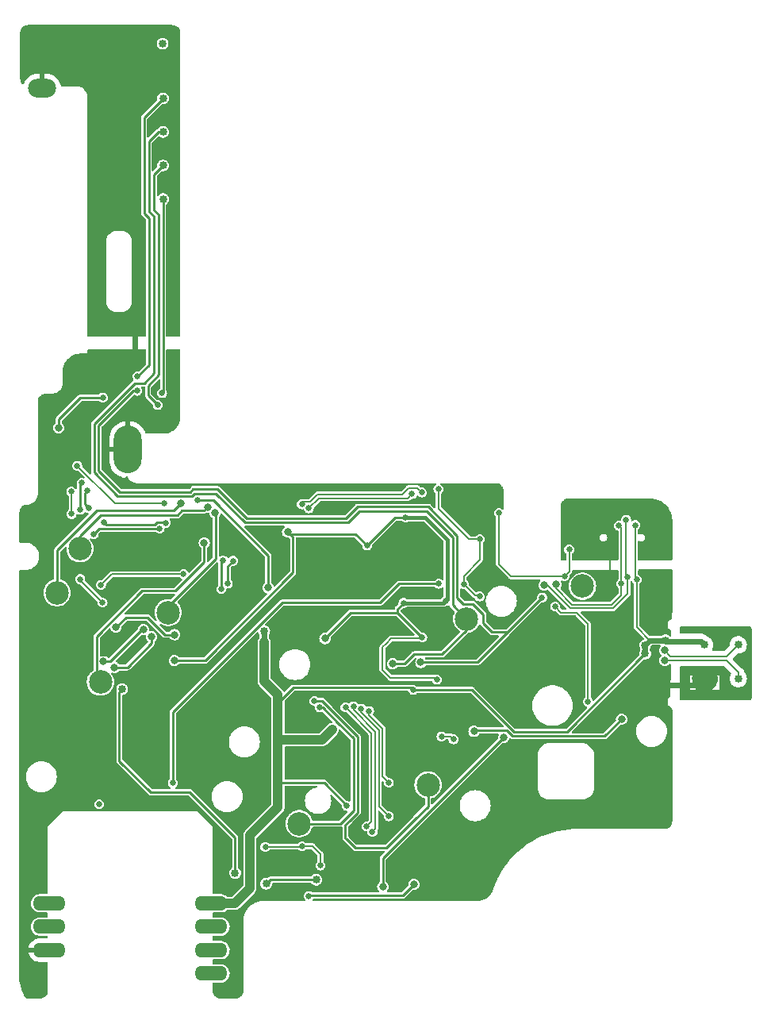
<source format=gbr>
%TF.GenerationSoftware,KiCad,Pcbnew,7.0.6*%
%TF.CreationDate,2024-04-02T17:57:09-07:00*%
%TF.ProjectId,retroglowplus_gbc,72657472-6f67-46c6-9f77-706c75735f67,rev?*%
%TF.SameCoordinates,Original*%
%TF.FileFunction,Copper,L2,Bot*%
%TF.FilePolarity,Positive*%
%FSLAX46Y46*%
G04 Gerber Fmt 4.6, Leading zero omitted, Abs format (unit mm)*
G04 Created by KiCad (PCBNEW 7.0.6) date 2024-04-02 17:57:09*
%MOMM*%
%LPD*%
G01*
G04 APERTURE LIST*
%TA.AperFunction,ComponentPad*%
%ADD10O,3.500000X1.550000*%
%TD*%
%TA.AperFunction,ComponentPad*%
%ADD11O,3.000000X2.000000*%
%TD*%
%TA.AperFunction,ComponentPad*%
%ADD12O,3.000000X5.100000*%
%TD*%
%TA.AperFunction,ViaPad*%
%ADD13C,0.650000*%
%TD*%
%TA.AperFunction,ViaPad*%
%ADD14C,0.850000*%
%TD*%
%TA.AperFunction,ViaPad*%
%ADD15C,0.800000*%
%TD*%
%TA.AperFunction,ViaPad*%
%ADD16C,2.500000*%
%TD*%
%TA.AperFunction,Conductor*%
%ADD17C,0.600000*%
%TD*%
%TA.AperFunction,Conductor*%
%ADD18C,0.200000*%
%TD*%
%TA.AperFunction,Conductor*%
%ADD19C,0.400000*%
%TD*%
%TA.AperFunction,Conductor*%
%ADD20C,0.250000*%
%TD*%
%TA.AperFunction,Conductor*%
%ADD21C,1.000000*%
%TD*%
G04 APERTURE END LIST*
D10*
%TO.P,G3,1*%
%TO.N,GND*%
X208811100Y-159531000D03*
%TD*%
%TO.P,NC4,1*%
%TO.N,N/C*%
X208811100Y-157031000D03*
%TD*%
D11*
%TO.P,G2,1*%
%TO.N,GND*%
X208051400Y-67564000D03*
%TD*%
D10*
%TO.P,NC3,1*%
%TO.N,N/C*%
X226111100Y-162031000D03*
%TD*%
%TO.P,BAT1,1*%
%TO.N,BAT_IN*%
X208811100Y-154531000D03*
%TD*%
%TO.P,NC2,1*%
%TO.N,N/C*%
X226111100Y-159531000D03*
%TD*%
%TO.P,NC1,1*%
%TO.N,N/C*%
X226111100Y-157031000D03*
%TD*%
%TO.P,VOUT1,1*%
%TO.N,+5V*%
X226111100Y-154531000D03*
%TD*%
D12*
%TO.P,G1,1*%
%TO.N,GND*%
X217212300Y-106146600D03*
%TD*%
D13*
%TO.N,GND*%
X271068800Y-127863600D03*
X260780000Y-125970000D03*
D14*
X217930000Y-127340000D03*
X278790000Y-130556000D03*
X215710000Y-67220000D03*
X233440000Y-117330000D03*
X213830000Y-63570000D03*
D13*
X238980000Y-137980000D03*
D14*
X214670000Y-64430000D03*
D13*
X261360000Y-127940000D03*
X249098000Y-116916000D03*
X252640000Y-145620000D03*
D14*
X216730000Y-67570000D03*
D13*
X211980000Y-122120000D03*
D14*
X235060000Y-123300000D03*
D13*
X251380000Y-125000000D03*
X249680000Y-147070000D03*
X233140000Y-115850000D03*
X249740000Y-127130000D03*
X241360000Y-152140000D03*
D14*
X216320000Y-130400000D03*
D13*
X252860000Y-149610000D03*
X252680000Y-150480000D03*
X248710000Y-151920000D03*
X251870000Y-140740000D03*
X223970000Y-123490000D03*
X260910000Y-126940000D03*
D14*
X237120000Y-118980000D03*
D13*
X236525000Y-138633000D03*
D14*
X221910000Y-130820000D03*
D13*
X215730000Y-123020000D03*
X236525000Y-140310000D03*
D14*
X235035000Y-121711000D03*
X229910000Y-117030000D03*
X234480000Y-110690000D03*
D13*
X245540000Y-118140000D03*
X249550000Y-148160000D03*
D14*
X219860000Y-127960000D03*
X241890000Y-120390000D03*
X235057000Y-125170000D03*
X227630000Y-115920000D03*
D13*
X219680000Y-123180000D03*
X273040000Y-119700000D03*
X244310000Y-120640000D03*
X248375000Y-124075000D03*
X259170000Y-123020000D03*
X251425000Y-110350000D03*
X247090000Y-134540000D03*
X272150000Y-124390000D03*
X273890000Y-120510000D03*
D14*
X230760000Y-120890000D03*
D13*
X274430000Y-121540000D03*
X254760000Y-110790000D03*
X260160000Y-120620000D03*
X246710000Y-114554000D03*
X247860000Y-143270000D03*
X214030000Y-118640000D03*
X252900000Y-137750000D03*
X242425000Y-137575000D03*
X246200000Y-145930000D03*
X272320000Y-122710000D03*
X254900000Y-119325000D03*
D14*
X213590000Y-64580000D03*
X216630000Y-66510000D03*
D13*
X268900000Y-113530000D03*
X268550000Y-119630000D03*
X251590000Y-144550000D03*
X253050000Y-111275000D03*
X239670000Y-137470000D03*
X225250000Y-120650000D03*
X233720000Y-112040000D03*
X254840000Y-125820000D03*
X255540000Y-113010000D03*
X221930000Y-120280000D03*
X249320000Y-125270000D03*
X245770000Y-134550000D03*
D14*
X223350000Y-113660000D03*
D13*
X240600000Y-116880000D03*
%TO.N,+3V3*%
X253040000Y-120490000D03*
X246625000Y-122500000D03*
X246850551Y-113394798D03*
X221060000Y-111900000D03*
X250350000Y-110350000D03*
X251110000Y-122310000D03*
X254780000Y-115700000D03*
X242731000Y-116373000D03*
D15*
X222165900Y-128658700D03*
X234250000Y-114940000D03*
D13*
X248625000Y-126175000D03*
D15*
X238230000Y-126298500D03*
D13*
X250180000Y-130680000D03*
X211800000Y-107870000D03*
X254740000Y-121810000D03*
%TO.N,+5V*%
X271350000Y-114200000D03*
D14*
X278765000Y-126975000D03*
X233223000Y-137109000D03*
D13*
X247658000Y-131783000D03*
D14*
X231750000Y-125500000D03*
X272400000Y-127000000D03*
D13*
X224630699Y-111529434D03*
D14*
X233223000Y-136144000D03*
D15*
X232196300Y-120875000D03*
D13*
X240580000Y-144140000D03*
X271510000Y-120000000D03*
D14*
X238998000Y-136002000D03*
X274591000Y-126482000D03*
X272425000Y-127914000D03*
X231750000Y-126700000D03*
D13*
%TO.N,BAT_IN*%
X214134068Y-143960134D03*
D15*
%TO.N,Net-(L1-DOUT)*%
X254142800Y-136201300D03*
X269895000Y-134917200D03*
%TO.N,Net-(L2-DIN)*%
X218861893Y-125323427D03*
X214598500Y-128758500D03*
D13*
%TO.N,Net-(L2-DOUT)*%
X214500000Y-122460000D03*
X211160000Y-110610000D03*
X211190000Y-113010000D03*
X212110000Y-119960000D03*
D15*
%TO.N,Net-(L3-DOUT)*%
X257328900Y-136822500D03*
X244412900Y-152771900D03*
%TO.N,Net-(L4-DIN)*%
X215928500Y-125103700D03*
X222188500Y-125885100D03*
D13*
%TO.N,Net-(L5-DOUT)*%
X236523652Y-153762294D03*
D15*
X247727000Y-152515900D03*
%TO.N,Net-(L6-DIN)*%
X215770000Y-129370000D03*
X219730000Y-126119900D03*
D14*
%TO.N,Net-(L7-DOUT)*%
X237300000Y-152030000D03*
X216585008Y-131685886D03*
X228650000Y-151300000D03*
X231960000Y-152460000D03*
D16*
%TO.N,B_5*%
X253355000Y-124225000D03*
D15*
X245466300Y-128991400D03*
D14*
X220955000Y-72263000D03*
D13*
%TO.N,A_5*%
X261420000Y-121930000D03*
X218240000Y-98360000D03*
D15*
X248459900Y-128844900D03*
D14*
X220955000Y-68681600D03*
D13*
X218200000Y-99870000D03*
D16*
X265727000Y-120708000D03*
D13*
%TO.N,DUP_3.3*%
X247527000Y-110892000D03*
X236520000Y-112400000D03*
%TO.N,DLEFT_3.3*%
X235770000Y-111980000D03*
X248570000Y-110720000D03*
D16*
%TO.N,DLEFT_5*%
X209639000Y-121419000D03*
D15*
X222851695Y-111901687D03*
%TO.N,DUP_5*%
X225694200Y-112268400D03*
D16*
X212082000Y-116715000D03*
D15*
%TO.N,DRIGHT_5*%
X226510551Y-112910134D03*
D16*
X221509000Y-123526000D03*
D15*
%TO.N,DDOWN_5*%
X225345300Y-116087200D03*
D16*
X214267000Y-130943000D03*
D13*
%TO.N,SEL_3.3*%
X242100000Y-133775000D03*
X245050000Y-145250000D03*
%TO.N,START_3.3*%
X242950000Y-134025000D03*
X245050000Y-141675000D03*
%TO.N,START_5*%
X221250000Y-113970000D03*
D14*
X220955000Y-75844400D03*
D13*
X214630000Y-113890000D03*
X220380000Y-101380000D03*
D16*
X249238000Y-141913000D03*
D13*
X212880000Y-110520000D03*
X237110000Y-132950000D03*
X228420000Y-118010000D03*
X213030000Y-112400000D03*
X227860000Y-120430000D03*
%TO.N,SEL_5*%
X227370000Y-117960000D03*
X220860000Y-100120000D03*
D14*
X220955000Y-79425800D03*
D13*
X213550000Y-115140000D03*
X237670000Y-133650000D03*
D16*
X235482000Y-146041000D03*
D13*
X212120000Y-112560000D03*
X220580000Y-114570000D03*
X212270000Y-109700000D03*
X227170000Y-121010000D03*
D15*
%TO.N,D+*%
X274511000Y-128631000D03*
D13*
X269620000Y-114260000D03*
D15*
X262920000Y-120530000D03*
D14*
X282346000Y-130581000D03*
D13*
X269850000Y-120425000D03*
D14*
%TO.N,D-*%
X282346000Y-126975000D03*
D13*
X270380000Y-113640000D03*
D15*
X274490000Y-127570000D03*
X261620000Y-120610000D03*
D13*
X270535000Y-119786000D03*
%TO.N,USB_BOOT*%
X256830000Y-112910000D03*
X264300000Y-116820000D03*
X263820000Y-119620000D03*
%TO.N,RGB*%
X266300000Y-133025000D03*
X262800000Y-122875000D03*
%TO.N,BAT_LVL*%
X222000000Y-141710000D03*
X250390000Y-120460000D03*
%TO.N,Net-(R27-Pad2)*%
X214520000Y-100600000D03*
D14*
X220904000Y-62839600D03*
D15*
X209804000Y-103810000D03*
D13*
%TO.N,TXD*%
X250675000Y-136725000D03*
X251950000Y-137050000D03*
%TO.N,DLEFT*%
X223150000Y-119440000D03*
X214330000Y-120570000D03*
%TO.N,SEL*%
X242675000Y-146325000D03*
X235799000Y-148445000D03*
X237755000Y-150502000D03*
X240425000Y-133625000D03*
X231875000Y-148525000D03*
%TO.N,START*%
X243300000Y-146925000D03*
X241275000Y-133525000D03*
%TD*%
D17*
%TO.N,GND*%
X217930000Y-92550000D02*
X217930000Y-96180000D01*
X278790000Y-130556000D02*
X278066000Y-131280000D01*
D18*
X268690000Y-113740000D02*
X268690000Y-119490000D01*
X268690000Y-119490000D02*
X268550000Y-119630000D01*
D17*
X217930000Y-96180000D02*
X217680000Y-96430000D01*
X274950000Y-131280000D02*
X274660000Y-131570000D01*
D18*
X268900000Y-113530000D02*
X268690000Y-113740000D01*
D17*
X278066000Y-131280000D02*
X274950000Y-131280000D01*
D18*
%TO.N,+3V3*%
X253040000Y-120490000D02*
X253040000Y-119650000D01*
D19*
X246625000Y-122500000D02*
X250920000Y-122500000D01*
D20*
X234463100Y-115153100D02*
X241511100Y-115153100D01*
D18*
X250000000Y-130500000D02*
X250180000Y-130680000D01*
D19*
X250920000Y-122500000D02*
X251110000Y-122310000D01*
D18*
X248625000Y-126175000D02*
X248530000Y-126270000D01*
D19*
X251110000Y-122310000D02*
X251320000Y-122100000D01*
D18*
X245230000Y-130500000D02*
X246890000Y-130500000D01*
X253040000Y-120490000D02*
X254250000Y-121700000D01*
X254630000Y-121700000D02*
X254740000Y-121810000D01*
X248530000Y-126270000D02*
X246190000Y-126270000D01*
D19*
X248954798Y-113394798D02*
X246850551Y-113394798D01*
D20*
X240974600Y-123553900D02*
X238230000Y-126298500D01*
D19*
X251320000Y-122100000D02*
X251320000Y-115760000D01*
D18*
X246890000Y-130500000D02*
X250000000Y-130500000D01*
D20*
X241511100Y-115153100D02*
X242731000Y-116373000D01*
X245709202Y-113394798D02*
X242731000Y-116373000D01*
X246003900Y-123553900D02*
X246003900Y-123121100D01*
X225440900Y-128658700D02*
X222165900Y-128658700D01*
D18*
X254780000Y-115700000D02*
X253620000Y-115700000D01*
X244360000Y-129630000D02*
X244640000Y-129910000D01*
X253040000Y-119650000D02*
X254780000Y-117910000D01*
D20*
X234250000Y-114940000D02*
X234823800Y-115513800D01*
D18*
X244640000Y-129910000D02*
X245230000Y-130500000D01*
X245300000Y-126270000D02*
X244750000Y-126820000D01*
X253620000Y-115700000D02*
X250350000Y-112430000D01*
X221060000Y-111900000D02*
X215830000Y-111900000D01*
D20*
X234823800Y-119275800D02*
X225440900Y-128658700D01*
D19*
X251320000Y-115760000D02*
X248954798Y-113394798D01*
D20*
X248625000Y-126175000D02*
X246003900Y-123553900D01*
D18*
X254250000Y-121700000D02*
X254630000Y-121700000D01*
X244750000Y-126820000D02*
X244360000Y-127210000D01*
D20*
X246003900Y-123553900D02*
X240974600Y-123553900D01*
D18*
X244360000Y-128860000D02*
X244360000Y-129630000D01*
D20*
X246003900Y-123121100D02*
X246625000Y-122500000D01*
X246850551Y-113394798D02*
X245709202Y-113394798D01*
D18*
X244360000Y-127210000D02*
X244360000Y-128860000D01*
X215830000Y-111900000D02*
X211800000Y-107870000D01*
D20*
X234250000Y-114940000D02*
X234463100Y-115153100D01*
D18*
X254780000Y-117910000D02*
X254780000Y-115700000D01*
D20*
X234823800Y-115513800D02*
X234823800Y-119275800D01*
D18*
X250350000Y-112430000D02*
X250350000Y-110350000D01*
X246190000Y-126270000D02*
X245300000Y-126270000D01*
D21*
%TO.N,+5V*%
X228599000Y-154531000D02*
X230230000Y-152900000D01*
X231750000Y-130840000D02*
X231750000Y-126700000D01*
D20*
X226287634Y-111529434D02*
X232196300Y-117438100D01*
D18*
X271350000Y-114200000D02*
X271350000Y-119840000D01*
D20*
X258423500Y-136250000D02*
X253956500Y-131783000D01*
X234843200Y-131550000D02*
X247425000Y-131550000D01*
D21*
X237890000Y-137109000D02*
X233223000Y-137109000D01*
X233223000Y-144307000D02*
X233223000Y-141548600D01*
D20*
X264089000Y-136250000D02*
X258423500Y-136250000D01*
D21*
X233223000Y-137109000D02*
X233223000Y-136144000D01*
D20*
X240580000Y-144110000D02*
X240580000Y-144140000D01*
D17*
X272918000Y-126482000D02*
X272400000Y-127000000D01*
D20*
X233344400Y-141670000D02*
X238140000Y-141670000D01*
D17*
X272400000Y-127000000D02*
X272400000Y-127889000D01*
D21*
X226111100Y-154531000D02*
X228599000Y-154531000D01*
D17*
X274689000Y-126580000D02*
X278370000Y-126580000D01*
D21*
X230230000Y-147300000D02*
X233223000Y-144307000D01*
D18*
X271350000Y-119840000D02*
X271510000Y-120000000D01*
D21*
X233223000Y-141548600D02*
X233223000Y-137109000D01*
D20*
X272425000Y-127914000D02*
X264089000Y-136250000D01*
D21*
X233223000Y-136144000D02*
X233223000Y-133170200D01*
X233223000Y-132313000D02*
X231750000Y-130840000D01*
D20*
X232196300Y-117438100D02*
X232196300Y-120875000D01*
D21*
X233223000Y-133170200D02*
X233223000Y-132313000D01*
D17*
X278370000Y-126580000D02*
X278765000Y-126975000D01*
D20*
X247425000Y-131550000D02*
X247658000Y-131783000D01*
D17*
X274591000Y-126482000D02*
X274689000Y-126580000D01*
D21*
X230230000Y-152900000D02*
X230230000Y-147300000D01*
D17*
X231750000Y-125500000D02*
X231750000Y-126700000D01*
D18*
X271510000Y-120000000D02*
X271510000Y-125073000D01*
D20*
X253956500Y-131783000D02*
X247658000Y-131783000D01*
X238140000Y-141670000D02*
X240580000Y-144110000D01*
X233223000Y-133170200D02*
X234843200Y-131550000D01*
D21*
X238998000Y-136002000D02*
X237890000Y-137109000D01*
D18*
X271510000Y-125073000D02*
X272918000Y-126482000D01*
D20*
X224630699Y-111529434D02*
X226287634Y-111529434D01*
D17*
X274591000Y-126482000D02*
X272918000Y-126482000D01*
D21*
X226111000Y-154531000D02*
X226111100Y-154531000D01*
D20*
X233223000Y-141548600D02*
X233344400Y-141670000D01*
D17*
X272400000Y-127889000D02*
X272425000Y-127914000D01*
D20*
%TO.N,Net-(L1-DOUT)*%
X254248500Y-136095600D02*
X254142800Y-136201300D01*
X257630000Y-136095600D02*
X254248500Y-136095600D01*
X258244400Y-136710000D02*
X257630000Y-136095600D01*
X268102200Y-136710000D02*
X258244400Y-136710000D01*
X269895000Y-134917200D02*
X268102200Y-136710000D01*
%TO.N,Net-(L2-DIN)*%
X218861893Y-125323427D02*
X218736573Y-125323427D01*
X215301500Y-128758500D02*
X214598500Y-128758500D01*
X218736573Y-125323427D02*
X215301500Y-128758500D01*
D18*
%TO.N,Net-(L2-DOUT)*%
X212110000Y-119960000D02*
X212110000Y-120070000D01*
X211190000Y-110640000D02*
X211160000Y-110610000D01*
X212110000Y-120070000D02*
X214500000Y-122460000D01*
X211190000Y-113010000D02*
X211190000Y-110640000D01*
D20*
%TO.N,Net-(L3-DOUT)*%
X257328900Y-136822500D02*
X244412900Y-149738500D01*
X244412900Y-149738500D02*
X244412900Y-152771900D01*
%TO.N,Net-(L4-DIN)*%
X221135100Y-125885100D02*
X222188500Y-125885100D01*
X219310000Y-124060000D02*
X221135100Y-125885100D01*
X216972200Y-124060000D02*
X219310000Y-124060000D01*
X215928500Y-125103700D02*
X216972200Y-124060000D01*
%TO.N,Net-(L5-DOUT)*%
X246558000Y-153684900D02*
X247727000Y-152515900D01*
X236523652Y-153762294D02*
X236601046Y-153684900D01*
X236601046Y-153684900D02*
X246558000Y-153684900D01*
%TO.N,Net-(L6-DIN)*%
X215770000Y-129370000D02*
X217153800Y-129370000D01*
X219730000Y-126793800D02*
X219730000Y-126119900D01*
X217153800Y-129370000D02*
X219730000Y-126793800D01*
%TO.N,Net-(L7-DOUT)*%
X216290000Y-139360000D02*
X219600000Y-142670000D01*
X237300000Y-152030000D02*
X232390000Y-152030000D01*
X232390000Y-152030000D02*
X231960000Y-152460000D01*
X219600000Y-142670000D02*
X223790000Y-142670000D01*
X216290000Y-131980894D02*
X216290000Y-139360000D01*
X228650000Y-147530000D02*
X228650000Y-151300000D01*
X216585008Y-131685886D02*
X216290000Y-131980894D01*
X223790000Y-142670000D02*
X228650000Y-147530000D01*
%TO.N,B_5*%
X224050000Y-111120000D02*
X216120000Y-111120000D01*
X249090000Y-112730000D02*
X241890000Y-112730000D01*
X219430000Y-73280000D02*
X220447000Y-72263000D01*
X219980000Y-81290000D02*
X219430000Y-80740000D01*
X240680000Y-113940000D02*
X229680000Y-113940000D01*
X217950000Y-99060000D02*
X218920000Y-99060000D01*
X250750000Y-127980000D02*
X247745600Y-127980000D01*
X253355000Y-124225000D02*
X253355000Y-125375000D01*
X226580000Y-110840000D02*
X224330000Y-110840000D01*
X219430000Y-80740000D02*
X219430000Y-73280000D01*
X247745600Y-127980000D02*
X246734200Y-128991400D01*
X220447000Y-72263000D02*
X220955000Y-72263000D01*
X213600000Y-103410000D02*
X217950000Y-99060000D01*
X241890000Y-112730000D02*
X240680000Y-113940000D01*
X229680000Y-113940000D02*
X226580000Y-110840000D01*
X224330000Y-110840000D02*
X224050000Y-111120000D01*
X218920000Y-99060000D02*
X219980000Y-98000000D01*
X251860000Y-115500000D02*
X249090000Y-112730000D01*
X253355000Y-124225000D02*
X251860000Y-122730000D01*
X246734200Y-128991400D02*
X245466300Y-128991400D01*
X253355000Y-125375000D02*
X250750000Y-127980000D01*
X213600000Y-108600000D02*
X213600000Y-103410000D01*
X251860000Y-122730000D02*
X251860000Y-115500000D01*
X216120000Y-111120000D02*
X213600000Y-108600000D01*
X219980000Y-98000000D02*
X219980000Y-81290000D01*
%TO.N,A_5*%
X248459900Y-128844900D02*
X254505100Y-128844900D01*
X218240000Y-98360000D02*
X219470000Y-97130000D01*
X214080000Y-103580000D02*
X217790000Y-99870000D01*
X254505100Y-128844900D02*
X257725000Y-125625000D01*
X255130000Y-124670000D02*
X255130000Y-123690000D01*
X218930000Y-80930000D02*
X218930000Y-70706600D01*
X252330000Y-115300000D02*
X249270000Y-112240000D01*
X223850000Y-110670000D02*
X216350000Y-110670000D01*
X256085000Y-125625000D02*
X255130000Y-124670000D01*
X257725000Y-125625000D02*
X256085000Y-125625000D01*
X240490000Y-113470000D02*
X229870000Y-113470000D01*
X219470000Y-81470000D02*
X218930000Y-80930000D01*
X249270000Y-112240000D02*
X241720000Y-112240000D01*
X229870000Y-113470000D02*
X226760000Y-110360000D01*
X241720000Y-112240000D02*
X240490000Y-113470000D01*
X219470000Y-97130000D02*
X219470000Y-81470000D01*
X218930000Y-70706600D02*
X220955000Y-68681600D01*
X217790000Y-99870000D02*
X218200000Y-99870000D01*
X224160000Y-110360000D02*
X223850000Y-110670000D01*
X252330000Y-121910000D02*
X252330000Y-115300000D01*
X254050000Y-122610000D02*
X253030000Y-122610000D01*
X226760000Y-110360000D02*
X224160000Y-110360000D01*
X216350000Y-110670000D02*
X214080000Y-108400000D01*
X257725000Y-125625000D02*
X261420000Y-121930000D01*
X255130000Y-123690000D02*
X254050000Y-122610000D01*
X214080000Y-108400000D02*
X214080000Y-103580000D01*
X253030000Y-122610000D02*
X252330000Y-121910000D01*
D18*
%TO.N,DUP_3.3*%
X237580000Y-111340000D02*
X236520000Y-112400000D01*
X247079000Y-111340000D02*
X237580000Y-111340000D01*
X247527000Y-110892000D02*
X247079000Y-111340000D01*
%TO.N,DLEFT_3.3*%
X248110000Y-110260000D02*
X248570000Y-110720000D01*
X246450000Y-110930000D02*
X247120000Y-110260000D01*
X236624000Y-111730000D02*
X237424000Y-110930000D01*
X236020000Y-111730000D02*
X236624000Y-111730000D01*
X247120000Y-110260000D02*
X248110000Y-110260000D01*
X237424000Y-110930000D02*
X246450000Y-110930000D01*
X235770000Y-111980000D02*
X236020000Y-111730000D01*
D20*
%TO.N,DLEFT_5*%
X222851695Y-111901687D02*
X222083382Y-112670000D01*
X209639000Y-116887600D02*
X209639000Y-121419000D01*
X213856600Y-112670000D02*
X209639000Y-116887600D01*
X222083382Y-112670000D02*
X213856600Y-112670000D01*
%TO.N,DUP_5*%
X214280000Y-113140000D02*
X222490000Y-113140000D01*
X222490000Y-113140000D02*
X222980000Y-112650000D01*
X222980000Y-112650000D02*
X225312600Y-112650000D01*
X225312600Y-112650000D02*
X225694200Y-112268400D01*
X212082000Y-115338000D02*
X214280000Y-113140000D01*
X212082000Y-116715000D02*
X212082000Y-115338000D01*
%TO.N,DRIGHT_5*%
X226566600Y-112966183D02*
X226566600Y-117823400D01*
X226510551Y-112910134D02*
X226566600Y-112966183D01*
X221509000Y-122881000D02*
X221509000Y-123526000D01*
X226566600Y-117823400D02*
X221509000Y-122881000D01*
%TO.N,DDOWN_5*%
X225345300Y-116087200D02*
X225345300Y-118166700D01*
X213871600Y-130547600D02*
X214267000Y-130943000D01*
X213871600Y-126071700D02*
X213871600Y-130547600D01*
X225345300Y-118166700D02*
X222291600Y-121220400D01*
X218722900Y-121220400D02*
X213871600Y-126071700D01*
X222291600Y-121220400D02*
X218722900Y-121220400D01*
D18*
%TO.N,SEL_3.3*%
X242100000Y-134175000D02*
X244000000Y-136075000D01*
X244000000Y-144200000D02*
X245050000Y-145250000D01*
X244000000Y-136075000D02*
X244000000Y-144200000D01*
X242100000Y-133775000D02*
X242100000Y-134175000D01*
%TO.N,START_3.3*%
X242950000Y-134450000D02*
X244400000Y-135900000D01*
X244400000Y-141025000D02*
X245050000Y-141675000D01*
X242950000Y-134025000D02*
X242950000Y-134450000D01*
X244400000Y-135900000D02*
X244400000Y-141025000D01*
D20*
%TO.N,START_5*%
X244810000Y-148600000D02*
X242010000Y-148600000D01*
X227860000Y-118570000D02*
X228420000Y-118010000D01*
X220500000Y-98160000D02*
X219350000Y-99310000D01*
X249238000Y-144172000D02*
X247870000Y-145540000D01*
X240880000Y-145700000D02*
X241720000Y-144860000D01*
X220955000Y-75844400D02*
X219960000Y-76839400D01*
X241720000Y-144860000D02*
X241720000Y-143500000D01*
X212600000Y-110800000D02*
X212600000Y-111970000D01*
X219960000Y-76839400D02*
X219960000Y-80560000D01*
X220500000Y-81100000D02*
X220500000Y-98160000D01*
X219350000Y-99310000D02*
X219350000Y-100350000D01*
X247870000Y-145540000D02*
X244810000Y-148600000D01*
X212880000Y-110520000D02*
X212600000Y-110800000D01*
X219350000Y-100350000D02*
X220380000Y-101380000D01*
X241140000Y-136170000D02*
X237920000Y-132950000D01*
X220070000Y-114120000D02*
X219570000Y-114120000D01*
X212600000Y-111970000D02*
X213030000Y-112400000D01*
X240410000Y-147560000D02*
X240410000Y-146740000D01*
X240410000Y-146740000D02*
X240410000Y-146170000D01*
X240410000Y-146170000D02*
X240880000Y-145700000D01*
X237920000Y-132950000D02*
X237110000Y-132950000D01*
X214860000Y-114120000D02*
X214630000Y-113890000D01*
X242010000Y-148600000D02*
X241450000Y-148600000D01*
X219960000Y-80560000D02*
X220500000Y-81100000D01*
X249238000Y-141913000D02*
X249238000Y-144172000D01*
X241450000Y-148600000D02*
X240570000Y-147720000D01*
X220290000Y-113900000D02*
X220070000Y-114120000D01*
X221180000Y-113900000D02*
X220290000Y-113900000D01*
X221250000Y-113970000D02*
X221180000Y-113900000D01*
X240570000Y-147720000D02*
X240410000Y-147560000D01*
X227860000Y-120430000D02*
X227860000Y-118570000D01*
X219570000Y-114120000D02*
X214860000Y-114120000D01*
X241720000Y-143500000D02*
X241720000Y-136750000D01*
X241720000Y-136750000D02*
X241140000Y-136170000D01*
%TO.N,SEL_5*%
X212120000Y-112560000D02*
X212120000Y-109850000D01*
X214120000Y-114570000D02*
X213550000Y-115140000D01*
X241070000Y-144850000D02*
X241270000Y-144650000D01*
X220580000Y-114570000D02*
X214120000Y-114570000D01*
X241270000Y-144650000D02*
X241270000Y-143320000D01*
X212120000Y-109850000D02*
X212270000Y-109700000D01*
X227170000Y-118160000D02*
X227370000Y-117960000D01*
X220955000Y-100025000D02*
X220860000Y-100120000D01*
X241270000Y-143320000D02*
X241270000Y-136940000D01*
X241270000Y-136940000D02*
X239630000Y-135300000D01*
X239879000Y-146041000D02*
X241070000Y-144850000D01*
X220955000Y-79425800D02*
X220955000Y-100025000D01*
X237980000Y-133650000D02*
X237670000Y-133650000D01*
X239630000Y-135300000D02*
X237980000Y-133650000D01*
X227170000Y-121010000D02*
X227170000Y-118160000D01*
X235482000Y-146041000D02*
X239879000Y-146041000D01*
D18*
%TO.N,D+*%
X269850000Y-121650000D02*
X269850000Y-120425000D01*
X269620000Y-114260000D02*
X269850000Y-114490000D01*
X269850000Y-114490000D02*
X269850000Y-120425000D01*
X274511000Y-128631000D02*
X274517000Y-128625000D01*
X262920000Y-120530000D02*
X262920000Y-120970000D01*
X274517000Y-128625000D02*
X281075000Y-128625000D01*
X282346000Y-129896000D02*
X282346000Y-130581000D01*
X264625000Y-122675000D02*
X268825000Y-122675000D01*
X262920000Y-120970000D02*
X264625000Y-122675000D01*
X281075000Y-128625000D02*
X282346000Y-129896000D01*
X268825000Y-122675000D02*
X269850000Y-121650000D01*
%TO.N,D-*%
X270380000Y-113640000D02*
X270380000Y-119631000D01*
X264450000Y-123075000D02*
X269000000Y-123075000D01*
X261620000Y-120610000D02*
X261985000Y-120610000D01*
X270535000Y-121540000D02*
X270535000Y-119786000D01*
X270380000Y-119631000D02*
X270535000Y-119786000D01*
X269000000Y-123075000D02*
X270535000Y-121540000D01*
X261985000Y-120610000D02*
X264450000Y-123075000D01*
X275120000Y-128200000D02*
X281121000Y-128200000D01*
X274490000Y-127570000D02*
X275120000Y-128200000D01*
X281121000Y-128200000D02*
X282346000Y-126975000D01*
%TO.N,USB_BOOT*%
X264300000Y-116820000D02*
X264300000Y-119140000D01*
X263750000Y-119690000D02*
X258110000Y-119690000D01*
X256790000Y-112950000D02*
X256830000Y-112910000D01*
X264300000Y-119140000D02*
X263820000Y-119620000D01*
X263820000Y-119620000D02*
X263750000Y-119690000D01*
X258110000Y-119690000D02*
X256790000Y-118370000D01*
X256790000Y-118370000D02*
X256790000Y-112950000D01*
%TO.N,RGB*%
X263450000Y-123525000D02*
X262800000Y-122875000D01*
X266300000Y-133025000D02*
X266300000Y-124725000D01*
X265100000Y-123525000D02*
X263450000Y-123525000D01*
X266300000Y-124725000D02*
X265100000Y-123525000D01*
D20*
%TO.N,BAT_LVL*%
X244140100Y-122462900D02*
X246143000Y-120460000D01*
X222000000Y-134145200D02*
X233682300Y-122462900D01*
X233682300Y-122462900D02*
X244140100Y-122462900D01*
X246143000Y-120460000D02*
X250390000Y-120460000D01*
X222000000Y-141710000D02*
X222000000Y-134145200D01*
%TO.N,Net-(R27-Pad2)*%
X212130000Y-100600000D02*
X209804000Y-102926000D01*
X209804000Y-102926000D02*
X209804000Y-103810000D01*
X214520000Y-100600000D02*
X212130000Y-100600000D01*
D18*
%TO.N,TXD*%
X251625000Y-136725000D02*
X251950000Y-137050000D01*
X250675000Y-136725000D02*
X251625000Y-136725000D01*
%TO.N,DLEFT*%
X223150000Y-119440000D02*
X215460000Y-119440000D01*
X215460000Y-119440000D02*
X214330000Y-120570000D01*
%TO.N,SEL*%
X236945000Y-148445000D02*
X237755000Y-149255000D01*
X242675000Y-146325000D02*
X243200000Y-145800000D01*
X231875000Y-148525000D02*
X235719000Y-148525000D01*
X243200000Y-145800000D02*
X243200000Y-136406000D01*
X237755000Y-149255000D02*
X237755000Y-150502000D01*
X235719000Y-148525000D02*
X235799000Y-148445000D01*
X243200000Y-136406000D02*
X240425000Y-133631000D01*
X240425000Y-133631000D02*
X240425000Y-133625000D01*
X235799000Y-148445000D02*
X236945000Y-148445000D01*
%TO.N,START*%
X243600000Y-146625000D02*
X243300000Y-146925000D01*
X241275000Y-133525000D02*
X241275000Y-133916000D01*
X241275000Y-133916000D02*
X243600000Y-136241000D01*
X243600000Y-136241000D02*
X243600000Y-146625000D01*
%TD*%
%TA.AperFunction,Conductor*%
%TO.N,GND*%
G36*
X283411896Y-124993268D02*
G01*
X283426278Y-124993265D01*
X283426280Y-124993266D01*
X283456570Y-124993260D01*
X283464659Y-124993789D01*
X283534906Y-125003025D01*
X283566176Y-125011400D01*
X283620305Y-125033813D01*
X283648345Y-125049998D01*
X283694829Y-125085661D01*
X283717723Y-125108554D01*
X283753385Y-125155029D01*
X283769573Y-125183068D01*
X283791990Y-125237194D01*
X283800367Y-125268467D01*
X283809569Y-125338405D01*
X283810099Y-125346509D01*
X283810094Y-125391493D01*
X283810100Y-125391544D01*
X283810100Y-132531777D01*
X283809568Y-132539887D01*
X283800313Y-132610113D01*
X283791933Y-132641374D01*
X283769509Y-132695496D01*
X283753321Y-132723528D01*
X283717654Y-132770002D01*
X283694765Y-132792888D01*
X283648286Y-132828548D01*
X283620254Y-132844730D01*
X283566128Y-132867147D01*
X283534865Y-132875523D01*
X283472350Y-132883753D01*
X283464108Y-132884838D01*
X283456009Y-132885369D01*
X276375407Y-132885369D01*
X276375399Y-132885368D01*
X276330680Y-132885368D01*
X276322582Y-132884837D01*
X276252334Y-132875593D01*
X276221073Y-132867219D01*
X276166925Y-132844797D01*
X276138895Y-132828619D01*
X276122052Y-132815697D01*
X276080847Y-132759276D01*
X276073534Y-132716942D01*
X276073694Y-132665283D01*
X276076539Y-131743260D01*
X277200545Y-131743260D01*
X277823532Y-131743260D01*
X279489914Y-131743260D01*
X280323532Y-131743260D01*
X280323532Y-130241260D01*
X280128135Y-130241260D01*
X280145487Y-130306018D01*
X280149240Y-130327304D01*
X280168303Y-130545193D01*
X280168303Y-130566807D01*
X280149240Y-130784696D01*
X280145487Y-130805982D01*
X280088878Y-131017251D01*
X280081485Y-131037563D01*
X279989049Y-131235793D01*
X279978242Y-131254512D01*
X279852788Y-131433678D01*
X279838894Y-131450235D01*
X279684235Y-131604894D01*
X279667678Y-131618788D01*
X279489914Y-131743260D01*
X277823532Y-131743260D01*
X277823532Y-131532661D01*
X277741106Y-131450236D01*
X277727212Y-131433678D01*
X277601758Y-131254512D01*
X277590951Y-131235793D01*
X277498515Y-131037563D01*
X277491122Y-131017251D01*
X277434513Y-130805982D01*
X277430760Y-130784696D01*
X277411697Y-130566807D01*
X277411697Y-130545193D01*
X277430760Y-130327304D01*
X277434513Y-130306018D01*
X277451865Y-130241260D01*
X277205180Y-130241260D01*
X277200545Y-131743260D01*
X276076539Y-131743260D01*
X276083928Y-129349114D01*
X276103819Y-129282139D01*
X276156764Y-129236547D01*
X276207927Y-129225500D01*
X280774903Y-129225500D01*
X280841942Y-129245185D01*
X280862584Y-129261819D01*
X281541091Y-129940327D01*
X281574576Y-130001650D01*
X281569592Y-130071342D01*
X281560798Y-130090007D01*
X281495856Y-130202490D01*
X281435738Y-130387516D01*
X281415402Y-130580999D01*
X281435738Y-130774483D01*
X281495856Y-130959510D01*
X281495857Y-130959511D01*
X281540921Y-131037563D01*
X281593130Y-131127992D01*
X281638476Y-131178354D01*
X281723302Y-131272564D01*
X281723305Y-131272566D01*
X281723308Y-131272569D01*
X281841352Y-131358333D01*
X281880702Y-131386923D01*
X281948926Y-131417297D01*
X282058429Y-131466051D01*
X282248726Y-131506500D01*
X282443274Y-131506500D01*
X282633571Y-131466051D01*
X282811299Y-131386922D01*
X282968692Y-131272569D01*
X283098870Y-131127992D01*
X283196144Y-130959508D01*
X283256262Y-130774482D01*
X283276598Y-130581000D01*
X283256262Y-130387518D01*
X283196144Y-130202492D01*
X283196143Y-130202490D01*
X283196143Y-130202489D01*
X283196142Y-130202488D01*
X283131201Y-130090007D01*
X283098870Y-130034008D01*
X283014519Y-129940327D01*
X282973518Y-129894790D01*
X282943288Y-129831798D01*
X282942734Y-129828040D01*
X282931044Y-129739238D01*
X282870536Y-129593159D01*
X282870535Y-129593158D01*
X282870535Y-129593157D01*
X282797463Y-129497927D01*
X282797448Y-129497909D01*
X282774281Y-129467717D01*
X282746013Y-129446026D01*
X282739917Y-129440681D01*
X281822416Y-128523179D01*
X281788931Y-128461857D01*
X281793915Y-128392165D01*
X281822416Y-128347818D01*
X282233416Y-127936819D01*
X282294739Y-127903334D01*
X282321097Y-127900500D01*
X282443274Y-127900500D01*
X282633571Y-127860051D01*
X282811299Y-127780922D01*
X282968692Y-127666569D01*
X283098870Y-127521992D01*
X283196144Y-127353508D01*
X283256262Y-127168482D01*
X283276598Y-126975000D01*
X283256262Y-126781518D01*
X283196144Y-126596492D01*
X283196143Y-126596491D01*
X283196143Y-126596489D01*
X283196142Y-126596488D01*
X283162202Y-126537703D01*
X283098870Y-126428008D01*
X283047882Y-126371381D01*
X282968697Y-126283435D01*
X282968694Y-126283433D01*
X282968693Y-126283432D01*
X282968692Y-126283431D01*
X282889995Y-126226254D01*
X282811297Y-126169076D01*
X282674848Y-126108326D01*
X282633571Y-126089949D01*
X282633569Y-126089948D01*
X282443274Y-126049500D01*
X282248726Y-126049500D01*
X282058431Y-126089948D01*
X281880702Y-126169076D01*
X281723305Y-126283433D01*
X281723302Y-126283435D01*
X281593129Y-126428009D01*
X281495857Y-126596488D01*
X281495856Y-126596489D01*
X281435738Y-126781516D01*
X281415402Y-126975000D01*
X281416958Y-126989803D01*
X281404388Y-127058533D01*
X281381318Y-127090445D01*
X280908584Y-127563181D01*
X280847261Y-127596666D01*
X280820903Y-127599500D01*
X279687895Y-127599500D01*
X279620856Y-127579815D01*
X279575101Y-127527011D01*
X279565157Y-127457853D01*
X279580508Y-127413500D01*
X279599560Y-127380500D01*
X279615144Y-127353508D01*
X279675262Y-127168482D01*
X279695598Y-126975000D01*
X279675262Y-126781518D01*
X279615144Y-126596492D01*
X279615143Y-126596491D01*
X279615143Y-126596489D01*
X279615142Y-126596488D01*
X279581202Y-126537703D01*
X279517870Y-126428008D01*
X279466882Y-126371381D01*
X279387697Y-126283435D01*
X279387694Y-126283433D01*
X279387693Y-126283432D01*
X279387692Y-126283431D01*
X279308995Y-126226254D01*
X279230297Y-126169076D01*
X279052569Y-126089948D01*
X279052566Y-126089947D01*
X279037005Y-126086639D01*
X278975524Y-126053445D01*
X278975109Y-126053031D01*
X278872262Y-125950184D01*
X278872259Y-125950182D01*
X278836904Y-125927966D01*
X278831229Y-125923940D01*
X278798589Y-125897910D01*
X278760959Y-125879787D01*
X278754872Y-125876422D01*
X278719525Y-125854212D01*
X278680114Y-125840421D01*
X278673688Y-125837759D01*
X278636061Y-125819639D01*
X278595345Y-125810345D01*
X278588662Y-125808420D01*
X278549259Y-125794632D01*
X278507763Y-125789955D01*
X278500908Y-125788791D01*
X278460200Y-125779501D01*
X278460196Y-125779500D01*
X278460194Y-125779500D01*
X278414954Y-125779500D01*
X276219329Y-125779500D01*
X276152290Y-125759815D01*
X276106535Y-125707011D01*
X276095330Y-125655118D01*
X276096282Y-125346509D01*
X276096903Y-125145309D01*
X276116793Y-125078334D01*
X276169738Y-125032742D01*
X276173393Y-125031157D01*
X276221085Y-125011403D01*
X276252343Y-125003028D01*
X276322540Y-124993789D01*
X276330631Y-124993260D01*
X276360968Y-124993261D01*
X276360970Y-124993260D01*
X283411820Y-124993260D01*
X283411896Y-124993268D01*
G37*
%TD.AperFunction*%
%TD*%
%TA.AperFunction,Conductor*%
%TO.N,GND*%
G36*
X272962076Y-111340989D02*
G01*
X273240825Y-111357851D01*
X273246729Y-111358567D01*
X273519932Y-111408633D01*
X273525728Y-111410062D01*
X273790888Y-111492689D01*
X273796464Y-111494803D01*
X273986338Y-111580259D01*
X274049738Y-111608793D01*
X274055029Y-111611570D01*
X274292714Y-111755255D01*
X274297618Y-111758640D01*
X274445657Y-111874621D01*
X274516242Y-111929921D01*
X274520720Y-111933888D01*
X274717111Y-112130279D01*
X274721078Y-112134757D01*
X274892354Y-112353374D01*
X274895746Y-112358288D01*
X275039426Y-112595964D01*
X275042206Y-112601261D01*
X275156192Y-112854525D01*
X275158313Y-112860119D01*
X275240936Y-113125267D01*
X275242368Y-113131076D01*
X275287065Y-113374983D01*
X275292429Y-113404250D01*
X275293149Y-113410186D01*
X275310010Y-113688924D01*
X275310100Y-113691890D01*
X275310100Y-117858600D01*
X275291193Y-117916791D01*
X275241693Y-117952755D01*
X275211100Y-117957600D01*
X271749500Y-117957600D01*
X271691309Y-117938693D01*
X271655345Y-117889193D01*
X271650500Y-117858600D01*
X271650500Y-115967988D01*
X271669407Y-115909797D01*
X271718907Y-115873833D01*
X271780093Y-115873833D01*
X271794442Y-115879777D01*
X271851296Y-115908746D01*
X271906609Y-115917506D01*
X271945078Y-115923600D01*
X271945081Y-115923600D01*
X272008122Y-115923600D01*
X272038329Y-115918815D01*
X272101904Y-115908746D01*
X272214942Y-115851150D01*
X272304650Y-115761442D01*
X272362246Y-115648404D01*
X272382092Y-115523100D01*
X272362246Y-115397796D01*
X272304650Y-115284758D01*
X272214942Y-115195050D01*
X272101904Y-115137454D01*
X272101905Y-115137454D01*
X272008122Y-115122600D01*
X272008119Y-115122600D01*
X271945081Y-115122600D01*
X271945078Y-115122600D01*
X271851296Y-115137454D01*
X271794445Y-115166421D01*
X271734013Y-115175992D01*
X271679496Y-115148214D01*
X271651719Y-115093698D01*
X271650500Y-115078211D01*
X271650500Y-114680618D01*
X271669407Y-114622427D01*
X271689229Y-114602078D01*
X271724791Y-114574791D01*
X271809024Y-114465018D01*
X271861974Y-114337183D01*
X271880035Y-114200000D01*
X271869874Y-114122817D01*
X271861974Y-114062816D01*
X271809025Y-113934986D01*
X271809024Y-113934983D01*
X271724791Y-113825209D01*
X271724789Y-113825208D01*
X271724789Y-113825207D01*
X271615018Y-113740976D01*
X271615014Y-113740974D01*
X271487183Y-113688026D01*
X271487175Y-113688025D01*
X271350000Y-113669965D01*
X271349999Y-113669965D01*
X271212816Y-113688025D01*
X271212816Y-113688026D01*
X271084986Y-113740974D01*
X271084983Y-113740976D01*
X271065204Y-113756153D01*
X271007528Y-113776576D01*
X270948862Y-113759198D01*
X270911615Y-113710656D01*
X270906784Y-113664689D01*
X270910035Y-113640000D01*
X270891974Y-113502817D01*
X270839024Y-113374983D01*
X270754791Y-113265209D01*
X270754789Y-113265208D01*
X270754789Y-113265207D01*
X270645018Y-113180976D01*
X270645014Y-113180974D01*
X270517183Y-113128026D01*
X270496227Y-113125267D01*
X270380000Y-113109965D01*
X270379999Y-113109965D01*
X270242816Y-113128025D01*
X270242816Y-113128026D01*
X270114986Y-113180974D01*
X270114982Y-113180976D01*
X270005211Y-113265207D01*
X270005207Y-113265211D01*
X269920976Y-113374982D01*
X269920974Y-113374986D01*
X269868026Y-113502816D01*
X269868025Y-113502816D01*
X269849965Y-113639999D01*
X269849965Y-113646489D01*
X269847016Y-113646489D01*
X269838045Y-113694677D01*
X269793628Y-113736758D01*
X269738158Y-113745521D01*
X269620000Y-113729965D01*
X269482816Y-113748025D01*
X269482816Y-113748026D01*
X269354986Y-113800974D01*
X269354982Y-113800976D01*
X269245211Y-113885207D01*
X269245207Y-113885211D01*
X269160976Y-113994982D01*
X269160974Y-113994986D01*
X269108026Y-114122816D01*
X269108025Y-114122816D01*
X269089965Y-114259999D01*
X269108026Y-114397183D01*
X269160974Y-114525014D01*
X269160976Y-114525018D01*
X269242911Y-114631797D01*
X269245209Y-114634791D01*
X269354982Y-114719024D01*
X269482817Y-114771974D01*
X269482818Y-114771974D01*
X269488385Y-114774280D01*
X269534911Y-114814016D01*
X269549500Y-114865744D01*
X269549500Y-117858600D01*
X269530593Y-117916791D01*
X269481093Y-117952755D01*
X269450500Y-117957600D01*
X264699500Y-117957600D01*
X264641309Y-117938693D01*
X264605345Y-117889193D01*
X264600500Y-117858600D01*
X264600500Y-117300618D01*
X264619407Y-117242427D01*
X264639229Y-117222078D01*
X264674791Y-117194791D01*
X264759024Y-117085018D01*
X264811974Y-116957183D01*
X264830035Y-116820000D01*
X264811974Y-116682817D01*
X264759024Y-116554983D01*
X264674791Y-116445209D01*
X264674789Y-116445208D01*
X264674789Y-116445207D01*
X264565018Y-116360976D01*
X264565014Y-116360974D01*
X264437183Y-116308026D01*
X264437182Y-116308025D01*
X264300000Y-116289965D01*
X264299999Y-116289965D01*
X264162816Y-116308025D01*
X264162816Y-116308026D01*
X264034986Y-116360974D01*
X264034982Y-116360976D01*
X263925211Y-116445207D01*
X263925207Y-116445211D01*
X263840976Y-116554982D01*
X263840974Y-116554986D01*
X263788026Y-116682816D01*
X263788025Y-116682816D01*
X263769965Y-116819999D01*
X263788026Y-116957183D01*
X263840974Y-117085014D01*
X263840976Y-117085018D01*
X263925208Y-117194790D01*
X263960768Y-117222077D01*
X263995423Y-117272502D01*
X263999499Y-117300618D01*
X263999500Y-117858600D01*
X263980593Y-117916791D01*
X263931093Y-117952755D01*
X263900500Y-117957600D01*
X263468108Y-117957600D01*
X263409917Y-117938693D01*
X263373953Y-117889193D01*
X263370328Y-117843108D01*
X263384199Y-117755556D01*
X263384199Y-117755555D01*
X263384202Y-117677058D01*
X263384204Y-117677047D01*
X263384204Y-117649256D01*
X263384205Y-117614923D01*
X263384204Y-117614920D01*
X263384204Y-115523100D01*
X267571108Y-115523100D01*
X267590954Y-115648403D01*
X267590955Y-115648407D01*
X267646544Y-115757506D01*
X267648550Y-115761442D01*
X267738258Y-115851150D01*
X267851296Y-115908746D01*
X267906609Y-115917506D01*
X267945078Y-115923600D01*
X267945081Y-115923600D01*
X268008122Y-115923600D01*
X268038329Y-115918815D01*
X268101904Y-115908746D01*
X268214942Y-115851150D01*
X268304650Y-115761442D01*
X268362246Y-115648404D01*
X268382092Y-115523100D01*
X268362246Y-115397796D01*
X268304650Y-115284758D01*
X268214942Y-115195050D01*
X268101904Y-115137454D01*
X268101905Y-115137454D01*
X268008122Y-115122600D01*
X268008119Y-115122600D01*
X267945081Y-115122600D01*
X267945078Y-115122600D01*
X267851295Y-115137454D01*
X267738259Y-115195049D01*
X267648549Y-115284759D01*
X267590955Y-115397792D01*
X267590954Y-115397796D01*
X267571108Y-115523099D01*
X267571108Y-115523100D01*
X263384204Y-115523100D01*
X263384204Y-114279451D01*
X263384204Y-112236263D01*
X263384207Y-112236239D01*
X263384206Y-112224737D01*
X263384207Y-112224736D01*
X263384204Y-112192812D01*
X263384442Y-112187962D01*
X263387763Y-112154215D01*
X263399558Y-112034348D01*
X263403339Y-112015332D01*
X263446016Y-111874613D01*
X263453436Y-111856695D01*
X263522749Y-111727010D01*
X263533523Y-111710884D01*
X263626805Y-111597218D01*
X263640521Y-111583502D01*
X263754182Y-111490225D01*
X263770321Y-111479443D01*
X263899998Y-111410135D01*
X263917916Y-111402715D01*
X264058635Y-111360038D01*
X264077652Y-111356257D01*
X264231315Y-111341137D01*
X264236154Y-111340900D01*
X264268039Y-111340903D01*
X264268040Y-111340902D01*
X264279541Y-111340903D01*
X264279576Y-111340900D01*
X272926249Y-111340900D01*
X272959109Y-111340900D01*
X272962076Y-111340989D01*
G37*
%TD.AperFunction*%
%TD*%
%TA.AperFunction,Conductor*%
%TO.N,GND*%
G36*
X219045732Y-95443466D02*
G01*
X219103876Y-95462509D01*
X219139725Y-95512092D01*
X219144500Y-95542466D01*
X219144500Y-96954165D01*
X219125593Y-97012356D01*
X219115504Y-97024169D01*
X218336120Y-97803552D01*
X218281603Y-97831329D01*
X218253199Y-97831702D01*
X218240000Y-97829965D01*
X218102816Y-97848025D01*
X218102816Y-97848026D01*
X217974986Y-97900974D01*
X217974982Y-97900976D01*
X217865211Y-97985207D01*
X217865207Y-97985211D01*
X217780976Y-98094982D01*
X217780974Y-98094986D01*
X217728026Y-98222816D01*
X217728025Y-98222816D01*
X217709965Y-98359999D01*
X217728026Y-98497183D01*
X217738123Y-98521561D01*
X217780976Y-98625018D01*
X217780978Y-98625021D01*
X217780979Y-98625022D01*
X217795586Y-98644059D01*
X217816010Y-98701735D01*
X217798632Y-98760400D01*
X217766546Y-98790061D01*
X217737545Y-98806805D01*
X217711181Y-98838224D01*
X217708263Y-98841408D01*
X213381413Y-103168259D01*
X213378229Y-103171176D01*
X213346807Y-103197542D01*
X213346806Y-103197544D01*
X213326292Y-103233075D01*
X213323972Y-103236716D01*
X213300446Y-103270316D01*
X213300442Y-103270324D01*
X213300051Y-103271786D01*
X213290170Y-103295640D01*
X213289414Y-103296948D01*
X213289410Y-103296960D01*
X213282287Y-103337349D01*
X213281353Y-103341564D01*
X213270736Y-103381187D01*
X213270736Y-103381193D01*
X213274312Y-103422072D01*
X213274500Y-103426373D01*
X213274500Y-108583625D01*
X213274312Y-108587927D01*
X213270736Y-108628807D01*
X213278484Y-108657726D01*
X213280143Y-108663916D01*
X213276938Y-108725018D01*
X213238431Y-108772566D01*
X213179330Y-108788400D01*
X213122210Y-108766471D01*
X213114511Y-108759540D01*
X212352333Y-107997362D01*
X212324556Y-107942845D01*
X212324184Y-107914434D01*
X212330035Y-107870000D01*
X212311974Y-107732817D01*
X212292620Y-107686093D01*
X212271902Y-107636073D01*
X212259024Y-107604983D01*
X212174791Y-107495209D01*
X212174789Y-107495208D01*
X212174789Y-107495207D01*
X212065018Y-107410976D01*
X212065014Y-107410974D01*
X211937183Y-107358026D01*
X211937182Y-107358025D01*
X211800000Y-107339965D01*
X211799999Y-107339965D01*
X211662816Y-107358025D01*
X211662816Y-107358026D01*
X211534986Y-107410974D01*
X211534982Y-107410976D01*
X211425211Y-107495207D01*
X211425207Y-107495211D01*
X211340976Y-107604982D01*
X211340974Y-107604986D01*
X211288026Y-107732816D01*
X211288025Y-107732816D01*
X211273750Y-107841251D01*
X211269965Y-107870000D01*
X211282188Y-107962840D01*
X211288026Y-108007183D01*
X211340974Y-108135014D01*
X211340976Y-108135018D01*
X211409382Y-108224166D01*
X211425209Y-108244791D01*
X211534982Y-108329024D01*
X211662817Y-108381974D01*
X211800000Y-108400035D01*
X211844435Y-108394184D01*
X211904595Y-108405333D01*
X211927362Y-108422333D01*
X212543264Y-109038235D01*
X212571041Y-109092752D01*
X212561470Y-109153184D01*
X212518205Y-109196449D01*
X212457773Y-109206020D01*
X212435378Y-109199704D01*
X212407183Y-109188026D01*
X212407181Y-109188025D01*
X212290798Y-109172703D01*
X212270000Y-109169965D01*
X212269999Y-109169965D01*
X212132816Y-109188025D01*
X212132816Y-109188026D01*
X212004986Y-109240974D01*
X212004982Y-109240976D01*
X211895211Y-109325207D01*
X211895207Y-109325211D01*
X211810976Y-109434982D01*
X211810974Y-109434986D01*
X211758026Y-109562816D01*
X211758025Y-109562816D01*
X211739965Y-109699999D01*
X211739965Y-109700000D01*
X211758025Y-109837181D01*
X211758026Y-109837183D01*
X211786964Y-109907047D01*
X211794500Y-109944931D01*
X211794500Y-110282022D01*
X211775593Y-110340213D01*
X211726093Y-110376177D01*
X211664907Y-110376177D01*
X211616959Y-110342290D01*
X211534791Y-110235209D01*
X211425018Y-110150976D01*
X211425014Y-110150974D01*
X211297183Y-110098026D01*
X211297182Y-110098025D01*
X211160000Y-110079965D01*
X211159999Y-110079965D01*
X211022816Y-110098025D01*
X211022816Y-110098026D01*
X210894986Y-110150974D01*
X210894982Y-110150976D01*
X210785211Y-110235207D01*
X210785207Y-110235211D01*
X210700976Y-110344982D01*
X210700974Y-110344986D01*
X210648026Y-110472816D01*
X210648025Y-110472816D01*
X210629965Y-110609999D01*
X210648026Y-110747183D01*
X210700974Y-110875014D01*
X210700976Y-110875018D01*
X210780784Y-110979025D01*
X210785209Y-110984791D01*
X210850768Y-111035097D01*
X210885423Y-111085521D01*
X210889500Y-111113638D01*
X210889500Y-112529381D01*
X210870593Y-112587572D01*
X210850769Y-112607922D01*
X210815212Y-112635206D01*
X210815207Y-112635211D01*
X210730976Y-112744982D01*
X210730974Y-112744986D01*
X210678026Y-112872816D01*
X210678025Y-112872816D01*
X210659965Y-113009999D01*
X210678026Y-113147183D01*
X210730974Y-113275014D01*
X210730976Y-113275018D01*
X210815207Y-113384789D01*
X210815210Y-113384792D01*
X210862802Y-113421311D01*
X210924982Y-113469024D01*
X211052817Y-113521974D01*
X211190000Y-113540035D01*
X211327183Y-113521974D01*
X211455018Y-113469024D01*
X211564791Y-113384791D01*
X211649024Y-113275018D01*
X211701974Y-113147183D01*
X211709124Y-113092873D01*
X211735465Y-113037649D01*
X211789236Y-113008454D01*
X211849898Y-113016440D01*
X211854166Y-113018686D01*
X211854981Y-113019023D01*
X211854982Y-113019024D01*
X211982817Y-113071974D01*
X212120000Y-113090035D01*
X212257183Y-113071974D01*
X212385018Y-113019024D01*
X212494791Y-112934791D01*
X212498441Y-112930035D01*
X212571247Y-112835153D01*
X212621672Y-112800497D01*
X212682836Y-112802099D01*
X212710057Y-112816878D01*
X212764982Y-112859024D01*
X212892817Y-112911974D01*
X212924844Y-112916190D01*
X212980068Y-112942531D01*
X213009263Y-112996301D01*
X213001277Y-113056963D01*
X212981925Y-113084347D01*
X209420413Y-116645859D01*
X209417229Y-116648776D01*
X209385807Y-116675142D01*
X209385806Y-116675144D01*
X209365292Y-116710675D01*
X209362972Y-116714316D01*
X209339446Y-116747916D01*
X209339442Y-116747924D01*
X209339051Y-116749386D01*
X209329170Y-116773240D01*
X209328414Y-116774548D01*
X209328410Y-116774560D01*
X209321287Y-116814949D01*
X209320353Y-116819164D01*
X209309736Y-116858787D01*
X209309736Y-116858793D01*
X209313312Y-116899672D01*
X209313500Y-116903973D01*
X209313500Y-119926465D01*
X209294593Y-119984656D01*
X209246645Y-120020101D01*
X209054340Y-120086119D01*
X208842932Y-120200528D01*
X208842929Y-120200530D01*
X208653239Y-120348172D01*
X208653236Y-120348174D01*
X208653236Y-120348175D01*
X208609424Y-120395768D01*
X208490425Y-120525035D01*
X208358953Y-120726267D01*
X208358950Y-120726272D01*
X208285519Y-120893681D01*
X208264336Y-120941974D01*
X208262388Y-120946414D01*
X208203379Y-121179437D01*
X208203379Y-121179438D01*
X208183529Y-121419000D01*
X208203379Y-121658561D01*
X208203379Y-121658562D01*
X208262388Y-121891585D01*
X208262390Y-121891591D01*
X208301018Y-121979654D01*
X208358950Y-122111727D01*
X208358953Y-122111732D01*
X208490425Y-122312964D01*
X208490427Y-122312966D01*
X208490429Y-122312969D01*
X208653236Y-122489825D01*
X208737145Y-122555134D01*
X208835947Y-122632035D01*
X208842933Y-122637472D01*
X209054344Y-122751882D01*
X209281703Y-122829934D01*
X209518808Y-122869500D01*
X209759192Y-122869500D01*
X209996297Y-122829934D01*
X210223656Y-122751882D01*
X210435067Y-122637472D01*
X210624764Y-122489825D01*
X210787571Y-122312969D01*
X210919049Y-122111728D01*
X211015610Y-121891591D01*
X211074620Y-121658563D01*
X211094471Y-121419000D01*
X211074620Y-121179437D01*
X211015610Y-120946409D01*
X210919049Y-120726272D01*
X210913797Y-120718233D01*
X210787574Y-120525035D01*
X210787572Y-120525033D01*
X210787571Y-120525031D01*
X210624764Y-120348175D01*
X210547215Y-120287816D01*
X210435070Y-120200530D01*
X210435067Y-120200528D01*
X210223659Y-120086119D01*
X210031355Y-120020101D01*
X209982456Y-119983323D01*
X209975090Y-119960000D01*
X211579965Y-119960000D01*
X211585648Y-120003168D01*
X211598026Y-120097183D01*
X211650974Y-120225014D01*
X211650976Y-120225018D01*
X211735207Y-120334789D01*
X211735210Y-120334792D01*
X211778292Y-120367850D01*
X211844982Y-120419024D01*
X211972817Y-120471974D01*
X212070996Y-120484899D01*
X212126220Y-120511240D01*
X212128077Y-120513048D01*
X213947666Y-122332637D01*
X213975443Y-122387154D01*
X213975815Y-122415563D01*
X213969964Y-122459999D01*
X213988026Y-122597183D01*
X214040974Y-122725014D01*
X214040976Y-122725018D01*
X214125207Y-122834789D01*
X214125210Y-122834792D01*
X214159748Y-122861294D01*
X214234982Y-122919024D01*
X214362817Y-122971974D01*
X214500000Y-122990035D01*
X214637183Y-122971974D01*
X214765018Y-122919024D01*
X214874791Y-122834791D01*
X214959024Y-122725018D01*
X215011974Y-122597183D01*
X215030035Y-122460000D01*
X215020691Y-122389023D01*
X215011974Y-122322816D01*
X214959025Y-122194986D01*
X214959024Y-122194983D01*
X214874791Y-122085209D01*
X214874789Y-122085208D01*
X214874789Y-122085207D01*
X214765018Y-122000976D01*
X214765014Y-122000974D01*
X214637183Y-121948026D01*
X214600519Y-121943199D01*
X214500000Y-121929965D01*
X214499999Y-121929965D01*
X214499997Y-121929965D01*
X214455561Y-121935814D01*
X214395400Y-121924663D01*
X214372637Y-121907665D01*
X213512668Y-121047696D01*
X212649535Y-120184564D01*
X212621759Y-120130048D01*
X212621387Y-120101638D01*
X212623431Y-120086119D01*
X212640035Y-119960000D01*
X212638708Y-119949916D01*
X212621974Y-119822816D01*
X212569025Y-119694986D01*
X212569024Y-119694983D01*
X212484791Y-119585209D01*
X212484789Y-119585208D01*
X212484789Y-119585207D01*
X212375018Y-119500976D01*
X212375014Y-119500974D01*
X212247183Y-119448026D01*
X212247175Y-119448025D01*
X212110000Y-119429965D01*
X212109999Y-119429965D01*
X211972816Y-119448025D01*
X211972816Y-119448026D01*
X211844986Y-119500974D01*
X211844982Y-119500976D01*
X211735211Y-119585207D01*
X211735207Y-119585211D01*
X211650976Y-119694982D01*
X211650974Y-119694986D01*
X211598026Y-119822816D01*
X211598025Y-119822816D01*
X211580826Y-119953462D01*
X211579965Y-119960000D01*
X209975090Y-119960000D01*
X209964500Y-119926465D01*
X209964500Y-117063433D01*
X209983407Y-117005242D01*
X209993496Y-116993430D01*
X210224964Y-116761962D01*
X210467598Y-116519326D01*
X210522115Y-116491549D01*
X210582547Y-116501120D01*
X210625812Y-116544385D01*
X210636264Y-116597505D01*
X210626529Y-116714999D01*
X210646379Y-116954561D01*
X210646379Y-116954562D01*
X210705388Y-117187585D01*
X210705390Y-117187591D01*
X210737664Y-117261168D01*
X210801950Y-117407727D01*
X210801953Y-117407732D01*
X210933425Y-117608964D01*
X210933427Y-117608966D01*
X210933429Y-117608969D01*
X211096236Y-117785825D01*
X211285933Y-117933472D01*
X211391986Y-117990865D01*
X211485689Y-118041575D01*
X211497344Y-118047882D01*
X211724703Y-118125934D01*
X211961808Y-118165500D01*
X212202192Y-118165500D01*
X212439297Y-118125934D01*
X212666656Y-118047882D01*
X212878067Y-117933472D01*
X213067764Y-117785825D01*
X213230571Y-117608969D01*
X213362049Y-117407728D01*
X213458610Y-117187591D01*
X213517620Y-116954563D01*
X213537471Y-116715000D01*
X213517620Y-116475437D01*
X213458610Y-116242409D01*
X213362049Y-116022272D01*
X213338974Y-115986953D01*
X213230574Y-115821035D01*
X213230572Y-115821033D01*
X213230571Y-115821031D01*
X213170803Y-115756106D01*
X213145303Y-115700489D01*
X213157364Y-115640504D01*
X213202380Y-115599064D01*
X213263156Y-115591998D01*
X213281526Y-115597592D01*
X213284980Y-115599022D01*
X213284982Y-115599024D01*
X213412817Y-115651974D01*
X213550000Y-115670035D01*
X213687183Y-115651974D01*
X213815018Y-115599024D01*
X213924791Y-115514791D01*
X214009024Y-115405018D01*
X214061974Y-115277183D01*
X214080035Y-115140000D01*
X214078297Y-115126803D01*
X214089446Y-115066645D01*
X214106443Y-115043881D01*
X214225829Y-114924496D01*
X214280347Y-114896719D01*
X214295833Y-114895500D01*
X220118565Y-114895500D01*
X220176756Y-114914407D01*
X220197108Y-114934234D01*
X220205206Y-114944788D01*
X220205207Y-114944789D01*
X220205209Y-114944791D01*
X220314982Y-115029024D01*
X220442817Y-115081974D01*
X220580000Y-115100035D01*
X220717183Y-115081974D01*
X220845018Y-115029024D01*
X220954791Y-114944791D01*
X221039024Y-114835018D01*
X221091974Y-114707183D01*
X221108551Y-114581265D01*
X221134892Y-114526042D01*
X221188663Y-114496847D01*
X221219625Y-114496036D01*
X221250000Y-114500035D01*
X221387183Y-114481974D01*
X221515018Y-114429024D01*
X221624791Y-114344791D01*
X221709024Y-114235018D01*
X221761974Y-114107183D01*
X221780035Y-113970000D01*
X221774089Y-113924833D01*
X221761974Y-113832816D01*
X221719372Y-113729965D01*
X221709024Y-113704983D01*
X221647471Y-113624766D01*
X221627048Y-113567092D01*
X221644425Y-113508426D01*
X221692967Y-113471179D01*
X221726014Y-113465500D01*
X222473626Y-113465500D01*
X222477926Y-113465687D01*
X222518807Y-113469264D01*
X222558452Y-113458640D01*
X222562650Y-113457710D01*
X222603045Y-113450588D01*
X222604345Y-113449838D01*
X222628236Y-113439942D01*
X222628464Y-113439880D01*
X222629684Y-113439554D01*
X222663303Y-113416012D01*
X222666911Y-113413714D01*
X222702455Y-113393194D01*
X222728832Y-113361757D01*
X222731720Y-113358604D01*
X223085829Y-113004496D01*
X223140346Y-112976719D01*
X223155833Y-112975500D01*
X225296226Y-112975500D01*
X225300526Y-112975687D01*
X225341407Y-112979264D01*
X225381052Y-112968640D01*
X225385250Y-112967710D01*
X225425645Y-112960588D01*
X225426945Y-112959838D01*
X225450836Y-112949942D01*
X225451064Y-112949880D01*
X225452284Y-112949554D01*
X225485903Y-112926012D01*
X225489511Y-112923714D01*
X225525055Y-112903194D01*
X225528964Y-112898534D01*
X225580850Y-112866108D01*
X225617724Y-112864013D01*
X225694200Y-112874082D01*
X225798463Y-112860355D01*
X225858621Y-112871505D01*
X225900739Y-112915887D01*
X225909536Y-112945586D01*
X225925506Y-113066892D01*
X225925508Y-113066900D01*
X225986013Y-113212972D01*
X225986013Y-113212973D01*
X226046255Y-113291482D01*
X226082269Y-113338416D01*
X226082273Y-113338419D01*
X226082274Y-113338420D01*
X226110299Y-113359924D01*
X226192626Y-113423096D01*
X226202367Y-113430570D01*
X226237023Y-113480994D01*
X226241100Y-113509112D01*
X226241100Y-117647565D01*
X226222193Y-117705756D01*
X226212104Y-117717569D01*
X225839804Y-118089869D01*
X225785287Y-118117646D01*
X225724855Y-118108075D01*
X225681590Y-118064810D01*
X225670800Y-118019865D01*
X225670800Y-116643170D01*
X225689707Y-116584979D01*
X225709533Y-116564628D01*
X225722103Y-116554983D01*
X225773582Y-116515482D01*
X225869836Y-116390041D01*
X225930344Y-116243962D01*
X225950982Y-116087200D01*
X225930344Y-115930438D01*
X225908172Y-115876909D01*
X225869837Y-115784361D01*
X225869837Y-115784360D01*
X225773586Y-115658923D01*
X225773585Y-115658922D01*
X225773582Y-115658918D01*
X225773577Y-115658914D01*
X225773576Y-115658913D01*
X225702404Y-115604301D01*
X225648141Y-115562664D01*
X225648140Y-115562663D01*
X225648138Y-115562662D01*
X225502066Y-115502157D01*
X225502058Y-115502155D01*
X225345301Y-115481518D01*
X225345299Y-115481518D01*
X225188541Y-115502155D01*
X225188533Y-115502157D01*
X225042461Y-115562662D01*
X225042460Y-115562662D01*
X224917023Y-115658913D01*
X224917013Y-115658923D01*
X224820762Y-115784360D01*
X224820762Y-115784361D01*
X224760257Y-115930433D01*
X224760255Y-115930441D01*
X224739618Y-116087199D01*
X224739618Y-116087200D01*
X224760255Y-116243958D01*
X224760257Y-116243966D01*
X224820762Y-116390038D01*
X224820762Y-116390039D01*
X224912952Y-116510183D01*
X224917018Y-116515482D01*
X224954685Y-116544385D01*
X224981067Y-116564628D01*
X225015723Y-116615052D01*
X225019800Y-116643170D01*
X225019800Y-117990865D01*
X225000893Y-118049056D01*
X224990804Y-118060869D01*
X223792189Y-119259483D01*
X223737672Y-119287260D01*
X223677240Y-119277689D01*
X223633975Y-119234424D01*
X223630721Y-119227364D01*
X223609025Y-119174986D01*
X223609024Y-119174983D01*
X223524791Y-119065209D01*
X223524789Y-119065208D01*
X223524789Y-119065207D01*
X223415018Y-118980976D01*
X223415014Y-118980974D01*
X223287183Y-118928026D01*
X223286735Y-118927967D01*
X223150000Y-118909965D01*
X223149999Y-118909965D01*
X223012816Y-118928025D01*
X223012816Y-118928026D01*
X222884986Y-118980974D01*
X222884982Y-118980976D01*
X222775211Y-119065207D01*
X222775209Y-119065209D01*
X222747922Y-119100768D01*
X222697499Y-119135423D01*
X222669382Y-119139500D01*
X215525164Y-119139500D01*
X215511488Y-119137267D01*
X215511317Y-119138494D01*
X215502233Y-119137226D01*
X215461886Y-119139092D01*
X215454206Y-119139447D01*
X215451930Y-119139500D01*
X215432153Y-119139500D01*
X215428658Y-119140153D01*
X215421845Y-119140943D01*
X215390009Y-119142414D01*
X215381005Y-119146389D01*
X215359226Y-119153132D01*
X215349568Y-119154937D01*
X215349566Y-119154938D01*
X215322471Y-119171714D01*
X215316403Y-119174913D01*
X215287234Y-119187793D01*
X215280280Y-119194747D01*
X215262403Y-119208907D01*
X215254047Y-119214081D01*
X215234842Y-119239512D01*
X215230338Y-119244688D01*
X214457361Y-120017666D01*
X214402844Y-120045443D01*
X214374435Y-120045815D01*
X214330001Y-120039965D01*
X214330000Y-120039965D01*
X214192816Y-120058025D01*
X214192816Y-120058026D01*
X214064986Y-120110974D01*
X214064982Y-120110976D01*
X213955211Y-120195207D01*
X213955207Y-120195211D01*
X213870976Y-120304982D01*
X213870974Y-120304986D01*
X213818026Y-120432816D01*
X213818025Y-120432816D01*
X213805815Y-120525564D01*
X213799965Y-120570000D01*
X213812498Y-120665192D01*
X213818026Y-120707183D01*
X213870974Y-120835014D01*
X213870976Y-120835018D01*
X213955207Y-120944789D01*
X213955210Y-120944792D01*
X213975074Y-120960034D01*
X214064982Y-121029024D01*
X214192817Y-121081974D01*
X214330000Y-121100035D01*
X214467183Y-121081974D01*
X214595018Y-121029024D01*
X214704791Y-120944791D01*
X214789024Y-120835018D01*
X214841974Y-120707183D01*
X214860035Y-120570000D01*
X214854184Y-120525563D01*
X214865333Y-120465403D01*
X214882334Y-120442636D01*
X215555476Y-119769496D01*
X215609992Y-119741719D01*
X215625479Y-119740500D01*
X222669382Y-119740500D01*
X222727573Y-119759407D01*
X222747921Y-119779229D01*
X222774626Y-119814031D01*
X222775210Y-119814792D01*
X222829443Y-119856407D01*
X222884982Y-119899024D01*
X222903311Y-119906616D01*
X222937364Y-119920721D01*
X222983890Y-119960457D01*
X222998174Y-120019952D01*
X222974760Y-120076480D01*
X222969483Y-120082188D01*
X222185770Y-120865903D01*
X222131253Y-120893681D01*
X222115766Y-120894900D01*
X218739266Y-120894900D01*
X218734965Y-120894712D01*
X218698626Y-120891533D01*
X218694094Y-120891137D01*
X218694089Y-120891137D01*
X218654470Y-120901753D01*
X218650254Y-120902688D01*
X218609856Y-120909811D01*
X218609848Y-120909814D01*
X218608540Y-120910570D01*
X218584686Y-120920451D01*
X218583224Y-120920842D01*
X218583214Y-120920847D01*
X218549616Y-120944371D01*
X218545975Y-120946690D01*
X218510445Y-120967204D01*
X218484086Y-120998618D01*
X218481168Y-121001803D01*
X213653013Y-125829959D01*
X213649829Y-125832876D01*
X213618407Y-125859242D01*
X213618406Y-125859244D01*
X213597892Y-125894775D01*
X213595572Y-125898416D01*
X213572046Y-125932016D01*
X213572042Y-125932024D01*
X213571651Y-125933486D01*
X213561770Y-125957340D01*
X213561014Y-125958648D01*
X213561010Y-125958660D01*
X213553887Y-125999049D01*
X213552953Y-126003264D01*
X213542336Y-126042887D01*
X213542336Y-126042893D01*
X213545912Y-126083772D01*
X213546100Y-126088073D01*
X213546100Y-129624858D01*
X213527193Y-129683049D01*
X213494220Y-129711925D01*
X213470937Y-129724525D01*
X213470929Y-129724530D01*
X213281239Y-129872172D01*
X213281236Y-129872174D01*
X213281236Y-129872175D01*
X213231287Y-129926434D01*
X213118425Y-130049035D01*
X212986953Y-130250267D01*
X212986950Y-130250272D01*
X212890388Y-130470414D01*
X212831379Y-130703437D01*
X212831379Y-130703438D01*
X212811529Y-130942999D01*
X212831379Y-131182561D01*
X212831379Y-131182562D01*
X212889244Y-131411067D01*
X212890390Y-131415591D01*
X212912025Y-131464914D01*
X212986950Y-131635727D01*
X212986953Y-131635732D01*
X213118425Y-131836964D01*
X213118427Y-131836966D01*
X213118429Y-131836969D01*
X213281236Y-132013825D01*
X213470933Y-132161472D01*
X213682344Y-132275882D01*
X213909703Y-132353934D01*
X214146808Y-132393500D01*
X214387192Y-132393500D01*
X214624297Y-132353934D01*
X214851656Y-132275882D01*
X215063067Y-132161472D01*
X215252764Y-132013825D01*
X215415571Y-131836969D01*
X215547049Y-131635728D01*
X215643610Y-131415591D01*
X215702620Y-131182563D01*
X215722471Y-130943000D01*
X215702620Y-130703437D01*
X215643610Y-130470409D01*
X215547049Y-130250272D01*
X215433281Y-130076138D01*
X215417282Y-130017082D01*
X215439051Y-129959900D01*
X215490273Y-129926434D01*
X215551383Y-129929468D01*
X215554045Y-129930526D01*
X215613232Y-129955042D01*
X215613234Y-129955042D01*
X215613238Y-129955044D01*
X215730809Y-129970522D01*
X215769999Y-129975682D01*
X215770000Y-129975682D01*
X215770001Y-129975682D01*
X215801352Y-129971554D01*
X215926762Y-129955044D01*
X216072841Y-129894536D01*
X216198282Y-129798282D01*
X216247428Y-129734232D01*
X216297852Y-129699577D01*
X216325970Y-129695500D01*
X217137426Y-129695500D01*
X217141726Y-129695687D01*
X217182607Y-129699264D01*
X217222252Y-129688640D01*
X217226450Y-129687710D01*
X217266845Y-129680588D01*
X217268145Y-129679838D01*
X217292036Y-129669942D01*
X217292264Y-129669880D01*
X217293484Y-129669554D01*
X217327103Y-129646012D01*
X217330711Y-129643714D01*
X217366255Y-129623194D01*
X217392638Y-129591750D01*
X217395526Y-129588598D01*
X219948583Y-127035541D01*
X219951760Y-127032629D01*
X219983194Y-127006255D01*
X220003714Y-126970711D01*
X220006012Y-126967103D01*
X220029554Y-126933484D01*
X220029941Y-126932036D01*
X220039838Y-126908145D01*
X220040588Y-126906845D01*
X220047709Y-126866456D01*
X220048640Y-126862252D01*
X220059264Y-126822607D01*
X220055687Y-126781727D01*
X220055500Y-126777425D01*
X220055500Y-126675870D01*
X220074407Y-126617679D01*
X220094233Y-126597328D01*
X220158282Y-126548182D01*
X220254536Y-126422741D01*
X220315044Y-126276662D01*
X220335682Y-126119900D01*
X220315044Y-125963138D01*
X220306738Y-125943085D01*
X220254537Y-125817061D01*
X220254537Y-125817060D01*
X220158286Y-125691623D01*
X220158285Y-125691622D01*
X220158282Y-125691618D01*
X220158277Y-125691614D01*
X220158276Y-125691613D01*
X220032838Y-125595362D01*
X219886766Y-125534857D01*
X219886758Y-125534855D01*
X219730001Y-125514218D01*
X219729999Y-125514218D01*
X219630348Y-125527337D01*
X219573238Y-125534856D01*
X219573237Y-125534856D01*
X219566805Y-125535703D01*
X219566448Y-125532991D01*
X219516828Y-125530368D01*
X219469296Y-125491841D01*
X219453488Y-125432733D01*
X219454194Y-125425058D01*
X219467575Y-125323427D01*
X219464264Y-125298281D01*
X219459286Y-125260466D01*
X219446937Y-125166665D01*
X219421094Y-125104274D01*
X219386430Y-125020588D01*
X219386430Y-125020587D01*
X219290179Y-124895150D01*
X219290178Y-124895149D01*
X219290175Y-124895145D01*
X219290170Y-124895141D01*
X219290169Y-124895140D01*
X219192863Y-124820475D01*
X219164734Y-124798891D01*
X219164733Y-124798890D01*
X219164731Y-124798889D01*
X219018659Y-124738384D01*
X219018651Y-124738382D01*
X218861894Y-124717745D01*
X218861892Y-124717745D01*
X218705134Y-124738382D01*
X218705126Y-124738384D01*
X218559054Y-124798889D01*
X218559053Y-124798889D01*
X218433616Y-124895140D01*
X218433606Y-124895150D01*
X218337355Y-125020587D01*
X218337355Y-125020588D01*
X218276850Y-125166660D01*
X218276848Y-125166667D01*
X218257559Y-125313181D01*
X218231218Y-125368406D01*
X218229410Y-125370262D01*
X215211968Y-128387705D01*
X215157451Y-128415482D01*
X215097019Y-128405911D01*
X215063422Y-128377968D01*
X215026786Y-128330223D01*
X215026785Y-128330222D01*
X215026782Y-128330218D01*
X215026777Y-128330214D01*
X215026776Y-128330213D01*
X214901338Y-128233962D01*
X214755266Y-128173457D01*
X214755258Y-128173455D01*
X214598501Y-128152818D01*
X214598499Y-128152818D01*
X214441741Y-128173455D01*
X214441732Y-128173457D01*
X214333984Y-128218088D01*
X214272987Y-128222888D01*
X214220818Y-128190919D01*
X214197404Y-128134391D01*
X214197099Y-128126647D01*
X214197099Y-126247532D01*
X214216006Y-126189342D01*
X214226089Y-126177535D01*
X215180025Y-125223599D01*
X215234540Y-125195824D01*
X215294972Y-125205395D01*
X215338237Y-125248660D01*
X215341491Y-125255719D01*
X215403963Y-125406538D01*
X215403964Y-125406541D01*
X215459254Y-125478597D01*
X215499160Y-125530604D01*
X215500218Y-125531982D01*
X215625659Y-125628236D01*
X215625660Y-125628236D01*
X215625661Y-125628237D01*
X215685623Y-125653074D01*
X215771738Y-125688744D01*
X215879895Y-125702983D01*
X215928499Y-125709382D01*
X215928500Y-125709382D01*
X215928501Y-125709382D01*
X215959852Y-125705254D01*
X216085262Y-125688744D01*
X216231341Y-125628236D01*
X216356782Y-125531982D01*
X216453036Y-125406541D01*
X216513544Y-125260462D01*
X216534182Y-125103700D01*
X216523643Y-125023656D01*
X216534792Y-124963499D01*
X216551793Y-124940732D01*
X217078031Y-124414496D01*
X217132547Y-124386719D01*
X217148034Y-124385500D01*
X219134166Y-124385500D01*
X219192357Y-124404407D01*
X219204170Y-124414496D01*
X220893368Y-126103696D01*
X220896287Y-126106882D01*
X220922645Y-126138294D01*
X220958174Y-126158807D01*
X220961809Y-126161122D01*
X220995416Y-126184654D01*
X220996867Y-126185042D01*
X221020759Y-126194940D01*
X221022054Y-126195688D01*
X221030954Y-126197257D01*
X221062465Y-126202813D01*
X221066644Y-126203738D01*
X221106293Y-126214363D01*
X221147165Y-126210787D01*
X221151465Y-126210600D01*
X221632530Y-126210600D01*
X221690721Y-126229507D01*
X221711070Y-126249331D01*
X221760218Y-126313382D01*
X221885659Y-126409636D01*
X221885660Y-126409636D01*
X221885661Y-126409637D01*
X221995800Y-126455258D01*
X222031738Y-126470144D01*
X222149309Y-126485622D01*
X222188499Y-126490782D01*
X222188500Y-126490782D01*
X222188501Y-126490782D01*
X222219852Y-126486654D01*
X222345262Y-126470144D01*
X222491341Y-126409636D01*
X222616782Y-126313382D01*
X222713036Y-126187941D01*
X222773544Y-126041862D01*
X222794182Y-125885100D01*
X222773544Y-125728338D01*
X222773542Y-125728333D01*
X222713037Y-125582261D01*
X222713037Y-125582260D01*
X222616786Y-125456823D01*
X222616785Y-125456822D01*
X222616782Y-125456818D01*
X222616777Y-125456814D01*
X222616776Y-125456813D01*
X222545604Y-125402201D01*
X222491341Y-125360564D01*
X222491340Y-125360563D01*
X222491338Y-125360562D01*
X222345266Y-125300057D01*
X222345258Y-125300055D01*
X222188501Y-125279418D01*
X222188499Y-125279418D01*
X222031741Y-125300055D01*
X222031733Y-125300057D01*
X221885661Y-125360562D01*
X221885660Y-125360562D01*
X221760223Y-125456813D01*
X221760214Y-125456822D01*
X221711072Y-125520867D01*
X221660648Y-125555523D01*
X221632530Y-125559600D01*
X221310935Y-125559600D01*
X221252744Y-125540693D01*
X221240931Y-125530604D01*
X220630813Y-124920486D01*
X220603036Y-124865969D01*
X220612607Y-124805537D01*
X220655872Y-124762272D01*
X220716304Y-124752701D01*
X220747932Y-124763412D01*
X220924344Y-124858882D01*
X221151703Y-124936934D01*
X221388808Y-124976500D01*
X221629192Y-124976500D01*
X221866297Y-124936934D01*
X222093656Y-124858882D01*
X222305067Y-124744472D01*
X222494764Y-124596825D01*
X222657571Y-124419969D01*
X222789049Y-124218728D01*
X222885610Y-123998591D01*
X222944620Y-123765563D01*
X222964471Y-123526000D01*
X222944620Y-123286437D01*
X222885610Y-123053409D01*
X222789049Y-122833272D01*
X222789046Y-122833267D01*
X222657574Y-122632035D01*
X222657572Y-122632033D01*
X222657571Y-122632031D01*
X222548179Y-122513199D01*
X222511352Y-122473194D01*
X222485851Y-122417576D01*
X222497912Y-122357591D01*
X222514181Y-122336143D01*
X226675496Y-118174828D01*
X226730013Y-118147052D01*
X226790445Y-118156623D01*
X226833710Y-118199888D01*
X226844500Y-118244833D01*
X226844500Y-120548565D01*
X226825593Y-120606756D01*
X226805769Y-120627106D01*
X226795211Y-120635207D01*
X226795207Y-120635211D01*
X226710976Y-120744982D01*
X226710974Y-120744986D01*
X226658026Y-120872816D01*
X226658025Y-120872816D01*
X226640253Y-121007811D01*
X226639965Y-121010000D01*
X226649441Y-121081973D01*
X226658026Y-121147183D01*
X226710974Y-121275014D01*
X226710976Y-121275018D01*
X226794028Y-121383253D01*
X226795209Y-121384791D01*
X226904982Y-121469024D01*
X227032817Y-121521974D01*
X227170000Y-121540035D01*
X227307183Y-121521974D01*
X227435018Y-121469024D01*
X227544791Y-121384791D01*
X227629024Y-121275018D01*
X227681974Y-121147183D01*
X227696304Y-121038337D01*
X227722645Y-120983113D01*
X227776416Y-120953918D01*
X227807378Y-120953107D01*
X227860000Y-120960035D01*
X227997183Y-120941974D01*
X228125018Y-120889024D01*
X228234791Y-120804791D01*
X228319024Y-120695018D01*
X228371974Y-120567183D01*
X228390035Y-120430000D01*
X228385766Y-120397570D01*
X228371974Y-120292816D01*
X228331450Y-120194983D01*
X228319024Y-120164983D01*
X228234791Y-120055209D01*
X228224230Y-120047105D01*
X228189576Y-119996680D01*
X228185500Y-119968565D01*
X228185500Y-118745833D01*
X228204407Y-118687642D01*
X228214496Y-118675830D01*
X228323878Y-118566447D01*
X228378395Y-118538669D01*
X228406799Y-118538297D01*
X228420000Y-118540035D01*
X228557183Y-118521974D01*
X228685018Y-118469024D01*
X228794791Y-118384791D01*
X228879024Y-118275018D01*
X228931974Y-118147183D01*
X228950035Y-118010000D01*
X228949798Y-118008196D01*
X228931974Y-117872816D01*
X228879025Y-117744986D01*
X228879024Y-117744983D01*
X228794791Y-117635209D01*
X228794789Y-117635208D01*
X228794789Y-117635207D01*
X228685018Y-117550976D01*
X228685014Y-117550974D01*
X228557183Y-117498026D01*
X228546504Y-117496620D01*
X228420000Y-117479965D01*
X228419999Y-117479965D01*
X228282816Y-117498025D01*
X228282816Y-117498026D01*
X228154986Y-117550974D01*
X228154982Y-117550976D01*
X228045211Y-117635207D01*
X228045203Y-117635215D01*
X227992347Y-117704098D01*
X227941923Y-117738753D01*
X227880758Y-117737151D01*
X227832217Y-117699903D01*
X227829524Y-117695635D01*
X227824106Y-117688574D01*
X227744791Y-117585209D01*
X227744789Y-117585208D01*
X227744789Y-117585207D01*
X227635018Y-117500976D01*
X227635014Y-117500974D01*
X227507183Y-117448026D01*
X227507175Y-117448025D01*
X227370000Y-117429965D01*
X227369999Y-117429965D01*
X227232816Y-117448025D01*
X227232816Y-117448026D01*
X227104986Y-117500974D01*
X227104977Y-117500979D01*
X227051367Y-117542116D01*
X226993691Y-117562540D01*
X226935025Y-117545162D01*
X226897778Y-117496620D01*
X226892100Y-117463574D01*
X226892100Y-113423096D01*
X226911007Y-113364905D01*
X226930836Y-113344552D01*
X226933160Y-113342769D01*
X226938833Y-113338416D01*
X227035087Y-113212975D01*
X227095595Y-113066896D01*
X227100706Y-113028071D01*
X227127046Y-112972846D01*
X227180817Y-112943651D01*
X227241479Y-112951637D01*
X227268863Y-112970989D01*
X231841804Y-117543929D01*
X231869581Y-117598446D01*
X231870800Y-117613933D01*
X231870800Y-120319028D01*
X231851893Y-120377219D01*
X231832068Y-120397570D01*
X231768018Y-120446717D01*
X231671762Y-120572160D01*
X231671762Y-120572161D01*
X231611257Y-120718233D01*
X231611255Y-120718241D01*
X231590618Y-120874999D01*
X231590618Y-120875000D01*
X231611255Y-121031758D01*
X231611257Y-121031766D01*
X231671762Y-121177838D01*
X231671762Y-121177839D01*
X231684964Y-121195044D01*
X231768018Y-121303282D01*
X231893459Y-121399536D01*
X231893460Y-121399536D01*
X231893461Y-121399537D01*
X232001427Y-121444258D01*
X232047953Y-121483994D01*
X232062237Y-121543489D01*
X232038822Y-121600017D01*
X232033546Y-121605726D01*
X225335070Y-128304204D01*
X225280553Y-128331981D01*
X225265066Y-128333200D01*
X222721870Y-128333200D01*
X222663679Y-128314293D01*
X222643328Y-128294467D01*
X222634772Y-128283317D01*
X222594182Y-128230418D01*
X222594177Y-128230414D01*
X222594176Y-128230413D01*
X222478434Y-128141602D01*
X222468741Y-128134164D01*
X222468740Y-128134163D01*
X222468738Y-128134162D01*
X222322666Y-128073657D01*
X222322658Y-128073655D01*
X222165901Y-128053018D01*
X222165899Y-128053018D01*
X222009141Y-128073655D01*
X222009133Y-128073657D01*
X221863061Y-128134162D01*
X221863060Y-128134162D01*
X221737623Y-128230413D01*
X221737613Y-128230423D01*
X221641362Y-128355860D01*
X221641362Y-128355861D01*
X221580857Y-128501933D01*
X221580855Y-128501941D01*
X221560218Y-128658699D01*
X221560218Y-128658700D01*
X221580855Y-128815458D01*
X221580857Y-128815466D01*
X221641362Y-128961538D01*
X221641362Y-128961539D01*
X221737613Y-129086976D01*
X221737618Y-129086982D01*
X221863059Y-129183236D01*
X221863060Y-129183236D01*
X221863061Y-129183237D01*
X221942264Y-129216044D01*
X222009138Y-129243744D01*
X222126709Y-129259222D01*
X222165899Y-129264382D01*
X222165900Y-129264382D01*
X222165901Y-129264382D01*
X222197252Y-129260254D01*
X222322662Y-129243744D01*
X222468741Y-129183236D01*
X222594182Y-129086982D01*
X222643328Y-129022932D01*
X222693752Y-128988277D01*
X222721870Y-128984200D01*
X225424526Y-128984200D01*
X225428826Y-128984387D01*
X225469707Y-128987964D01*
X225509352Y-128977340D01*
X225513550Y-128976410D01*
X225553945Y-128969288D01*
X225555245Y-128968538D01*
X225579136Y-128958642D01*
X225579364Y-128958580D01*
X225580584Y-128958254D01*
X225614203Y-128934712D01*
X225617811Y-128932414D01*
X225653355Y-128911894D01*
X225679738Y-128880450D01*
X225682626Y-128877298D01*
X235042388Y-119517537D01*
X235045566Y-119514624D01*
X235076994Y-119488255D01*
X235097509Y-119452719D01*
X235099827Y-119449083D01*
X235113213Y-119429965D01*
X235123353Y-119415484D01*
X235123742Y-119414031D01*
X235133633Y-119390152D01*
X235134388Y-119388845D01*
X235141514Y-119348424D01*
X235142442Y-119344239D01*
X235153063Y-119304607D01*
X235149487Y-119263734D01*
X235149300Y-119259434D01*
X235149300Y-115577600D01*
X235168207Y-115519409D01*
X235217707Y-115483445D01*
X235248300Y-115478600D01*
X241335266Y-115478600D01*
X241393457Y-115497507D01*
X241405270Y-115507596D01*
X242174553Y-116276879D01*
X242202330Y-116331396D01*
X242202702Y-116359804D01*
X242202702Y-116359808D01*
X242200965Y-116373000D01*
X242214452Y-116475438D01*
X242219026Y-116510183D01*
X242271974Y-116638014D01*
X242271976Y-116638018D01*
X242356207Y-116747789D01*
X242356210Y-116747792D01*
X242411095Y-116789907D01*
X242465982Y-116832024D01*
X242593817Y-116884974D01*
X242731000Y-116903035D01*
X242868183Y-116884974D01*
X242996018Y-116832024D01*
X243105791Y-116747791D01*
X243190024Y-116638018D01*
X243242974Y-116510183D01*
X243261035Y-116373000D01*
X243259297Y-116359804D01*
X243270445Y-116299647D01*
X243287443Y-116276882D01*
X245815031Y-113749294D01*
X245869549Y-113721517D01*
X245885036Y-113720298D01*
X246389116Y-113720298D01*
X246447307Y-113739205D01*
X246467659Y-113759032D01*
X246475757Y-113769586D01*
X246475761Y-113769590D01*
X246516664Y-113800976D01*
X246585533Y-113853822D01*
X246713368Y-113906772D01*
X246850551Y-113924833D01*
X246987734Y-113906772D01*
X247115569Y-113853822D01*
X247165176Y-113815756D01*
X247222853Y-113795332D01*
X247225445Y-113795298D01*
X248747897Y-113795298D01*
X248806088Y-113814205D01*
X248817901Y-113824294D01*
X250890504Y-115896897D01*
X250918281Y-115951414D01*
X250919500Y-115966901D01*
X250919500Y-120003168D01*
X250900593Y-120061359D01*
X250851093Y-120097323D01*
X250789907Y-120097323D01*
X250760233Y-120081710D01*
X250655022Y-120000979D01*
X250655021Y-120000978D01*
X250655018Y-120000976D01*
X250655015Y-120000975D01*
X250655014Y-120000974D01*
X250527183Y-119948026D01*
X250499497Y-119944381D01*
X250390000Y-119929965D01*
X250389999Y-119929965D01*
X250252816Y-119948025D01*
X250252816Y-119948026D01*
X250124986Y-120000974D01*
X250124982Y-120000976D01*
X250015211Y-120085207D01*
X250015207Y-120085211D01*
X250007106Y-120095769D01*
X249956680Y-120130424D01*
X249928565Y-120134500D01*
X246159363Y-120134500D01*
X246155062Y-120134312D01*
X246114193Y-120130737D01*
X246114189Y-120130737D01*
X246074570Y-120141353D01*
X246070354Y-120142288D01*
X246029956Y-120149411D01*
X246029948Y-120149414D01*
X246028640Y-120150170D01*
X246004786Y-120160051D01*
X246003324Y-120160442D01*
X246003314Y-120160447D01*
X245969716Y-120183971D01*
X245966075Y-120186290D01*
X245930545Y-120206804D01*
X245904186Y-120238218D01*
X245901268Y-120241402D01*
X244034270Y-122108404D01*
X243979753Y-122136181D01*
X243964266Y-122137400D01*
X233698666Y-122137400D01*
X233694365Y-122137212D01*
X233658026Y-122134033D01*
X233653494Y-122133637D01*
X233653489Y-122133637D01*
X233613870Y-122144253D01*
X233609654Y-122145188D01*
X233569256Y-122152311D01*
X233569248Y-122152314D01*
X233567940Y-122153070D01*
X233544086Y-122162951D01*
X233542624Y-122163342D01*
X233542616Y-122163346D01*
X233509016Y-122186872D01*
X233505380Y-122189188D01*
X233498575Y-122193118D01*
X233469845Y-122209705D01*
X233443481Y-122241124D01*
X233440563Y-122244308D01*
X221781413Y-133903459D01*
X221778229Y-133906376D01*
X221746807Y-133932742D01*
X221746806Y-133932744D01*
X221726292Y-133968275D01*
X221723972Y-133971916D01*
X221700446Y-134005516D01*
X221700442Y-134005524D01*
X221700051Y-134006986D01*
X221690170Y-134030840D01*
X221689414Y-134032148D01*
X221689410Y-134032160D01*
X221682287Y-134072549D01*
X221681353Y-134076764D01*
X221670736Y-134116387D01*
X221670736Y-134116393D01*
X221674312Y-134157272D01*
X221674500Y-134161573D01*
X221674500Y-141248565D01*
X221655593Y-141306756D01*
X221635769Y-141327106D01*
X221625211Y-141335207D01*
X221625207Y-141335211D01*
X221540976Y-141444982D01*
X221540974Y-141444986D01*
X221488026Y-141572816D01*
X221488025Y-141572816D01*
X221469965Y-141709999D01*
X221488026Y-141847183D01*
X221540974Y-141975014D01*
X221540976Y-141975018D01*
X221598350Y-142049789D01*
X221625209Y-142084791D01*
X221725678Y-142161885D01*
X221732290Y-142166958D01*
X221766945Y-142217383D01*
X221765343Y-142278547D01*
X221728096Y-142327089D01*
X221672022Y-142344500D01*
X219775834Y-142344500D01*
X219717643Y-142325593D01*
X219705830Y-142315504D01*
X216644496Y-139254170D01*
X216616719Y-139199653D01*
X216615500Y-139184166D01*
X216615500Y-132400151D01*
X216634407Y-132341960D01*
X216683907Y-132305996D01*
X216690799Y-132304030D01*
X216808442Y-132275034D01*
X216942942Y-132204443D01*
X217056640Y-132103716D01*
X217142929Y-131978705D01*
X217196793Y-131836677D01*
X217215102Y-131685886D01*
X217214525Y-131681137D01*
X217196793Y-131535096D01*
X217196793Y-131535095D01*
X217142929Y-131393067D01*
X217095239Y-131323976D01*
X217056641Y-131268057D01*
X217040964Y-131254168D01*
X216942942Y-131167329D01*
X216808442Y-131096738D01*
X216808441Y-131096737D01*
X216808440Y-131096737D01*
X216660959Y-131060386D01*
X216660957Y-131060386D01*
X216509059Y-131060386D01*
X216509056Y-131060386D01*
X216361575Y-131096737D01*
X216227072Y-131167330D01*
X216113374Y-131268057D01*
X216027087Y-131393066D01*
X215973223Y-131535095D01*
X215973222Y-131535096D01*
X215954914Y-131685884D01*
X215954914Y-131685887D01*
X215973223Y-131836680D01*
X215974657Y-131842498D01*
X215972555Y-131843015D01*
X215976468Y-131884542D01*
X215972287Y-131908244D01*
X215971353Y-131912458D01*
X215960736Y-131952081D01*
X215960736Y-131952087D01*
X215964312Y-131992966D01*
X215964500Y-131997267D01*
X215964500Y-139343625D01*
X215964312Y-139347927D01*
X215961170Y-139383844D01*
X215960736Y-139388806D01*
X215971354Y-139428436D01*
X215972289Y-139432652D01*
X215979411Y-139473045D01*
X215980164Y-139474348D01*
X215990054Y-139498224D01*
X215990443Y-139499679D01*
X215990446Y-139499684D01*
X216013971Y-139533281D01*
X216016292Y-139536924D01*
X216036806Y-139572455D01*
X216068224Y-139598818D01*
X216071410Y-139601737D01*
X219358257Y-142888584D01*
X219361175Y-142891769D01*
X219379204Y-142913254D01*
X219387545Y-142923194D01*
X219423073Y-142943706D01*
X219426712Y-142946025D01*
X219460311Y-142969551D01*
X219460313Y-142969552D01*
X219460316Y-142969554D01*
X219461767Y-142969942D01*
X219485659Y-142979840D01*
X219486186Y-142980143D01*
X219486955Y-142980588D01*
X219527351Y-142987710D01*
X219531548Y-142988640D01*
X219571193Y-142999264D01*
X219612073Y-142995687D01*
X219616374Y-142995500D01*
X223614166Y-142995500D01*
X223672357Y-143014407D01*
X223684169Y-143024495D01*
X228295505Y-147635831D01*
X228323281Y-147690346D01*
X228324500Y-147705833D01*
X228324500Y-150708152D01*
X228305593Y-150766343D01*
X228291149Y-150782255D01*
X228178366Y-150882171D01*
X228092079Y-151007180D01*
X228038215Y-151149209D01*
X228038214Y-151149210D01*
X228019906Y-151299998D01*
X228019906Y-151300001D01*
X228038214Y-151450789D01*
X228038215Y-151450790D01*
X228092079Y-151592819D01*
X228178366Y-151717828D01*
X228178367Y-151717829D01*
X228178368Y-151717830D01*
X228292066Y-151818557D01*
X228426566Y-151889148D01*
X228574051Y-151925500D01*
X228574054Y-151925500D01*
X228725946Y-151925500D01*
X228725949Y-151925500D01*
X228873434Y-151889148D01*
X229007934Y-151818557D01*
X229121632Y-151717830D01*
X229207921Y-151592819D01*
X229261785Y-151450791D01*
X229280094Y-151300000D01*
X229261785Y-151149209D01*
X229207921Y-151007181D01*
X229121632Y-150882170D01*
X229008851Y-150782255D01*
X228977832Y-150729515D01*
X228975500Y-150708152D01*
X228975500Y-147546373D01*
X228975687Y-147542072D01*
X228979264Y-147501193D01*
X228968640Y-147461548D01*
X228967710Y-147457348D01*
X228967149Y-147454168D01*
X228960588Y-147416955D01*
X228959840Y-147415659D01*
X228949942Y-147391767D01*
X228949554Y-147390316D01*
X228949552Y-147390313D01*
X228949551Y-147390311D01*
X228926025Y-147356712D01*
X228923703Y-147353068D01*
X228903193Y-147317543D01*
X228882033Y-147299789D01*
X228871765Y-147291173D01*
X228868588Y-147288261D01*
X224737890Y-143157563D01*
X226130274Y-143157563D01*
X226150656Y-143416555D01*
X226211305Y-143669174D01*
X226310722Y-143909188D01*
X226310728Y-143909200D01*
X226446460Y-144130695D01*
X226446470Y-144130708D01*
X226580247Y-144287341D01*
X226615189Y-144328252D01*
X226615195Y-144328257D01*
X226615198Y-144328260D01*
X226788031Y-144475873D01*
X226812738Y-144496975D01*
X226812740Y-144496976D01*
X226812745Y-144496980D01*
X227034240Y-144632712D01*
X227034252Y-144632718D01*
X227124343Y-144670035D01*
X227232089Y-144714665D01*
X227274266Y-144732135D01*
X227274268Y-144732136D01*
X227526884Y-144792784D01*
X227785878Y-144813167D01*
X228044872Y-144792784D01*
X228297488Y-144732136D01*
X228537506Y-144632717D01*
X228537510Y-144632714D01*
X228537515Y-144632712D01*
X228759010Y-144496980D01*
X228759010Y-144496979D01*
X228759018Y-144496975D01*
X228956567Y-144328252D01*
X229125290Y-144130703D01*
X229127852Y-144126522D01*
X229261027Y-143909200D01*
X229261029Y-143909195D01*
X229261032Y-143909191D01*
X229360451Y-143669173D01*
X229421099Y-143416557D01*
X229441482Y-143157563D01*
X229421099Y-142898569D01*
X229360451Y-142645953D01*
X229261032Y-142405935D01*
X229261027Y-142405925D01*
X229125295Y-142184430D01*
X229125285Y-142184417D01*
X228956575Y-141986883D01*
X228956572Y-141986880D01*
X228956567Y-141986874D01*
X228956560Y-141986868D01*
X228956557Y-141986865D01*
X228759023Y-141818155D01*
X228759010Y-141818145D01*
X228537515Y-141682413D01*
X228537503Y-141682407D01*
X228297489Y-141582990D01*
X228297490Y-141582990D01*
X228044870Y-141522341D01*
X227785878Y-141501959D01*
X227526885Y-141522341D01*
X227274266Y-141582990D01*
X227034252Y-141682407D01*
X227034240Y-141682413D01*
X226812745Y-141818145D01*
X226812732Y-141818155D01*
X226615198Y-141986865D01*
X226615180Y-141986883D01*
X226446470Y-142184417D01*
X226446460Y-142184430D01*
X226310728Y-142405925D01*
X226310722Y-142405937D01*
X226211305Y-142645951D01*
X226150656Y-142898570D01*
X226130274Y-143157563D01*
X224737890Y-143157563D01*
X224031741Y-142451414D01*
X224028822Y-142448229D01*
X224002456Y-142416806D01*
X223979818Y-142403736D01*
X223966918Y-142396288D01*
X223963288Y-142393975D01*
X223929684Y-142370446D01*
X223929679Y-142370443D01*
X223928224Y-142370054D01*
X223904348Y-142360164D01*
X223903045Y-142359411D01*
X223862652Y-142352289D01*
X223858436Y-142351354D01*
X223832153Y-142344312D01*
X223818807Y-142340736D01*
X223818806Y-142340736D01*
X223814381Y-142341123D01*
X223777926Y-142344312D01*
X223773626Y-142344500D01*
X222327978Y-142344500D01*
X222269787Y-142325593D01*
X222233823Y-142276093D01*
X222233823Y-142214907D01*
X222267710Y-142166958D01*
X222273886Y-142162219D01*
X222374791Y-142084791D01*
X222459024Y-141975018D01*
X222511974Y-141847183D01*
X222530035Y-141710000D01*
X222526403Y-141682409D01*
X222511974Y-141572816D01*
X222461055Y-141449887D01*
X222459024Y-141444983D01*
X222374791Y-141335209D01*
X222364230Y-141327105D01*
X222329576Y-141276680D01*
X222325500Y-141248565D01*
X222325500Y-137310491D01*
X227980403Y-137310491D01*
X228000785Y-137569484D01*
X228061434Y-137822103D01*
X228160851Y-138062117D01*
X228160857Y-138062129D01*
X228296589Y-138283624D01*
X228296599Y-138283637D01*
X228458130Y-138472766D01*
X228465318Y-138481181D01*
X228465324Y-138481186D01*
X228465327Y-138481189D01*
X228612358Y-138606765D01*
X228662867Y-138649904D01*
X228662869Y-138649905D01*
X228662874Y-138649909D01*
X228884369Y-138785641D01*
X228884381Y-138785647D01*
X229124395Y-138885064D01*
X229124397Y-138885065D01*
X229377013Y-138945713D01*
X229636007Y-138966096D01*
X229895001Y-138945713D01*
X230147617Y-138885065D01*
X230387635Y-138785646D01*
X230387639Y-138785643D01*
X230387644Y-138785641D01*
X230609139Y-138649909D01*
X230609139Y-138649908D01*
X230609147Y-138649904D01*
X230806696Y-138481181D01*
X230975419Y-138283632D01*
X230983405Y-138270600D01*
X231111156Y-138062129D01*
X231111158Y-138062124D01*
X231111161Y-138062120D01*
X231210580Y-137822102D01*
X231271228Y-137569486D01*
X231291611Y-137310492D01*
X231271228Y-137051498D01*
X231210580Y-136798882D01*
X231153014Y-136659905D01*
X231111162Y-136558866D01*
X231111156Y-136558854D01*
X230975424Y-136337359D01*
X230975414Y-136337346D01*
X230806704Y-136139812D01*
X230806701Y-136139809D01*
X230806696Y-136139803D01*
X230806689Y-136139797D01*
X230806686Y-136139794D01*
X230609152Y-135971084D01*
X230609139Y-135971074D01*
X230387644Y-135835342D01*
X230387632Y-135835336D01*
X230147618Y-135735919D01*
X230147619Y-135735919D01*
X229894999Y-135675270D01*
X229645219Y-135655613D01*
X229636007Y-135654888D01*
X229636006Y-135654888D01*
X229377014Y-135675270D01*
X229124395Y-135735919D01*
X228884381Y-135835336D01*
X228884369Y-135835342D01*
X228662874Y-135971074D01*
X228662861Y-135971084D01*
X228465327Y-136139794D01*
X228465309Y-136139812D01*
X228296599Y-136337346D01*
X228296589Y-136337359D01*
X228160857Y-136558854D01*
X228160851Y-136558866D01*
X228061434Y-136798880D01*
X228000785Y-137051499D01*
X227980403Y-137310491D01*
X222325500Y-137310491D01*
X222325500Y-134321033D01*
X222344407Y-134262842D01*
X222354490Y-134251035D01*
X230979492Y-125626032D01*
X231034007Y-125598257D01*
X231094439Y-125607828D01*
X231137704Y-125651093D01*
X231142060Y-125660931D01*
X231192079Y-125792819D01*
X231231975Y-125850618D01*
X231249500Y-125906856D01*
X231249500Y-126163277D01*
X231230593Y-126221468D01*
X231224607Y-126228921D01*
X231221819Y-126232067D01*
X231125182Y-126372070D01*
X231064860Y-126531128D01*
X231049500Y-126657618D01*
X231049500Y-130817340D01*
X231049410Y-130820307D01*
X231047986Y-130843851D01*
X231045641Y-130882604D01*
X231056891Y-130943999D01*
X231057341Y-130946954D01*
X231064860Y-131008873D01*
X231064861Y-131008875D01*
X231069255Y-131020461D01*
X231074067Y-131037723D01*
X231076303Y-131049926D01*
X231076305Y-131049933D01*
X231078492Y-131054792D01*
X231097370Y-131096738D01*
X231101916Y-131106837D01*
X231103059Y-131109598D01*
X231124954Y-131167330D01*
X231125183Y-131167932D01*
X231125183Y-131167934D01*
X231132229Y-131178141D01*
X231141029Y-131193743D01*
X231146120Y-131205054D01*
X231146121Y-131205055D01*
X231146122Y-131205057D01*
X231184598Y-131254168D01*
X231186369Y-131256576D01*
X231214139Y-131296806D01*
X231221817Y-131307929D01*
X231246605Y-131329889D01*
X231268508Y-131349294D01*
X231270686Y-131351344D01*
X232493504Y-132574160D01*
X232521281Y-132628677D01*
X232522500Y-132644164D01*
X232522500Y-143975834D01*
X232503593Y-144034025D01*
X232493504Y-144045838D01*
X229750686Y-146788655D01*
X229748509Y-146790704D01*
X229701816Y-146832071D01*
X229685381Y-146855882D01*
X229666360Y-146883436D01*
X229664611Y-146885813D01*
X229642852Y-146913588D01*
X229626121Y-146934944D01*
X229626120Y-146934944D01*
X229621028Y-146946259D01*
X229612230Y-146961858D01*
X229605181Y-146972070D01*
X229605180Y-146972071D01*
X229583063Y-147030390D01*
X229581919Y-147033152D01*
X229556305Y-147090066D01*
X229556302Y-147090074D01*
X229554065Y-147102282D01*
X229549258Y-147119527D01*
X229544860Y-147131125D01*
X229537341Y-147193045D01*
X229536891Y-147195999D01*
X229525641Y-147257395D01*
X229529409Y-147319669D01*
X229529499Y-147322659D01*
X229529500Y-152568835D01*
X229510593Y-152627026D01*
X229500504Y-152638839D01*
X228337839Y-153801504D01*
X228283322Y-153829281D01*
X228267835Y-153830500D01*
X227808611Y-153830500D01*
X227750420Y-153811593D01*
X227736855Y-153799706D01*
X227724794Y-153787017D01*
X227724784Y-153787008D01*
X227561961Y-153673680D01*
X227561950Y-153673674D01*
X227379633Y-153595436D01*
X227379630Y-153595435D01*
X227185305Y-153555500D01*
X227185299Y-153555500D01*
X226360557Y-153555500D01*
X226302366Y-153536593D01*
X226266402Y-153487093D01*
X226261557Y-153456500D01*
X226261557Y-146365673D01*
X226261557Y-146365671D01*
X226257819Y-146359197D01*
X226247926Y-146335312D01*
X226245992Y-146328094D01*
X226217951Y-146300053D01*
X226188962Y-146271063D01*
X226188961Y-146271062D01*
X226183319Y-146265420D01*
X224630052Y-144712153D01*
X224615546Y-144697648D01*
X224615545Y-144697647D01*
X224608322Y-144695712D01*
X224584442Y-144685820D01*
X224577969Y-144682082D01*
X224485794Y-144682082D01*
X224485786Y-144682083D01*
X214186783Y-144682083D01*
X214133603Y-144664804D01*
X214128591Y-144670086D01*
X214081353Y-144682083D01*
X210344145Y-144682083D01*
X210337665Y-144685824D01*
X210313796Y-144695711D01*
X210306569Y-144697647D01*
X210306566Y-144697649D01*
X210249537Y-144754678D01*
X210249535Y-144754678D01*
X210249536Y-144754679D01*
X209489197Y-145515018D01*
X208704161Y-146300053D01*
X208704156Y-146300060D01*
X208676122Y-146328093D01*
X208676120Y-146328096D01*
X208674184Y-146335322D01*
X208664298Y-146359190D01*
X208660556Y-146365670D01*
X208660556Y-146466012D01*
X208660557Y-146466017D01*
X208660557Y-153456500D01*
X208641650Y-153514691D01*
X208592150Y-153550655D01*
X208561557Y-153555500D01*
X207786625Y-153555500D01*
X207638722Y-153570540D01*
X207638720Y-153570541D01*
X207449420Y-153629933D01*
X207449419Y-153629934D01*
X207275963Y-153726209D01*
X207275954Y-153726216D01*
X207125419Y-153855446D01*
X207125412Y-153855453D01*
X207003977Y-154012334D01*
X206933167Y-154156692D01*
X206916605Y-154190456D01*
X206892067Y-154285227D01*
X206866875Y-154382524D01*
X206856828Y-154580663D01*
X206856827Y-154580667D01*
X206886869Y-154776773D01*
X206955772Y-154962816D01*
X206985381Y-155010319D01*
X207059362Y-155129011D01*
X207060721Y-155131190D01*
X207060726Y-155131196D01*
X207156158Y-155231590D01*
X207197409Y-155274986D01*
X207249004Y-155310897D01*
X207360238Y-155388319D01*
X207360241Y-155388321D01*
X207360246Y-155388324D01*
X207542565Y-155466563D01*
X207542567Y-155466563D01*
X207542569Y-155466564D01*
X207736894Y-155506499D01*
X207736899Y-155506499D01*
X207736901Y-155506500D01*
X208561557Y-155506500D01*
X208619748Y-155525407D01*
X208655712Y-155574907D01*
X208660557Y-155605500D01*
X208660557Y-155956500D01*
X208641650Y-156014691D01*
X208592150Y-156050655D01*
X208561557Y-156055500D01*
X207786625Y-156055500D01*
X207638722Y-156070540D01*
X207638720Y-156070541D01*
X207449420Y-156129933D01*
X207449419Y-156129934D01*
X207275963Y-156226209D01*
X207275954Y-156226216D01*
X207125419Y-156355446D01*
X207125412Y-156355453D01*
X207003977Y-156512334D01*
X206918231Y-156687140D01*
X206916605Y-156690456D01*
X206892067Y-156785227D01*
X206866875Y-156882524D01*
X206856828Y-157080663D01*
X206856827Y-157080667D01*
X206886869Y-157276773D01*
X206955772Y-157462816D01*
X207060721Y-157631190D01*
X207060726Y-157631196D01*
X207197407Y-157774984D01*
X207197409Y-157774986D01*
X207281576Y-157833568D01*
X207360238Y-157888319D01*
X207360241Y-157888321D01*
X207360246Y-157888324D01*
X207542565Y-157966563D01*
X207542567Y-157966563D01*
X207542569Y-157966564D01*
X207736894Y-158006499D01*
X207736899Y-158006499D01*
X207736901Y-158006500D01*
X208561557Y-158006500D01*
X208619748Y-158025407D01*
X208655712Y-158074907D01*
X208660557Y-158105500D01*
X208660557Y-158157000D01*
X208641650Y-158215191D01*
X208592150Y-158251155D01*
X208561557Y-158256000D01*
X207778840Y-158256000D01*
X207778816Y-158256001D01*
X207607520Y-158271418D01*
X207386296Y-158332471D01*
X207386285Y-158332475D01*
X207179510Y-158432053D01*
X206993835Y-158566954D01*
X206835238Y-158732832D01*
X206835238Y-158732833D01*
X206708800Y-158924378D01*
X206708797Y-158924382D01*
X206618601Y-159135409D01*
X206618600Y-159135409D01*
X206585371Y-159280999D01*
X206585372Y-159281000D01*
X208238002Y-159281000D01*
X208211966Y-159336329D01*
X208182376Y-159491444D01*
X208192291Y-159649044D01*
X208235167Y-159781000D01*
X206583320Y-159781000D01*
X206588042Y-159815862D01*
X206658963Y-160034135D01*
X206767719Y-160236234D01*
X206910812Y-160415667D01*
X206910815Y-160415670D01*
X207083644Y-160566666D01*
X207083647Y-160566668D01*
X207280661Y-160684379D01*
X207495523Y-160765018D01*
X207495534Y-160765021D01*
X207721341Y-160805998D01*
X207721354Y-160806000D01*
X208561557Y-160806000D01*
X208619748Y-160824907D01*
X208655712Y-160874407D01*
X208660557Y-160905000D01*
X208660557Y-163857997D01*
X208660318Y-163862854D01*
X208645184Y-164016451D01*
X208641397Y-164035485D01*
X208598713Y-164176175D01*
X208591285Y-164194105D01*
X208521976Y-164323760D01*
X208511193Y-164339896D01*
X208417915Y-164453546D01*
X208404191Y-164467269D01*
X208290540Y-164560531D01*
X208274404Y-164571312D01*
X208144738Y-164640614D01*
X208126807Y-164648040D01*
X207986118Y-164690711D01*
X207967083Y-164694497D01*
X207812642Y-164709701D01*
X207807789Y-164709939D01*
X207765192Y-164709939D01*
X207765184Y-164709940D01*
X206515060Y-164709940D01*
X206508738Y-164709535D01*
X206436078Y-164700188D01*
X206411648Y-164693798D01*
X206352576Y-164669949D01*
X206330555Y-164657585D01*
X206279440Y-164619567D01*
X206261268Y-164602038D01*
X206218662Y-164548865D01*
X206209458Y-164535176D01*
X206057567Y-164262644D01*
X206055817Y-164259193D01*
X205923042Y-163969856D01*
X205921575Y-163966297D01*
X205919666Y-163961100D01*
X205811821Y-163667481D01*
X205810629Y-163663797D01*
X205724565Y-163357328D01*
X205723664Y-163353562D01*
X205661810Y-163041298D01*
X205661208Y-163037488D01*
X205623942Y-162721317D01*
X205623643Y-162717510D01*
X205611122Y-162397459D01*
X205611100Y-162396905D01*
X205611100Y-143960134D01*
X213604033Y-143960134D01*
X213615459Y-144046921D01*
X213622094Y-144097317D01*
X213675042Y-144225148D01*
X213675044Y-144225152D01*
X213756534Y-144331351D01*
X213759277Y-144334925D01*
X213869050Y-144419158D01*
X213996885Y-144472108D01*
X214094276Y-144484930D01*
X214130523Y-144502219D01*
X214173859Y-144484930D01*
X214271251Y-144472108D01*
X214399086Y-144419158D01*
X214508859Y-144334925D01*
X214593092Y-144225152D01*
X214646042Y-144097317D01*
X214664103Y-143960134D01*
X214654681Y-143888565D01*
X214646042Y-143822950D01*
X214593093Y-143695120D01*
X214593092Y-143695117D01*
X214508859Y-143585343D01*
X214508857Y-143585342D01*
X214508857Y-143585341D01*
X214399086Y-143501110D01*
X214399082Y-143501108D01*
X214271251Y-143448160D01*
X214271243Y-143448159D01*
X214134068Y-143430099D01*
X214134067Y-143430099D01*
X213996884Y-143448159D01*
X213996884Y-143448160D01*
X213869054Y-143501108D01*
X213869050Y-143501110D01*
X213759279Y-143585341D01*
X213759275Y-143585345D01*
X213675044Y-143695116D01*
X213675042Y-143695120D01*
X213622094Y-143822950D01*
X213622093Y-143822950D01*
X213607538Y-143933510D01*
X213604033Y-143960134D01*
X205611100Y-143960134D01*
X205611100Y-141039607D01*
X206309001Y-141039607D01*
X206329383Y-141298599D01*
X206390032Y-141551218D01*
X206489449Y-141791232D01*
X206489455Y-141791244D01*
X206625187Y-142012739D01*
X206625197Y-142012752D01*
X206789422Y-142205035D01*
X206793916Y-142210296D01*
X206793922Y-142210301D01*
X206793925Y-142210304D01*
X206977020Y-142366682D01*
X206991465Y-142379019D01*
X206991467Y-142379020D01*
X206991472Y-142379024D01*
X207212967Y-142514756D01*
X207212979Y-142514762D01*
X207452993Y-142614179D01*
X207452995Y-142614180D01*
X207705611Y-142674828D01*
X207964605Y-142695211D01*
X208223599Y-142674828D01*
X208476215Y-142614180D01*
X208716233Y-142514761D01*
X208716237Y-142514758D01*
X208716242Y-142514756D01*
X208937737Y-142379024D01*
X208937737Y-142379023D01*
X208937745Y-142379019D01*
X209135294Y-142210296D01*
X209304017Y-142012747D01*
X209318654Y-141988862D01*
X209439754Y-141791244D01*
X209439756Y-141791239D01*
X209439759Y-141791235D01*
X209539178Y-141551217D01*
X209599826Y-141298601D01*
X209620209Y-141039607D01*
X209599826Y-140780613D01*
X209539178Y-140527997D01*
X209439759Y-140287979D01*
X209439754Y-140287969D01*
X209304022Y-140066474D01*
X209304012Y-140066461D01*
X209135302Y-139868927D01*
X209135299Y-139868924D01*
X209135294Y-139868918D01*
X209135287Y-139868912D01*
X209135284Y-139868909D01*
X208937750Y-139700199D01*
X208937737Y-139700189D01*
X208716242Y-139564457D01*
X208716230Y-139564451D01*
X208476216Y-139465034D01*
X208476217Y-139465034D01*
X208223597Y-139404385D01*
X207964605Y-139384003D01*
X207705612Y-139404385D01*
X207452993Y-139465034D01*
X207212979Y-139564451D01*
X207212967Y-139564457D01*
X206991472Y-139700189D01*
X206991459Y-139700199D01*
X206793925Y-139868909D01*
X206793907Y-139868927D01*
X206625197Y-140066461D01*
X206625187Y-140066474D01*
X206489455Y-140287969D01*
X206489449Y-140287981D01*
X206390032Y-140527995D01*
X206329383Y-140780614D01*
X206309001Y-141039607D01*
X205611100Y-141039607D01*
X205611100Y-119059814D01*
X205630007Y-119001623D01*
X205679507Y-118965659D01*
X205710100Y-118960814D01*
X206278110Y-118960814D01*
X206278153Y-118960827D01*
X206319130Y-118960826D01*
X206319130Y-118960827D01*
X206429352Y-118960825D01*
X206647080Y-118926336D01*
X206856733Y-118858212D01*
X207053148Y-118758131D01*
X207231490Y-118628556D01*
X207387366Y-118472678D01*
X207516939Y-118294336D01*
X207617018Y-118097920D01*
X207685140Y-117888266D01*
X207714048Y-117705756D01*
X207719626Y-117670539D01*
X207719627Y-117560316D01*
X207719627Y-117455910D01*
X207719580Y-117455195D01*
X207719580Y-117448025D01*
X207719582Y-117368403D01*
X207706800Y-117287695D01*
X207685102Y-117150680D01*
X207685101Y-117150678D01*
X207685101Y-117150676D01*
X207616985Y-116941025D01*
X207516911Y-116744610D01*
X207466444Y-116675145D01*
X207387346Y-116566270D01*
X207387343Y-116566266D01*
X207231472Y-116410391D01*
X207053139Y-116280818D01*
X206856723Y-116180734D01*
X206647075Y-116112611D01*
X206647074Y-116112610D01*
X206429350Y-116078122D01*
X206429348Y-116078121D01*
X206338942Y-116078120D01*
X206338941Y-116078120D01*
X205710100Y-116078120D01*
X205651909Y-116059213D01*
X205615945Y-116009713D01*
X205611100Y-115979120D01*
X205611100Y-113650897D01*
X205611099Y-113650891D01*
X205611099Y-113265209D01*
X205611099Y-112856380D01*
X205611337Y-112851558D01*
X205626472Y-112697935D01*
X205630255Y-112678922D01*
X205672946Y-112538206D01*
X205680364Y-112520300D01*
X205749686Y-112390616D01*
X205760456Y-112374497D01*
X205853744Y-112260830D01*
X205867456Y-112247119D01*
X205981121Y-112153840D01*
X205997240Y-112143069D01*
X206126933Y-112073749D01*
X206144842Y-112066332D01*
X206285548Y-112023651D01*
X206304572Y-112019866D01*
X206457926Y-112004763D01*
X206462746Y-112004525D01*
X206527690Y-112004524D01*
X206725948Y-111969560D01*
X206915123Y-111900700D01*
X207089466Y-111800036D01*
X207243680Y-111670627D01*
X207373079Y-111516404D01*
X207473732Y-111342055D01*
X207542580Y-111152875D01*
X207577531Y-110954615D01*
X207577527Y-110853956D01*
X207577527Y-110846340D01*
X207577527Y-103810000D01*
X209198318Y-103810000D01*
X209218955Y-103966758D01*
X209218957Y-103966766D01*
X209279462Y-104112838D01*
X209279462Y-104112839D01*
X209375713Y-104238276D01*
X209375718Y-104238282D01*
X209501159Y-104334536D01*
X209501160Y-104334536D01*
X209501161Y-104334537D01*
X209630582Y-104388145D01*
X209647238Y-104395044D01*
X209764809Y-104410522D01*
X209803999Y-104415682D01*
X209804000Y-104415682D01*
X209804001Y-104415682D01*
X209835352Y-104411554D01*
X209960762Y-104395044D01*
X210106841Y-104334536D01*
X210232282Y-104238282D01*
X210328536Y-104112841D01*
X210389044Y-103966762D01*
X210409682Y-103810000D01*
X210389044Y-103653238D01*
X210359219Y-103581235D01*
X210328537Y-103507161D01*
X210328537Y-103507160D01*
X210232281Y-103381717D01*
X210168232Y-103332570D01*
X210133577Y-103282145D01*
X210129500Y-103254028D01*
X210129500Y-103101834D01*
X210148407Y-103043643D01*
X210158496Y-103031830D01*
X212235830Y-100954496D01*
X212290347Y-100926719D01*
X212305834Y-100925500D01*
X214058565Y-100925500D01*
X214116756Y-100944407D01*
X214137108Y-100964234D01*
X214145206Y-100974788D01*
X214145210Y-100974792D01*
X214189601Y-101008855D01*
X214254982Y-101059024D01*
X214382817Y-101111974D01*
X214520000Y-101130035D01*
X214657183Y-101111974D01*
X214785018Y-101059024D01*
X214894791Y-100974791D01*
X214979024Y-100865018D01*
X215031974Y-100737183D01*
X215050035Y-100600000D01*
X215047274Y-100579024D01*
X215031974Y-100462816D01*
X214980250Y-100337944D01*
X214979024Y-100334983D01*
X214894791Y-100225209D01*
X214894789Y-100225208D01*
X214894789Y-100225207D01*
X214785018Y-100140976D01*
X214785014Y-100140974D01*
X214657183Y-100088026D01*
X214657182Y-100088025D01*
X214520000Y-100069965D01*
X214519999Y-100069965D01*
X214382816Y-100088025D01*
X214382816Y-100088026D01*
X214254986Y-100140974D01*
X214254982Y-100140976D01*
X214145211Y-100225207D01*
X214145207Y-100225211D01*
X214137106Y-100235769D01*
X214086680Y-100270424D01*
X214058565Y-100274500D01*
X212146374Y-100274500D01*
X212142073Y-100274312D01*
X212101193Y-100270736D01*
X212101187Y-100270736D01*
X212061564Y-100281353D01*
X212057349Y-100282287D01*
X212016960Y-100289410D01*
X212016948Y-100289414D01*
X212015640Y-100290170D01*
X211991786Y-100300051D01*
X211990324Y-100300442D01*
X211990316Y-100300446D01*
X211956716Y-100323972D01*
X211953080Y-100326288D01*
X211948343Y-100329024D01*
X211917545Y-100346805D01*
X211891181Y-100378224D01*
X211888263Y-100381408D01*
X209585413Y-102684259D01*
X209582229Y-102687176D01*
X209550807Y-102713542D01*
X209550806Y-102713544D01*
X209530292Y-102749075D01*
X209527972Y-102752716D01*
X209504446Y-102786316D01*
X209504442Y-102786324D01*
X209504051Y-102787786D01*
X209494170Y-102811640D01*
X209493414Y-102812948D01*
X209493410Y-102812960D01*
X209486287Y-102853349D01*
X209485353Y-102857564D01*
X209474736Y-102897187D01*
X209474736Y-102897193D01*
X209478312Y-102938072D01*
X209478500Y-102942373D01*
X209478500Y-103254028D01*
X209459593Y-103312219D01*
X209439768Y-103332570D01*
X209375718Y-103381717D01*
X209279462Y-103507160D01*
X209279462Y-103507161D01*
X209218957Y-103653233D01*
X209218955Y-103653241D01*
X209198318Y-103809999D01*
X209198318Y-103810000D01*
X207577527Y-103810000D01*
X207577527Y-101031107D01*
X207577766Y-101026251D01*
X207592898Y-100872653D01*
X207596685Y-100853618D01*
X207639370Y-100712921D01*
X207646790Y-100695007D01*
X207716112Y-100565325D01*
X207726884Y-100549205D01*
X207820168Y-100435544D01*
X207833880Y-100421833D01*
X207947541Y-100328560D01*
X207963677Y-100317780D01*
X207978557Y-100309827D01*
X208093345Y-100248475D01*
X208111264Y-100241052D01*
X208251975Y-100198372D01*
X208270992Y-100194590D01*
X208425201Y-100179406D01*
X208430041Y-100179169D01*
X208461373Y-100179170D01*
X208461375Y-100179169D01*
X209055560Y-100179169D01*
X209055630Y-100179192D01*
X209096591Y-100179192D01*
X209197248Y-100179193D01*
X209395505Y-100144236D01*
X209584679Y-100075382D01*
X209759023Y-99974723D01*
X209913238Y-99845319D01*
X210042639Y-99691101D01*
X210103508Y-99585668D01*
X210143289Y-99516763D01*
X210143294Y-99516752D01*
X210193762Y-99378085D01*
X210212143Y-99327579D01*
X210247095Y-99129322D01*
X210247092Y-99028664D01*
X210247092Y-99023760D01*
X210247092Y-97756908D01*
X210247198Y-97753669D01*
X210254332Y-97644833D01*
X210262703Y-97517118D01*
X210263549Y-97510698D01*
X210309481Y-97279789D01*
X210311156Y-97273535D01*
X210386840Y-97050580D01*
X210389308Y-97044623D01*
X210493447Y-96833449D01*
X210496680Y-96827849D01*
X210627488Y-96632082D01*
X210631420Y-96626957D01*
X210786669Y-96449929D01*
X210791223Y-96445374D01*
X210968251Y-96290125D01*
X210973384Y-96286187D01*
X211169152Y-96155379D01*
X211174745Y-96152149D01*
X211385925Y-96048007D01*
X211391882Y-96045539D01*
X211614841Y-95969854D01*
X211621091Y-95968181D01*
X211689964Y-95954480D01*
X211852006Y-95922248D01*
X211858421Y-95921403D01*
X212095024Y-95905894D01*
X212098258Y-95905789D01*
X212711387Y-95905789D01*
X212737008Y-95909161D01*
X212744234Y-95911098D01*
X212764052Y-95905788D01*
X212822138Y-95890224D01*
X212879169Y-95833194D01*
X212900043Y-95755289D01*
X212900042Y-95755287D01*
X212900043Y-95755287D01*
X212898107Y-95748062D01*
X212894734Y-95722442D01*
X212894734Y-95636152D01*
X212894734Y-95528422D01*
X212913640Y-95470235D01*
X212963140Y-95434271D01*
X212993961Y-95429425D01*
X219045732Y-95443466D01*
G37*
%TD.AperFunction*%
%TA.AperFunction,Conductor*%
G36*
X237411629Y-142014407D02*
G01*
X237447593Y-142063907D01*
X237447593Y-142125093D01*
X237411629Y-142174593D01*
X237369733Y-142192150D01*
X237152951Y-142228324D01*
X236933422Y-142303688D01*
X236729302Y-142414153D01*
X236729299Y-142414155D01*
X236546148Y-142556707D01*
X236546145Y-142556709D01*
X236546145Y-142556710D01*
X236388950Y-142727470D01*
X236267572Y-142913254D01*
X236262004Y-142921776D01*
X236251367Y-142946025D01*
X236168772Y-143134323D01*
X236159957Y-143169131D01*
X236111794Y-143359319D01*
X236092629Y-143590623D01*
X236111794Y-143821926D01*
X236123343Y-143867529D01*
X236168772Y-144046923D01*
X236262005Y-144259472D01*
X236388950Y-144453776D01*
X236546145Y-144624536D01*
X236729303Y-144767093D01*
X236870738Y-144843634D01*
X236929083Y-144875209D01*
X236933426Y-144877559D01*
X237152948Y-144952921D01*
X237381880Y-144991123D01*
X237613978Y-144991123D01*
X237842910Y-144952921D01*
X238062432Y-144877559D01*
X238266555Y-144767093D01*
X238449713Y-144624536D01*
X238606908Y-144453776D01*
X238733853Y-144259472D01*
X238827086Y-144046923D01*
X238884063Y-143821928D01*
X238903229Y-143590623D01*
X238884063Y-143359318D01*
X238827086Y-143134323D01*
X238790770Y-143051533D01*
X238784711Y-142990650D01*
X238815596Y-142937832D01*
X238871628Y-142913254D01*
X238931405Y-142926305D01*
X238951437Y-142941763D01*
X240027043Y-144017369D01*
X240054820Y-144071886D01*
X240055192Y-144100295D01*
X240049965Y-144139999D01*
X240068026Y-144277183D01*
X240120974Y-144405014D01*
X240120976Y-144405018D01*
X240205207Y-144514789D01*
X240205210Y-144514792D01*
X240207999Y-144516932D01*
X240314982Y-144599024D01*
X240442817Y-144651974D01*
X240566215Y-144668220D01*
X240621439Y-144694561D01*
X240650634Y-144748332D01*
X240642648Y-144808994D01*
X240623296Y-144836377D01*
X239773170Y-145686504D01*
X239718653Y-145714281D01*
X239703166Y-145715500D01*
X236972913Y-145715500D01*
X236914722Y-145696593D01*
X236878758Y-145647093D01*
X236876942Y-145640802D01*
X236872888Y-145624792D01*
X236858610Y-145568409D01*
X236762049Y-145348272D01*
X236762046Y-145348267D01*
X236630574Y-145147035D01*
X236630572Y-145147033D01*
X236630571Y-145147031D01*
X236467764Y-144970175D01*
X236349530Y-144878150D01*
X236278070Y-144822530D01*
X236278067Y-144822528D01*
X236066659Y-144708119D01*
X236030515Y-144695711D01*
X235839297Y-144630066D01*
X235839294Y-144630065D01*
X235839293Y-144630065D01*
X235602192Y-144590500D01*
X235361808Y-144590500D01*
X235124706Y-144630065D01*
X234897340Y-144708119D01*
X234685932Y-144822528D01*
X234685929Y-144822530D01*
X234496239Y-144970172D01*
X234496236Y-144970174D01*
X234496236Y-144970175D01*
X234482602Y-144984986D01*
X234333425Y-145147035D01*
X234201953Y-145348267D01*
X234201950Y-145348272D01*
X234105388Y-145568414D01*
X234046379Y-145801437D01*
X234046379Y-145801438D01*
X234026529Y-146040999D01*
X234046379Y-146280561D01*
X234046379Y-146280562D01*
X234095364Y-146474000D01*
X234105390Y-146513591D01*
X234134388Y-146579699D01*
X234201950Y-146733727D01*
X234201953Y-146733732D01*
X234333425Y-146934964D01*
X234333427Y-146934966D01*
X234333429Y-146934969D01*
X234496236Y-147111825D01*
X234685933Y-147259472D01*
X234797167Y-147319669D01*
X234862351Y-147354945D01*
X234897344Y-147373882D01*
X235124703Y-147451934D01*
X235361808Y-147491500D01*
X235602192Y-147491500D01*
X235839297Y-147451934D01*
X236066656Y-147373882D01*
X236278067Y-147259472D01*
X236467764Y-147111825D01*
X236630571Y-146934969D01*
X236762049Y-146733728D01*
X236858610Y-146513591D01*
X236876942Y-146441197D01*
X236909555Y-146389429D01*
X236966369Y-146366717D01*
X236972913Y-146366500D01*
X239862626Y-146366500D01*
X239866926Y-146366687D01*
X239907807Y-146370264D01*
X239947452Y-146359640D01*
X239951650Y-146358710D01*
X239968313Y-146355772D01*
X240028902Y-146364290D01*
X240072913Y-146406794D01*
X240084500Y-146453269D01*
X240084500Y-147543625D01*
X240084312Y-147547927D01*
X240080736Y-147588807D01*
X240086030Y-147608567D01*
X240091354Y-147628436D01*
X240092289Y-147632652D01*
X240099411Y-147673045D01*
X240100164Y-147674348D01*
X240110054Y-147698224D01*
X240110443Y-147699679D01*
X240110446Y-147699684D01*
X240133971Y-147733281D01*
X240136292Y-147736924D01*
X240156806Y-147772456D01*
X240188236Y-147798828D01*
X240191420Y-147801746D01*
X240359971Y-147970298D01*
X240359974Y-147970300D01*
X240359975Y-147970301D01*
X241208257Y-148818584D01*
X241211175Y-148821769D01*
X241231473Y-148845958D01*
X241237545Y-148853194D01*
X241273073Y-148873706D01*
X241276712Y-148876025D01*
X241310311Y-148899551D01*
X241310313Y-148899552D01*
X241310316Y-148899554D01*
X241311767Y-148899942D01*
X241335659Y-148909840D01*
X241336186Y-148910143D01*
X241336955Y-148910588D01*
X241377351Y-148917710D01*
X241381548Y-148918640D01*
X241421193Y-148929264D01*
X241462073Y-148925687D01*
X241466374Y-148925500D01*
X241981525Y-148925500D01*
X244526566Y-148925500D01*
X244584757Y-148944407D01*
X244620721Y-148993907D01*
X244620721Y-149055093D01*
X244596569Y-149094504D01*
X244194312Y-149496759D01*
X244191128Y-149499676D01*
X244159707Y-149526042D01*
X244159706Y-149526044D01*
X244139192Y-149561575D01*
X244136872Y-149565216D01*
X244113346Y-149598816D01*
X244113342Y-149598824D01*
X244112951Y-149600286D01*
X244103070Y-149624140D01*
X244102314Y-149625448D01*
X244102310Y-149625460D01*
X244095187Y-149665849D01*
X244094253Y-149670064D01*
X244083636Y-149709687D01*
X244083636Y-149709693D01*
X244087212Y-149750572D01*
X244087400Y-149754873D01*
X244087400Y-152215928D01*
X244068493Y-152274119D01*
X244048668Y-152294470D01*
X243984618Y-152343617D01*
X243888362Y-152469060D01*
X243888362Y-152469061D01*
X243827857Y-152615133D01*
X243827855Y-152615141D01*
X243807218Y-152771899D01*
X243807218Y-152771900D01*
X243827855Y-152928658D01*
X243827857Y-152928666D01*
X243888362Y-153074738D01*
X243888362Y-153074739D01*
X243984580Y-153200133D01*
X244005004Y-153257809D01*
X243987626Y-153316475D01*
X243939084Y-153353722D01*
X243906038Y-153359400D01*
X236895426Y-153359400D01*
X236837235Y-153340493D01*
X236835158Y-153338942D01*
X236788670Y-153303270D01*
X236788666Y-153303268D01*
X236660835Y-153250320D01*
X236568268Y-153238133D01*
X236523652Y-153232259D01*
X236523651Y-153232259D01*
X236386468Y-153250319D01*
X236386468Y-153250320D01*
X236258638Y-153303268D01*
X236258634Y-153303270D01*
X236148863Y-153387501D01*
X236148859Y-153387505D01*
X236064628Y-153497276D01*
X236064626Y-153497280D01*
X236011678Y-153625110D01*
X236011677Y-153625110D01*
X235993617Y-153762293D01*
X236011678Y-153899477D01*
X236064626Y-154027308D01*
X236064628Y-154027312D01*
X236141135Y-154127017D01*
X236161559Y-154184693D01*
X236144182Y-154243359D01*
X236095640Y-154280606D01*
X236062593Y-154286285D01*
X231649853Y-154286285D01*
X231649233Y-154286324D01*
X231542555Y-154286324D01*
X231542554Y-154286324D01*
X231542548Y-154286324D01*
X231542543Y-154286324D01*
X231542534Y-154286325D01*
X231284296Y-154317677D01*
X231031681Y-154379937D01*
X231031674Y-154379939D01*
X230788427Y-154472187D01*
X230788427Y-154472188D01*
X230558065Y-154593088D01*
X230558059Y-154593091D01*
X230558059Y-154593092D01*
X230343956Y-154740873D01*
X230343954Y-154740874D01*
X230149234Y-154913377D01*
X230149216Y-154913395D01*
X229976704Y-155108116D01*
X229836732Y-155310897D01*
X229828911Y-155322227D01*
X229795891Y-155385138D01*
X229708005Y-155552587D01*
X229615754Y-155795828D01*
X229615748Y-155795846D01*
X229553488Y-156048437D01*
X229522127Y-156306694D01*
X229522126Y-156306708D01*
X229522126Y-163857999D01*
X229521887Y-163862856D01*
X229506752Y-164016459D01*
X229502965Y-164035491D01*
X229460282Y-164176187D01*
X229452855Y-164194117D01*
X229383544Y-164323782D01*
X229372762Y-164339918D01*
X229279486Y-164453572D01*
X229265763Y-164467294D01*
X229152108Y-164560567D01*
X229135973Y-164571349D01*
X229006305Y-164640660D01*
X228988375Y-164648087D01*
X228847677Y-164690769D01*
X228828644Y-164694555D01*
X228674904Y-164709701D01*
X228670048Y-164709940D01*
X227113498Y-164709940D01*
X227108641Y-164709701D01*
X226955037Y-164694566D01*
X226936005Y-164690779D01*
X226795310Y-164648096D01*
X226777380Y-164640669D01*
X226647712Y-164571357D01*
X226631577Y-164560576D01*
X226517919Y-164467298D01*
X226504196Y-164453575D01*
X226504172Y-164453546D01*
X226410919Y-164339918D01*
X226400143Y-164323790D01*
X226349212Y-164228508D01*
X226330829Y-164194116D01*
X226323403Y-164176187D01*
X226280720Y-164035492D01*
X226276933Y-164016460D01*
X226271478Y-163961100D01*
X226261796Y-163862829D01*
X226261557Y-163857972D01*
X226261557Y-163105500D01*
X226280464Y-163047309D01*
X226329964Y-163011345D01*
X226360557Y-163006500D01*
X227135575Y-163006500D01*
X227209525Y-162998979D01*
X227283479Y-162991459D01*
X227472778Y-162932067D01*
X227588022Y-162868100D01*
X227646236Y-162835790D01*
X227646238Y-162835788D01*
X227646246Y-162835784D01*
X227796782Y-162706553D01*
X227918222Y-162549666D01*
X228005595Y-162371544D01*
X228055324Y-162179480D01*
X228065372Y-161981337D01*
X228065371Y-161981335D01*
X228065372Y-161981332D01*
X228035330Y-161785226D01*
X227966427Y-161599183D01*
X227950973Y-161574390D01*
X227861480Y-161430811D01*
X227861477Y-161430808D01*
X227861473Y-161430803D01*
X227724792Y-161287015D01*
X227561961Y-161173680D01*
X227561950Y-161173674D01*
X227379633Y-161095436D01*
X227379630Y-161095435D01*
X227185305Y-161055500D01*
X227185299Y-161055500D01*
X226360557Y-161055500D01*
X226302366Y-161036593D01*
X226266402Y-160987093D01*
X226261557Y-160956500D01*
X226261557Y-160605500D01*
X226280464Y-160547309D01*
X226329964Y-160511345D01*
X226360557Y-160506500D01*
X227135575Y-160506500D01*
X227209526Y-160498979D01*
X227283479Y-160491459D01*
X227472778Y-160432067D01*
X227588022Y-160368100D01*
X227646236Y-160335790D01*
X227646238Y-160335788D01*
X227646246Y-160335784D01*
X227796782Y-160206553D01*
X227918222Y-160049666D01*
X228005595Y-159871544D01*
X228055324Y-159679480D01*
X228065372Y-159481337D01*
X228065371Y-159481335D01*
X228065372Y-159481332D01*
X228035330Y-159285226D01*
X227966427Y-159099183D01*
X227917911Y-159021346D01*
X227861480Y-158930811D01*
X227861477Y-158930808D01*
X227861473Y-158930803D01*
X227724792Y-158787015D01*
X227561961Y-158673680D01*
X227561950Y-158673674D01*
X227379633Y-158595436D01*
X227379630Y-158595435D01*
X227185305Y-158555500D01*
X227185299Y-158555500D01*
X226360557Y-158555500D01*
X226302366Y-158536593D01*
X226266402Y-158487093D01*
X226261557Y-158456500D01*
X226261557Y-158105500D01*
X226280464Y-158047309D01*
X226329964Y-158011345D01*
X226360557Y-158006500D01*
X227135575Y-158006500D01*
X227209525Y-157998979D01*
X227283479Y-157991459D01*
X227472778Y-157932067D01*
X227588022Y-157868100D01*
X227646236Y-157835790D01*
X227646238Y-157835788D01*
X227646246Y-157835784D01*
X227796782Y-157706553D01*
X227918222Y-157549666D01*
X228005595Y-157371544D01*
X228055324Y-157179480D01*
X228065372Y-156981337D01*
X228065371Y-156981335D01*
X228065372Y-156981332D01*
X228035330Y-156785226D01*
X227966427Y-156599183D01*
X227950973Y-156574390D01*
X227861480Y-156430811D01*
X227861477Y-156430808D01*
X227861473Y-156430803D01*
X227724792Y-156287015D01*
X227561961Y-156173680D01*
X227561950Y-156173674D01*
X227379633Y-156095436D01*
X227379630Y-156095435D01*
X227185305Y-156055500D01*
X227185299Y-156055500D01*
X226360557Y-156055500D01*
X226302366Y-156036593D01*
X226266402Y-155987093D01*
X226261557Y-155956500D01*
X226261557Y-155605500D01*
X226280464Y-155547309D01*
X226329964Y-155511345D01*
X226360557Y-155506500D01*
X227135575Y-155506500D01*
X227209525Y-155498979D01*
X227283479Y-155491459D01*
X227472778Y-155432067D01*
X227588022Y-155368100D01*
X227646236Y-155335790D01*
X227646238Y-155335788D01*
X227646246Y-155335784D01*
X227739901Y-155255383D01*
X227796371Y-155231825D01*
X227804388Y-155231500D01*
X228576341Y-155231500D01*
X228579306Y-155231589D01*
X228636904Y-155235073D01*
X228641605Y-155235358D01*
X228641605Y-155235357D01*
X228641606Y-155235358D01*
X228703019Y-155224103D01*
X228705924Y-155223661D01*
X228767872Y-155216140D01*
X228779462Y-155211744D01*
X228796725Y-155206931D01*
X228808932Y-155204695D01*
X228865854Y-155179075D01*
X228868588Y-155177943D01*
X228926930Y-155155818D01*
X228937142Y-155148768D01*
X228952750Y-155139965D01*
X228964057Y-155134878D01*
X229013174Y-155096395D01*
X229015582Y-155094625D01*
X229066929Y-155059183D01*
X229075360Y-155049666D01*
X229108307Y-155012474D01*
X229110337Y-155010319D01*
X230709319Y-153411337D01*
X230711474Y-153409307D01*
X230758183Y-153367929D01*
X230793628Y-153316577D01*
X230795401Y-153314167D01*
X230803939Y-153303270D01*
X230833877Y-153265057D01*
X230838967Y-153253745D01*
X230847766Y-153238144D01*
X230854818Y-153227930D01*
X230876948Y-153169574D01*
X230878080Y-153166840D01*
X230903694Y-153109932D01*
X230903695Y-153109930D01*
X230905929Y-153097736D01*
X230910743Y-153080465D01*
X230912914Y-153074741D01*
X230915140Y-153068872D01*
X230922665Y-153006893D01*
X230923101Y-153004022D01*
X230934357Y-152942606D01*
X230930587Y-152880283D01*
X230930499Y-152877385D01*
X230930499Y-152460001D01*
X231329906Y-152460001D01*
X231348214Y-152610789D01*
X231348215Y-152610791D01*
X231365171Y-152655500D01*
X231402079Y-152752819D01*
X231488366Y-152877828D01*
X231488367Y-152877829D01*
X231488368Y-152877830D01*
X231602066Y-152978557D01*
X231736566Y-153049148D01*
X231884051Y-153085500D01*
X231884054Y-153085500D01*
X232035946Y-153085500D01*
X232035949Y-153085500D01*
X232183434Y-153049148D01*
X232317934Y-152978557D01*
X232431632Y-152877830D01*
X232517921Y-152752819D01*
X232571785Y-152610791D01*
X232590094Y-152460000D01*
X232590094Y-152459998D01*
X232590094Y-152454500D01*
X232609001Y-152396309D01*
X232658501Y-152360345D01*
X232689094Y-152355500D01*
X236712678Y-152355500D01*
X236770869Y-152374407D01*
X236794152Y-152398260D01*
X236828368Y-152447830D01*
X236942066Y-152548557D01*
X237076566Y-152619148D01*
X237224051Y-152655500D01*
X237224054Y-152655500D01*
X237375946Y-152655500D01*
X237375949Y-152655500D01*
X237523434Y-152619148D01*
X237657934Y-152548557D01*
X237771632Y-152447830D01*
X237857921Y-152322819D01*
X237911785Y-152180791D01*
X237930094Y-152030000D01*
X237911785Y-151879209D01*
X237857921Y-151737181D01*
X237771632Y-151612170D01*
X237657934Y-151511443D01*
X237523434Y-151440852D01*
X237523433Y-151440851D01*
X237523432Y-151440851D01*
X237375951Y-151404500D01*
X237375949Y-151404500D01*
X237224051Y-151404500D01*
X237224048Y-151404500D01*
X237076567Y-151440851D01*
X236942064Y-151511444D01*
X236828369Y-151612168D01*
X236828367Y-151612171D01*
X236794153Y-151661739D01*
X236745536Y-151698888D01*
X236712678Y-151704500D01*
X232406374Y-151704500D01*
X232402073Y-151704312D01*
X232361193Y-151700736D01*
X232361187Y-151700736D01*
X232321564Y-151711353D01*
X232317349Y-151712287D01*
X232276960Y-151719410D01*
X232276948Y-151719414D01*
X232275640Y-151720170D01*
X232251786Y-151730051D01*
X232250324Y-151730442D01*
X232250316Y-151730446D01*
X232216716Y-151753972D01*
X232213080Y-151756288D01*
X232204875Y-151761025D01*
X232177545Y-151776805D01*
X232152807Y-151806286D01*
X232100918Y-151838708D01*
X232053279Y-151838771D01*
X232035954Y-151834500D01*
X232035949Y-151834500D01*
X231884051Y-151834500D01*
X231884048Y-151834500D01*
X231736567Y-151870851D01*
X231602064Y-151941444D01*
X231488366Y-152042171D01*
X231402079Y-152167180D01*
X231348215Y-152309209D01*
X231348214Y-152309210D01*
X231329906Y-152459998D01*
X231329906Y-152460001D01*
X230930499Y-152460001D01*
X230930500Y-148524999D01*
X231344965Y-148524999D01*
X231363026Y-148662183D01*
X231415974Y-148790014D01*
X231415976Y-148790018D01*
X231500207Y-148899789D01*
X231500210Y-148899792D01*
X231533437Y-148925288D01*
X231609982Y-148984024D01*
X231737817Y-149036974D01*
X231875000Y-149055035D01*
X232012183Y-149036974D01*
X232140018Y-148984024D01*
X232249791Y-148899791D01*
X232277077Y-148864231D01*
X232327501Y-148829577D01*
X232355618Y-148825500D01*
X235398042Y-148825500D01*
X235456233Y-148844407D01*
X235458310Y-148845958D01*
X235533982Y-148904024D01*
X235661817Y-148956974D01*
X235799000Y-148975035D01*
X235936183Y-148956974D01*
X236064018Y-148904024D01*
X236173791Y-148819791D01*
X236201077Y-148784231D01*
X236251501Y-148749577D01*
X236279618Y-148745500D01*
X236779521Y-148745500D01*
X236837712Y-148764407D01*
X236849525Y-148774496D01*
X237425504Y-149350475D01*
X237453281Y-149404992D01*
X237454500Y-149420479D01*
X237454499Y-150021381D01*
X237435592Y-150079572D01*
X237415769Y-150099921D01*
X237380213Y-150127205D01*
X237380207Y-150127211D01*
X237295976Y-150236982D01*
X237295974Y-150236986D01*
X237243026Y-150364816D01*
X237243025Y-150364816D01*
X237224965Y-150501999D01*
X237224965Y-150502000D01*
X237243026Y-150639183D01*
X237295976Y-150767018D01*
X237380209Y-150876791D01*
X237489982Y-150961024D01*
X237617817Y-151013974D01*
X237755000Y-151032035D01*
X237892183Y-151013974D01*
X238020018Y-150961024D01*
X238129791Y-150876791D01*
X238214024Y-150767018D01*
X238266974Y-150639183D01*
X238285035Y-150502000D01*
X238266974Y-150364817D01*
X238214024Y-150236983D01*
X238129791Y-150127209D01*
X238094230Y-150099921D01*
X238059576Y-150049496D01*
X238055500Y-150021381D01*
X238055500Y-149320168D01*
X238057731Y-149306495D01*
X238056505Y-149306324D01*
X238057773Y-149297232D01*
X238055553Y-149249215D01*
X238055500Y-149246928D01*
X238055500Y-149227160D01*
X238055500Y-149227156D01*
X238054846Y-149223664D01*
X238054056Y-149216859D01*
X238052585Y-149185008D01*
X238048615Y-149176017D01*
X238041864Y-149154215D01*
X238040061Y-149144568D01*
X238040061Y-149144567D01*
X238023276Y-149117458D01*
X238020084Y-149111401D01*
X238007206Y-149082235D01*
X238007205Y-149082233D01*
X238000256Y-149075284D01*
X237986090Y-149057399D01*
X237980919Y-149049048D01*
X237955483Y-149029839D01*
X237950306Y-149025334D01*
X237203565Y-148278594D01*
X237195479Y-148267344D01*
X237194487Y-148268094D01*
X237188958Y-148260772D01*
X237153428Y-148228382D01*
X237151775Y-148226804D01*
X237137797Y-148212826D01*
X237135362Y-148211158D01*
X237134859Y-148210813D01*
X237129496Y-148206564D01*
X237105933Y-148185084D01*
X237096762Y-148181531D01*
X237076586Y-148170895D01*
X237068484Y-148165345D01*
X237068479Y-148165343D01*
X237037457Y-148158046D01*
X237030902Y-148156016D01*
X237001177Y-148144501D01*
X237001174Y-148144500D01*
X237001173Y-148144500D01*
X237001172Y-148144500D01*
X236991348Y-148144500D01*
X236968683Y-148141870D01*
X236959119Y-148139621D01*
X236959118Y-148139621D01*
X236927547Y-148144025D01*
X236920701Y-148144500D01*
X236279618Y-148144500D01*
X236221427Y-148125593D01*
X236201078Y-148105770D01*
X236173791Y-148070209D01*
X236173789Y-148070208D01*
X236173789Y-148070207D01*
X236064018Y-147985976D01*
X236064014Y-147985974D01*
X235936183Y-147933026D01*
X235936175Y-147933025D01*
X235799000Y-147914965D01*
X235798999Y-147914965D01*
X235661816Y-147933025D01*
X235661816Y-147933026D01*
X235533986Y-147985974D01*
X235533982Y-147985976D01*
X235424211Y-148070207D01*
X235424204Y-148070214D01*
X235336026Y-148185131D01*
X235333634Y-148183295D01*
X235297405Y-148215932D01*
X235257117Y-148224500D01*
X232355618Y-148224500D01*
X232297427Y-148205593D01*
X232277078Y-148185770D01*
X232249791Y-148150209D01*
X232249789Y-148150208D01*
X232249789Y-148150207D01*
X232140018Y-148065976D01*
X232140014Y-148065974D01*
X232012183Y-148013026D01*
X232012175Y-148013025D01*
X231875000Y-147994965D01*
X231874999Y-147994965D01*
X231737816Y-148013025D01*
X231737816Y-148013026D01*
X231609986Y-148065974D01*
X231609982Y-148065976D01*
X231500211Y-148150207D01*
X231500207Y-148150211D01*
X231415976Y-148259982D01*
X231415974Y-148259986D01*
X231363026Y-148387816D01*
X231363025Y-148387816D01*
X231344965Y-148524999D01*
X230930500Y-148524999D01*
X230930500Y-147631163D01*
X230949407Y-147572973D01*
X230959496Y-147561160D01*
X233702319Y-144818337D01*
X233704474Y-144816307D01*
X233751183Y-144774929D01*
X233786638Y-144723561D01*
X233788398Y-144721172D01*
X233795464Y-144712153D01*
X233826878Y-144672057D01*
X233831967Y-144660748D01*
X233840774Y-144645134D01*
X233845608Y-144638132D01*
X233847818Y-144634930D01*
X233869946Y-144576579D01*
X233871078Y-144573845D01*
X233896694Y-144516932D01*
X233897087Y-144514789D01*
X233898929Y-144504736D01*
X233903743Y-144487465D01*
X233904704Y-144484930D01*
X233908140Y-144475872D01*
X233915665Y-144413893D01*
X233916101Y-144411022D01*
X233927357Y-144349606D01*
X233923589Y-144287316D01*
X233923500Y-144284352D01*
X233923500Y-142094500D01*
X233942407Y-142036309D01*
X233991907Y-142000345D01*
X234022500Y-141995500D01*
X237353438Y-141995500D01*
X237411629Y-142014407D01*
G37*
%TD.AperFunction*%
%TA.AperFunction,Conductor*%
G36*
X274041329Y-127001407D02*
G01*
X274077293Y-127050907D01*
X274077293Y-127112093D01*
X274061680Y-127141767D01*
X273965462Y-127267160D01*
X273965462Y-127267161D01*
X273904957Y-127413233D01*
X273904955Y-127413241D01*
X273884318Y-127569999D01*
X273884318Y-127570000D01*
X273904955Y-127726758D01*
X273904957Y-127726766D01*
X273965462Y-127872838D01*
X273965462Y-127872839D01*
X274017061Y-127940084D01*
X274061718Y-127998282D01*
X274103073Y-128030015D01*
X274137729Y-128080437D01*
X274136128Y-128141602D01*
X274103075Y-128187097D01*
X274082721Y-128202715D01*
X274082713Y-128202723D01*
X273986462Y-128328160D01*
X273986462Y-128328161D01*
X273925957Y-128474233D01*
X273925955Y-128474241D01*
X273905318Y-128630999D01*
X273905318Y-128631000D01*
X273925955Y-128787758D01*
X273925957Y-128787766D01*
X273986462Y-128933838D01*
X273986462Y-128933839D01*
X274070440Y-129043281D01*
X274082718Y-129059282D01*
X274208159Y-129155536D01*
X274208160Y-129155536D01*
X274208161Y-129155537D01*
X274275035Y-129183237D01*
X274354238Y-129216044D01*
X274471809Y-129231522D01*
X274510999Y-129236682D01*
X274511000Y-129236682D01*
X274511001Y-129236682D01*
X274542352Y-129232554D01*
X274667762Y-129216044D01*
X274813841Y-129155536D01*
X274939282Y-129059282D01*
X274975403Y-129012207D01*
X275025825Y-128977552D01*
X275086989Y-128979153D01*
X275135532Y-129016399D01*
X275152935Y-129073786D01*
X275108416Y-132435047D01*
X275088740Y-132492982D01*
X275061708Y-132517804D01*
X275053474Y-132522924D01*
X275053464Y-132522932D01*
X274947620Y-132628778D01*
X274868575Y-132755895D01*
X274820459Y-132897640D01*
X274820458Y-132897647D01*
X274805786Y-133046605D01*
X274805787Y-133046613D01*
X274825324Y-133195020D01*
X274878050Y-133335119D01*
X274961210Y-133459580D01*
X274961213Y-133459584D01*
X275070461Y-133561910D01*
X275070462Y-133561911D01*
X275113637Y-133586734D01*
X275117112Y-133590100D01*
X275126871Y-133594980D01*
X275142863Y-133604985D01*
X275197394Y-133646827D01*
X275215667Y-133665099D01*
X275255344Y-133716805D01*
X275268265Y-133739185D01*
X275293206Y-133799397D01*
X275299895Y-133824359D01*
X275309676Y-133898644D01*
X275310100Y-133905113D01*
X275310100Y-145760632D01*
X275309861Y-145765491D01*
X275294721Y-145919097D01*
X275290934Y-145938129D01*
X275248244Y-146078831D01*
X275240817Y-146096758D01*
X275171505Y-146226424D01*
X275160724Y-146242560D01*
X275067449Y-146356214D01*
X275053728Y-146369934D01*
X274940067Y-146463218D01*
X274923932Y-146474000D01*
X274794267Y-146543314D01*
X274776339Y-146550741D01*
X274635642Y-146593431D01*
X274616611Y-146597218D01*
X274531051Y-146605653D01*
X274463157Y-146612346D01*
X274458306Y-146612585D01*
X265167390Y-146612585D01*
X265167334Y-146612567D01*
X264832829Y-146612583D01*
X264686345Y-146621721D01*
X264246893Y-146649138D01*
X263664369Y-146722103D01*
X263087518Y-146831195D01*
X262518578Y-146975991D01*
X262518574Y-146975992D01*
X262518571Y-146975993D01*
X261959768Y-147155926D01*
X261959758Y-147155930D01*
X261538510Y-147321168D01*
X261413222Y-147370313D01*
X260881100Y-147618307D01*
X260365448Y-147898952D01*
X259868270Y-148211158D01*
X259391495Y-148553713D01*
X259391494Y-148553714D01*
X259391493Y-148553714D01*
X259258811Y-148662183D01*
X258936973Y-148925288D01*
X258803492Y-149049048D01*
X258506475Y-149324434D01*
X258506470Y-149324438D01*
X258506468Y-149324441D01*
X258101650Y-149749625D01*
X258101644Y-149749631D01*
X258101645Y-149749631D01*
X257724087Y-150199191D01*
X257375251Y-150671388D01*
X257375251Y-150671389D01*
X257056493Y-151164387D01*
X256769046Y-151676279D01*
X256720566Y-151776806D01*
X256514031Y-152205069D01*
X256292429Y-152748721D01*
X256209719Y-152994352D01*
X256199299Y-153025293D01*
X256198095Y-153028498D01*
X256101856Y-153259981D01*
X256098793Y-153266114D01*
X255972394Y-153480633D01*
X255968513Y-153486284D01*
X255813726Y-153681301D01*
X255809103Y-153686363D01*
X255628878Y-153858158D01*
X255623601Y-153862533D01*
X255421400Y-154007807D01*
X255415569Y-154011413D01*
X255195246Y-154127399D01*
X255188973Y-154130165D01*
X254954758Y-154214632D01*
X254948164Y-154216506D01*
X254704530Y-154267844D01*
X254697740Y-154268791D01*
X254447188Y-154286166D01*
X254443763Y-154286285D01*
X236984711Y-154286285D01*
X236926520Y-154267378D01*
X236890556Y-154217878D01*
X236890556Y-154156692D01*
X236906169Y-154127017D01*
X236965933Y-154049132D01*
X237016358Y-154014477D01*
X237044475Y-154010400D01*
X246541626Y-154010400D01*
X246545926Y-154010587D01*
X246586807Y-154014164D01*
X246626452Y-154003540D01*
X246630650Y-154002610D01*
X246671045Y-153995488D01*
X246672345Y-153994738D01*
X246696236Y-153984842D01*
X246696464Y-153984780D01*
X246697684Y-153984454D01*
X246731303Y-153960912D01*
X246734911Y-153958614D01*
X246770455Y-153938094D01*
X246796838Y-153906650D01*
X246799726Y-153903498D01*
X247564034Y-153139190D01*
X247618549Y-153111415D01*
X247646952Y-153111043D01*
X247727000Y-153121582D01*
X247883762Y-153100944D01*
X248029841Y-153040436D01*
X248155282Y-152944182D01*
X248251536Y-152818741D01*
X248312044Y-152672662D01*
X248332682Y-152515900D01*
X248312044Y-152359138D01*
X248264371Y-152244045D01*
X248251537Y-152213061D01*
X248251537Y-152213060D01*
X248155286Y-152087623D01*
X248155285Y-152087622D01*
X248155282Y-152087618D01*
X248155277Y-152087614D01*
X248155276Y-152087613D01*
X248029838Y-151991362D01*
X247883766Y-151930857D01*
X247883758Y-151930855D01*
X247727001Y-151910218D01*
X247726999Y-151910218D01*
X247570241Y-151930855D01*
X247570233Y-151930857D01*
X247424161Y-151991362D01*
X247424160Y-151991362D01*
X247298723Y-152087613D01*
X247298713Y-152087623D01*
X247202462Y-152213060D01*
X247202462Y-152213061D01*
X247141957Y-152359133D01*
X247141955Y-152359141D01*
X247121318Y-152515899D01*
X247121318Y-152515900D01*
X247131855Y-152595940D01*
X247120705Y-152656101D01*
X247103706Y-152678865D01*
X246452170Y-153330403D01*
X246397653Y-153358181D01*
X246382166Y-153359400D01*
X244919762Y-153359400D01*
X244861571Y-153340493D01*
X244825607Y-153290993D01*
X244825607Y-153229807D01*
X244841220Y-153200133D01*
X244900438Y-153122958D01*
X244937436Y-153074741D01*
X244997944Y-152928662D01*
X245018582Y-152771900D01*
X244997944Y-152615138D01*
X244937437Y-152469061D01*
X244937437Y-152469060D01*
X244841181Y-152343617D01*
X244777132Y-152294470D01*
X244742477Y-152244045D01*
X244738400Y-152215928D01*
X244738400Y-149914333D01*
X244757307Y-149856142D01*
X244767390Y-149844335D01*
X250485203Y-144126522D01*
X252615934Y-144126522D01*
X252636316Y-144385514D01*
X252696965Y-144638133D01*
X252796382Y-144878147D01*
X252796388Y-144878159D01*
X252932120Y-145099654D01*
X252932130Y-145099667D01*
X253094435Y-145289702D01*
X253100849Y-145297211D01*
X253100855Y-145297216D01*
X253100858Y-145297219D01*
X253214920Y-145394637D01*
X253298398Y-145465934D01*
X253298400Y-145465935D01*
X253298405Y-145465939D01*
X253519900Y-145601671D01*
X253519912Y-145601677D01*
X253575714Y-145624791D01*
X253749059Y-145696593D01*
X253759926Y-145701094D01*
X253759928Y-145701095D01*
X254012544Y-145761743D01*
X254271538Y-145782126D01*
X254530532Y-145761743D01*
X254783148Y-145701095D01*
X255023166Y-145601676D01*
X255023170Y-145601673D01*
X255023175Y-145601671D01*
X255244670Y-145465939D01*
X255244670Y-145465938D01*
X255244678Y-145465934D01*
X255442227Y-145297211D01*
X255610950Y-145099662D01*
X255611468Y-145098817D01*
X255746687Y-144878159D01*
X255746689Y-144878154D01*
X255746692Y-144878150D01*
X255846111Y-144638132D01*
X255906759Y-144385516D01*
X255927142Y-144126522D01*
X255906759Y-143867528D01*
X255846111Y-143614912D01*
X255777040Y-143448160D01*
X255746693Y-143374896D01*
X255746687Y-143374884D01*
X255610955Y-143153389D01*
X255610945Y-143153376D01*
X255442235Y-142955842D01*
X255442232Y-142955839D01*
X255442227Y-142955833D01*
X255442220Y-142955827D01*
X255442217Y-142955824D01*
X255244683Y-142787114D01*
X255244670Y-142787104D01*
X255023175Y-142651372D01*
X255023163Y-142651366D01*
X254783149Y-142551949D01*
X254783150Y-142551949D01*
X254530530Y-142491300D01*
X254271538Y-142470918D01*
X254012545Y-142491300D01*
X253759926Y-142551949D01*
X253519912Y-142651366D01*
X253519900Y-142651372D01*
X253298405Y-142787104D01*
X253298392Y-142787114D01*
X253100858Y-142955824D01*
X253100840Y-142955842D01*
X252932130Y-143153376D01*
X252932120Y-143153389D01*
X252796388Y-143374884D01*
X252796382Y-143374896D01*
X252696965Y-143614910D01*
X252636316Y-143867529D01*
X252615934Y-144126522D01*
X250485203Y-144126522D01*
X252449840Y-142161885D01*
X260917574Y-142161885D01*
X260917596Y-142162219D01*
X260917596Y-142245292D01*
X260950849Y-142455240D01*
X261012813Y-142645951D01*
X261016537Y-142657410D01*
X261113042Y-142846812D01*
X261115282Y-142849895D01*
X261237984Y-143018784D01*
X261388292Y-143169095D01*
X261388301Y-143169103D01*
X261560260Y-143294040D01*
X261560267Y-143294045D01*
X261749667Y-143390553D01*
X261951833Y-143456244D01*
X262161785Y-143489502D01*
X262236732Y-143489502D01*
X262236738Y-143489504D01*
X262248260Y-143489504D01*
X262268071Y-143489504D01*
X262302421Y-143489504D01*
X265572197Y-143489504D01*
X265572223Y-143489506D01*
X265576989Y-143489506D01*
X265577204Y-143489575D01*
X265618083Y-143489573D01*
X265618083Y-143489574D01*
X265724365Y-143489568D01*
X265724372Y-143489568D01*
X265786538Y-143479718D01*
X265934328Y-143456302D01*
X266136497Y-143390602D01*
X266325900Y-143294087D01*
X266497873Y-143169131D01*
X266648183Y-143018813D01*
X266773128Y-142846833D01*
X266869632Y-142657424D01*
X266935320Y-142455252D01*
X266956543Y-142321253D01*
X266968574Y-142245296D01*
X266968574Y-138830033D01*
X266968596Y-138829965D01*
X266968596Y-138682712D01*
X266935343Y-138472762D01*
X266935342Y-138472758D01*
X266869652Y-138270586D01*
X266773144Y-138081180D01*
X266773140Y-138081174D01*
X266648199Y-137909209D01*
X266648191Y-137909200D01*
X266497876Y-137758888D01*
X266325902Y-137633944D01*
X266136498Y-137537441D01*
X266136493Y-137537439D01*
X266136491Y-137537438D01*
X266049039Y-137509025D01*
X265934318Y-137471752D01*
X265934314Y-137471750D01*
X265724362Y-137438502D01*
X265724359Y-137438502D01*
X265618071Y-137438504D01*
X262245552Y-137438504D01*
X262244502Y-137438571D01*
X262161801Y-137438568D01*
X262161798Y-137438568D01*
X262161797Y-137438568D01*
X261951844Y-137471808D01*
X261749677Y-137537485D01*
X261560262Y-137633986D01*
X261388295Y-137758919D01*
X261388292Y-137758922D01*
X261237972Y-137909233D01*
X261113028Y-138081195D01*
X261016519Y-138270596D01*
X261016516Y-138270603D01*
X260950826Y-138472770D01*
X260917574Y-138682716D01*
X260917574Y-142161885D01*
X252449840Y-142161885D01*
X257165934Y-137445790D01*
X257220449Y-137418015D01*
X257248852Y-137417643D01*
X257328900Y-137428182D01*
X257485662Y-137407544D01*
X257631741Y-137347036D01*
X257757182Y-137250782D01*
X257853436Y-137125341D01*
X257898888Y-137015609D01*
X257938624Y-136969084D01*
X257998119Y-136954800D01*
X258039850Y-136967758D01*
X258067473Y-136983706D01*
X258071113Y-136986025D01*
X258104716Y-137009554D01*
X258106167Y-137009942D01*
X258130059Y-137019840D01*
X258130586Y-137020143D01*
X258131355Y-137020588D01*
X258171751Y-137027710D01*
X258175948Y-137028640D01*
X258215593Y-137039264D01*
X258256477Y-137035687D01*
X258260777Y-137035500D01*
X268085826Y-137035500D01*
X268090126Y-137035687D01*
X268131007Y-137039264D01*
X268170652Y-137028640D01*
X268174850Y-137027710D01*
X268215245Y-137020588D01*
X268215247Y-137020587D01*
X268216545Y-137019838D01*
X268240436Y-137009942D01*
X268240664Y-137009880D01*
X268241884Y-137009554D01*
X268275503Y-136986012D01*
X268279111Y-136983714D01*
X268314655Y-136963194D01*
X268341038Y-136931750D01*
X268343926Y-136928598D01*
X269074176Y-136198348D01*
X271444030Y-136198348D01*
X271464412Y-136457341D01*
X271525061Y-136709960D01*
X271624478Y-136949974D01*
X271624484Y-136949986D01*
X271760216Y-137171481D01*
X271760226Y-137171494D01*
X271882807Y-137315018D01*
X271928945Y-137369038D01*
X271928951Y-137369043D01*
X271928954Y-137369046D01*
X272114301Y-137527347D01*
X272126494Y-137537761D01*
X272126496Y-137537762D01*
X272126501Y-137537766D01*
X272347996Y-137673498D01*
X272348008Y-137673504D01*
X272588022Y-137772921D01*
X272588024Y-137772922D01*
X272840640Y-137833570D01*
X273099634Y-137853953D01*
X273358628Y-137833570D01*
X273611244Y-137772922D01*
X273851262Y-137673503D01*
X273851266Y-137673500D01*
X273851271Y-137673498D01*
X274072766Y-137537766D01*
X274072766Y-137537765D01*
X274072774Y-137537761D01*
X274270323Y-137369038D01*
X274439046Y-137171489D01*
X274439051Y-137171481D01*
X274574783Y-136949986D01*
X274574785Y-136949981D01*
X274574788Y-136949977D01*
X274674207Y-136709959D01*
X274734855Y-136457343D01*
X274755238Y-136198349D01*
X274734855Y-135939355D01*
X274674207Y-135686739D01*
X274599330Y-135505971D01*
X274574789Y-135446723D01*
X274574783Y-135446711D01*
X274439051Y-135225216D01*
X274439041Y-135225203D01*
X274270331Y-135027669D01*
X274270328Y-135027666D01*
X274270323Y-135027660D01*
X274270316Y-135027654D01*
X274270313Y-135027651D01*
X274072779Y-134858941D01*
X274072766Y-134858931D01*
X273851271Y-134723199D01*
X273851259Y-134723193D01*
X273611245Y-134623776D01*
X273611246Y-134623776D01*
X273358626Y-134563127D01*
X273121757Y-134544486D01*
X273099634Y-134542745D01*
X273099633Y-134542745D01*
X272840641Y-134563127D01*
X272588022Y-134623776D01*
X272348008Y-134723193D01*
X272347996Y-134723199D01*
X272126501Y-134858931D01*
X272126488Y-134858941D01*
X271928954Y-135027651D01*
X271928936Y-135027669D01*
X271760226Y-135225203D01*
X271760216Y-135225216D01*
X271624484Y-135446711D01*
X271624478Y-135446723D01*
X271525061Y-135686737D01*
X271464412Y-135939356D01*
X271444030Y-136198348D01*
X269074176Y-136198348D01*
X269732034Y-135540490D01*
X269786549Y-135512715D01*
X269814952Y-135512343D01*
X269895000Y-135522882D01*
X270051762Y-135502244D01*
X270197841Y-135441736D01*
X270323282Y-135345482D01*
X270419536Y-135220041D01*
X270480044Y-135073962D01*
X270500682Y-134917200D01*
X270480044Y-134760438D01*
X270464619Y-134723199D01*
X270419537Y-134614361D01*
X270419537Y-134614360D01*
X270323286Y-134488923D01*
X270323285Y-134488922D01*
X270323282Y-134488918D01*
X270323277Y-134488914D01*
X270323276Y-134488913D01*
X270252104Y-134434301D01*
X270197841Y-134392664D01*
X270197840Y-134392663D01*
X270197838Y-134392662D01*
X270051766Y-134332157D01*
X270051758Y-134332155D01*
X269895001Y-134311518D01*
X269894999Y-134311518D01*
X269738241Y-134332155D01*
X269738233Y-134332157D01*
X269592161Y-134392662D01*
X269592160Y-134392662D01*
X269466723Y-134488913D01*
X269466713Y-134488923D01*
X269370462Y-134614360D01*
X269370462Y-134614361D01*
X269309957Y-134760433D01*
X269309955Y-134760441D01*
X269289318Y-134917200D01*
X269299855Y-134997240D01*
X269288705Y-135057401D01*
X269271706Y-135080166D01*
X267996370Y-136355504D01*
X267941853Y-136383281D01*
X267926366Y-136384500D01*
X264653834Y-136384500D01*
X264595643Y-136365593D01*
X264559679Y-136316093D01*
X264559679Y-136254907D01*
X264583830Y-136215496D01*
X268405826Y-132393500D01*
X272237989Y-128561336D01*
X272292504Y-128533561D01*
X272331682Y-128535218D01*
X272349051Y-128539500D01*
X272349053Y-128539500D01*
X272500946Y-128539500D01*
X272500949Y-128539500D01*
X272648434Y-128503148D01*
X272782934Y-128432557D01*
X272896632Y-128331830D01*
X272982921Y-128206819D01*
X273036785Y-128064791D01*
X273055094Y-127914000D01*
X273053333Y-127899500D01*
X273036785Y-127763210D01*
X273036785Y-127763209D01*
X272982921Y-127621181D01*
X272918024Y-127527161D01*
X272900500Y-127470923D01*
X272900500Y-127406856D01*
X272918024Y-127350618D01*
X272957921Y-127292819D01*
X273011785Y-127150791D01*
X273015235Y-127122373D01*
X273041018Y-127066887D01*
X273043510Y-127064303D01*
X273096318Y-127011496D01*
X273150835Y-126983719D01*
X273166321Y-126982500D01*
X273983138Y-126982500D01*
X274041329Y-127001407D01*
G37*
%TD.AperFunction*%
%TA.AperFunction,Conductor*%
G36*
X247119559Y-131894407D02*
G01*
X247152832Y-131936615D01*
X247198974Y-132048014D01*
X247198976Y-132048018D01*
X247283206Y-132157788D01*
X247283209Y-132157791D01*
X247392982Y-132242024D01*
X247520817Y-132294974D01*
X247658000Y-132313035D01*
X247795183Y-132294974D01*
X247923018Y-132242024D01*
X248032791Y-132157791D01*
X248040891Y-132147234D01*
X248091316Y-132112577D01*
X248119435Y-132108500D01*
X253780666Y-132108500D01*
X253838857Y-132127407D01*
X253850670Y-132137496D01*
X257314270Y-135601096D01*
X257342047Y-135655613D01*
X257332476Y-135716045D01*
X257289211Y-135759310D01*
X257244266Y-135770100D01*
X254600885Y-135770100D01*
X254542694Y-135751193D01*
X254540618Y-135749642D01*
X254468166Y-135694048D01*
X254445641Y-135676764D01*
X254445640Y-135676763D01*
X254445638Y-135676762D01*
X254299566Y-135616257D01*
X254299558Y-135616255D01*
X254142801Y-135595618D01*
X254142799Y-135595618D01*
X253986041Y-135616255D01*
X253986033Y-135616257D01*
X253839961Y-135676762D01*
X253839960Y-135676762D01*
X253714523Y-135773013D01*
X253714513Y-135773023D01*
X253618262Y-135898460D01*
X253618262Y-135898461D01*
X253557757Y-136044533D01*
X253557755Y-136044541D01*
X253537118Y-136201299D01*
X253537118Y-136201300D01*
X253557755Y-136358058D01*
X253557757Y-136358066D01*
X253618262Y-136504138D01*
X253618262Y-136504139D01*
X253714513Y-136629576D01*
X253714518Y-136629582D01*
X253839959Y-136725836D01*
X253839960Y-136725836D01*
X253839961Y-136725837D01*
X253986033Y-136786342D01*
X253986038Y-136786344D01*
X254103609Y-136801822D01*
X254142799Y-136806982D01*
X254142800Y-136806982D01*
X254142801Y-136806982D01*
X254174152Y-136802854D01*
X254299562Y-136786344D01*
X254445641Y-136725836D01*
X254571082Y-136629582D01*
X254667336Y-136504141D01*
X254676418Y-136482213D01*
X254716156Y-136435688D01*
X254767883Y-136421100D01*
X256697024Y-136421100D01*
X256755215Y-136440007D01*
X256791179Y-136489507D01*
X256791179Y-136550693D01*
X256788488Y-136557985D01*
X256743857Y-136665732D01*
X256743855Y-136665741D01*
X256723218Y-136822499D01*
X256723218Y-136822500D01*
X256733755Y-136902540D01*
X256722605Y-136962701D01*
X256705606Y-136985466D01*
X249732504Y-143958569D01*
X249677987Y-143986346D01*
X249617555Y-143976775D01*
X249574290Y-143933510D01*
X249563500Y-143888565D01*
X249563500Y-143405534D01*
X249582407Y-143347343D01*
X249630353Y-143311899D01*
X249822656Y-143245882D01*
X250034067Y-143131472D01*
X250223764Y-142983825D01*
X250386571Y-142806969D01*
X250518049Y-142605728D01*
X250614610Y-142385591D01*
X250673620Y-142152563D01*
X250693471Y-141913000D01*
X250673620Y-141673437D01*
X250614610Y-141440409D01*
X250518049Y-141220272D01*
X250518046Y-141220267D01*
X250386574Y-141019035D01*
X250386572Y-141019033D01*
X250386571Y-141019031D01*
X250223764Y-140842175D01*
X250034067Y-140694528D01*
X249822659Y-140580119D01*
X249805796Y-140574330D01*
X249595297Y-140502066D01*
X249595294Y-140502065D01*
X249595293Y-140502065D01*
X249358192Y-140462500D01*
X249117808Y-140462500D01*
X248880706Y-140502065D01*
X248653340Y-140580119D01*
X248441932Y-140694528D01*
X248441929Y-140694530D01*
X248252239Y-140842172D01*
X248252236Y-140842174D01*
X248252236Y-140842175D01*
X248182461Y-140917970D01*
X248089425Y-141019035D01*
X247957953Y-141220267D01*
X247957950Y-141220272D01*
X247861388Y-141440414D01*
X247802379Y-141673437D01*
X247802379Y-141673438D01*
X247782529Y-141912999D01*
X247802379Y-142152561D01*
X247802379Y-142152562D01*
X247859727Y-142379024D01*
X247861390Y-142385591D01*
X247888866Y-142448229D01*
X247957950Y-142605727D01*
X247957953Y-142605732D01*
X248089425Y-142806964D01*
X248089427Y-142806966D01*
X248089429Y-142806969D01*
X248252236Y-142983825D01*
X248441933Y-143131472D01*
X248653344Y-143245882D01*
X248845644Y-143311898D01*
X248894543Y-143348675D01*
X248912499Y-143405534D01*
X248912500Y-143996165D01*
X248893593Y-144054356D01*
X248883504Y-144066168D01*
X247659971Y-145289702D01*
X247659972Y-145289702D01*
X244704170Y-148245504D01*
X244649653Y-148273281D01*
X244634166Y-148274500D01*
X241625834Y-148274500D01*
X241567643Y-148255593D01*
X241555830Y-148245504D01*
X240820300Y-147509973D01*
X240764496Y-147454168D01*
X240736719Y-147399651D01*
X240735500Y-147384165D01*
X240735500Y-146711525D01*
X240735500Y-146543314D01*
X240735500Y-146345829D01*
X240754406Y-146287642D01*
X240764489Y-146275836D01*
X241130298Y-145910029D01*
X241130298Y-145910028D01*
X241135930Y-145904397D01*
X241135940Y-145904384D01*
X241938588Y-145101737D01*
X241941766Y-145098824D01*
X241973194Y-145072455D01*
X241993709Y-145036919D01*
X241996027Y-145033283D01*
X242007935Y-145016275D01*
X242019553Y-144999684D01*
X242019942Y-144998231D01*
X242029833Y-144974352D01*
X242030588Y-144973045D01*
X242037714Y-144932624D01*
X242038642Y-144928439D01*
X242049263Y-144888807D01*
X242045687Y-144847934D01*
X242045500Y-144843634D01*
X242045500Y-136766373D01*
X242045687Y-136762072D01*
X242049264Y-136721193D01*
X242038640Y-136681548D01*
X242037710Y-136677348D01*
X242037333Y-136675209D01*
X242030588Y-136636955D01*
X242029840Y-136635659D01*
X242019942Y-136611767D01*
X242019554Y-136610316D01*
X242019552Y-136610313D01*
X242019551Y-136610311D01*
X241996025Y-136576712D01*
X241993703Y-136573068D01*
X241985502Y-136558864D01*
X241973194Y-136537545D01*
X241973193Y-136537543D01*
X241951878Y-136519659D01*
X241941765Y-136511173D01*
X241938588Y-136508261D01*
X239055327Y-133625000D01*
X239894965Y-133625000D01*
X239898284Y-133650207D01*
X239913026Y-133762183D01*
X239965974Y-133890014D01*
X239965976Y-133890018D01*
X240050207Y-133999789D01*
X240050210Y-133999792D01*
X240090672Y-134030840D01*
X240159982Y-134084024D01*
X240287817Y-134136974D01*
X240425000Y-134155035D01*
X240464133Y-134149882D01*
X240524293Y-134161031D01*
X240547060Y-134178031D01*
X242870504Y-136501475D01*
X242898281Y-136555992D01*
X242899500Y-136571479D01*
X242899500Y-145634520D01*
X242880593Y-145692711D01*
X242870503Y-145704524D01*
X242802360Y-145772666D01*
X242747843Y-145800443D01*
X242719435Y-145800815D01*
X242675001Y-145794965D01*
X242675000Y-145794965D01*
X242537816Y-145813025D01*
X242537816Y-145813026D01*
X242409986Y-145865974D01*
X242409982Y-145865976D01*
X242300211Y-145950207D01*
X242300207Y-145950211D01*
X242215976Y-146059982D01*
X242215974Y-146059986D01*
X242163026Y-146187816D01*
X242163025Y-146187816D01*
X242147621Y-146304826D01*
X242144965Y-146325000D01*
X242154185Y-146395030D01*
X242163026Y-146462183D01*
X242215974Y-146590014D01*
X242215976Y-146590018D01*
X242285922Y-146681173D01*
X242300209Y-146699791D01*
X242409982Y-146784024D01*
X242537817Y-146836974D01*
X242675000Y-146855035D01*
X242675000Y-146855034D01*
X242681434Y-146855882D01*
X242681233Y-146857406D01*
X242732124Y-146873942D01*
X242768088Y-146923442D01*
X242772086Y-146941112D01*
X242788026Y-147062182D01*
X242788026Y-147062183D01*
X242840974Y-147190014D01*
X242840976Y-147190018D01*
X242925207Y-147299789D01*
X242925210Y-147299792D01*
X242955011Y-147322659D01*
X243034982Y-147384024D01*
X243162817Y-147436974D01*
X243300000Y-147455035D01*
X243437183Y-147436974D01*
X243565018Y-147384024D01*
X243674791Y-147299791D01*
X243759024Y-147190018D01*
X243811974Y-147062183D01*
X243830035Y-146925000D01*
X243823812Y-146877739D01*
X243834961Y-146817581D01*
X243848803Y-146798122D01*
X243859916Y-146785933D01*
X243863465Y-146776770D01*
X243874106Y-146756582D01*
X243879656Y-146748481D01*
X243886955Y-146717443D01*
X243888977Y-146710914D01*
X243900500Y-146681173D01*
X243900500Y-146671348D01*
X243903129Y-146648683D01*
X243905379Y-146639119D01*
X243900973Y-146607533D01*
X243900499Y-146600714D01*
X243900499Y-144764477D01*
X243919406Y-144706287D01*
X243968906Y-144670323D01*
X244030092Y-144670323D01*
X244069503Y-144694474D01*
X244497666Y-145122637D01*
X244525443Y-145177154D01*
X244525815Y-145205563D01*
X244519964Y-145249999D01*
X244538026Y-145387183D01*
X244590974Y-145515014D01*
X244590976Y-145515018D01*
X244675207Y-145624789D01*
X244675210Y-145624792D01*
X244704273Y-145647093D01*
X244784982Y-145709024D01*
X244912817Y-145761974D01*
X245050000Y-145780035D01*
X245187183Y-145761974D01*
X245315018Y-145709024D01*
X245424791Y-145624791D01*
X245509024Y-145515018D01*
X245561974Y-145387183D01*
X245580035Y-145250000D01*
X245570445Y-145177154D01*
X245561974Y-145112816D01*
X245509025Y-144984986D01*
X245509024Y-144984983D01*
X245424791Y-144875209D01*
X245424789Y-144875208D01*
X245424789Y-144875207D01*
X245315018Y-144790976D01*
X245315014Y-144790974D01*
X245187183Y-144738026D01*
X245142445Y-144732136D01*
X245050000Y-144719965D01*
X245049999Y-144719965D01*
X245005563Y-144725815D01*
X244945402Y-144714665D01*
X244922637Y-144697666D01*
X244329495Y-144104524D01*
X244301718Y-144050007D01*
X244300499Y-144034532D01*
X244300499Y-141589477D01*
X244319406Y-141531287D01*
X244368906Y-141495323D01*
X244430092Y-141495323D01*
X244469503Y-141519474D01*
X244497666Y-141547637D01*
X244525443Y-141602154D01*
X244525815Y-141630563D01*
X244519964Y-141674999D01*
X244538026Y-141812183D01*
X244590974Y-141940014D01*
X244590976Y-141940018D01*
X244675207Y-142049789D01*
X244675210Y-142049792D01*
X244720819Y-142084789D01*
X244784982Y-142134024D01*
X244912817Y-142186974D01*
X245050000Y-142205035D01*
X245187183Y-142186974D01*
X245315018Y-142134024D01*
X245424791Y-142049791D01*
X245509024Y-141940018D01*
X245561974Y-141812183D01*
X245580035Y-141675000D01*
X245570445Y-141602154D01*
X245561974Y-141537816D01*
X245524866Y-141448229D01*
X245509024Y-141409983D01*
X245424791Y-141300209D01*
X245424789Y-141300208D01*
X245424789Y-141300207D01*
X245315018Y-141215976D01*
X245315014Y-141215974D01*
X245187183Y-141163026D01*
X245142840Y-141157188D01*
X245050000Y-141144965D01*
X245049999Y-141144965D01*
X245005563Y-141150815D01*
X244945402Y-141139665D01*
X244922638Y-141122666D01*
X244729496Y-140929525D01*
X244701718Y-140875008D01*
X244700500Y-140859533D01*
X244700500Y-136725000D01*
X250144965Y-136725000D01*
X250161282Y-136848936D01*
X250163026Y-136862183D01*
X250215974Y-136990014D01*
X250215976Y-136990018D01*
X250300207Y-137099789D01*
X250300210Y-137099792D01*
X250321115Y-137115833D01*
X250409982Y-137184024D01*
X250537817Y-137236974D01*
X250675000Y-137255035D01*
X250812183Y-137236974D01*
X250940018Y-137184024D01*
X251049791Y-137099791D01*
X251077077Y-137064231D01*
X251127501Y-137029577D01*
X251155618Y-137025500D01*
X251329919Y-137025500D01*
X251388110Y-137044407D01*
X251424074Y-137093907D01*
X251428072Y-137111577D01*
X251438026Y-137187183D01*
X251490974Y-137315014D01*
X251490976Y-137315018D01*
X251575207Y-137424789D01*
X251575210Y-137424792D01*
X251629518Y-137466464D01*
X251684982Y-137509024D01*
X251812817Y-137561974D01*
X251950000Y-137580035D01*
X252087183Y-137561974D01*
X252215018Y-137509024D01*
X252324791Y-137424791D01*
X252409024Y-137315018D01*
X252461974Y-137187183D01*
X252480035Y-137050000D01*
X252478622Y-137039263D01*
X252461974Y-136912816D01*
X252409025Y-136784986D01*
X252409024Y-136784983D01*
X252324791Y-136675209D01*
X252324789Y-136675208D01*
X252324789Y-136675207D01*
X252215018Y-136590976D01*
X252215014Y-136590974D01*
X252087183Y-136538026D01*
X252040751Y-136531913D01*
X251950000Y-136519965D01*
X251949999Y-136519965D01*
X251905561Y-136525815D01*
X251845401Y-136514665D01*
X251822639Y-136497668D01*
X251817797Y-136492826D01*
X251814859Y-136490813D01*
X251809496Y-136486564D01*
X251785933Y-136465084D01*
X251776762Y-136461531D01*
X251756586Y-136450895D01*
X251748484Y-136445345D01*
X251748479Y-136445343D01*
X251717457Y-136438046D01*
X251710902Y-136436016D01*
X251681177Y-136424501D01*
X251681174Y-136424500D01*
X251681173Y-136424500D01*
X251681172Y-136424500D01*
X251671348Y-136424500D01*
X251648683Y-136421870D01*
X251639119Y-136419621D01*
X251639118Y-136419621D01*
X251607547Y-136424025D01*
X251600701Y-136424500D01*
X251155618Y-136424500D01*
X251097427Y-136405593D01*
X251077078Y-136385770D01*
X251049791Y-136350209D01*
X251049789Y-136350208D01*
X251049789Y-136350207D01*
X250940018Y-136265976D01*
X250940014Y-136265974D01*
X250812183Y-136213026D01*
X250812175Y-136213025D01*
X250675000Y-136194965D01*
X250674999Y-136194965D01*
X250537816Y-136213025D01*
X250537816Y-136213026D01*
X250409986Y-136265974D01*
X250409982Y-136265976D01*
X250300211Y-136350207D01*
X250300207Y-136350211D01*
X250215976Y-136459982D01*
X250215974Y-136459986D01*
X250163026Y-136587816D01*
X250163025Y-136587816D01*
X250150683Y-136681567D01*
X250144965Y-136725000D01*
X244700500Y-136725000D01*
X244700500Y-135965169D01*
X244702731Y-135951496D01*
X244701505Y-135951325D01*
X244702773Y-135942233D01*
X244700553Y-135894216D01*
X244700500Y-135891929D01*
X244700500Y-135872160D01*
X244700500Y-135872156D01*
X244699846Y-135868664D01*
X244699056Y-135861859D01*
X244697585Y-135830009D01*
X244693613Y-135821014D01*
X244686865Y-135799220D01*
X244685061Y-135789567D01*
X244668278Y-135762462D01*
X244665085Y-135756406D01*
X244656040Y-135735919D01*
X244652207Y-135727236D01*
X244645257Y-135720286D01*
X244631088Y-135702396D01*
X244625920Y-135694049D01*
X244625919Y-135694048D01*
X244600483Y-135674839D01*
X244595306Y-135670334D01*
X243386170Y-134461199D01*
X243358393Y-134406682D01*
X243367964Y-134346250D01*
X243377629Y-134330931D01*
X243409024Y-134290018D01*
X243461974Y-134162183D01*
X243480035Y-134025000D01*
X243480008Y-134024791D01*
X243461974Y-133887816D01*
X243409025Y-133759986D01*
X243409024Y-133759983D01*
X243324791Y-133650209D01*
X243324789Y-133650208D01*
X243324789Y-133650207D01*
X243215018Y-133565976D01*
X243215014Y-133565974D01*
X243087183Y-133513026D01*
X243064062Y-133509982D01*
X242950000Y-133494965D01*
X242949999Y-133494965D01*
X242812816Y-133513025D01*
X242812815Y-133513026D01*
X242688730Y-133564423D01*
X242627733Y-133569223D01*
X242575564Y-133537254D01*
X242562290Y-133515591D01*
X242562269Y-133515604D01*
X242561803Y-133514797D01*
X242559382Y-133510846D01*
X242559026Y-133509988D01*
X242559023Y-133509982D01*
X242474791Y-133400208D01*
X242365018Y-133315976D01*
X242365014Y-133315974D01*
X242237183Y-133263026D01*
X242214070Y-133259983D01*
X242100000Y-133244965D01*
X242099999Y-133244965D01*
X241962816Y-133263025D01*
X241962816Y-133263026D01*
X241859808Y-133305693D01*
X241798812Y-133310494D01*
X241746643Y-133278524D01*
X241736185Y-133263726D01*
X241734025Y-133259985D01*
X241734024Y-133259984D01*
X241734024Y-133259983D01*
X241649791Y-133150209D01*
X241649789Y-133150208D01*
X241649789Y-133150207D01*
X241540018Y-133065976D01*
X241540014Y-133065974D01*
X241412183Y-133013026D01*
X241412175Y-133013025D01*
X241275000Y-132994965D01*
X241274999Y-132994965D01*
X241137816Y-133013025D01*
X241137816Y-133013026D01*
X241009986Y-133065974D01*
X241009982Y-133065976D01*
X240900211Y-133150207D01*
X240900203Y-133150215D01*
X240874965Y-133183106D01*
X240824540Y-133217762D01*
X240763376Y-133216159D01*
X240736156Y-133201379D01*
X240690023Y-133165979D01*
X240690014Y-133165974D01*
X240562183Y-133113026D01*
X240562175Y-133113025D01*
X240425000Y-133094965D01*
X240424999Y-133094965D01*
X240287816Y-133113025D01*
X240287816Y-133113026D01*
X240159986Y-133165974D01*
X240159982Y-133165976D01*
X240050211Y-133250207D01*
X240050207Y-133250211D01*
X239965976Y-133359982D01*
X239965974Y-133359986D01*
X239913026Y-133487816D01*
X239913025Y-133487816D01*
X239898359Y-133599217D01*
X239894965Y-133625000D01*
X239055327Y-133625000D01*
X238161741Y-132731414D01*
X238158822Y-132728229D01*
X238132456Y-132696806D01*
X238109818Y-132683736D01*
X238096918Y-132676288D01*
X238093288Y-132673975D01*
X238059684Y-132650446D01*
X238059679Y-132650443D01*
X238058224Y-132650054D01*
X238034348Y-132640164D01*
X238033045Y-132639411D01*
X237992652Y-132632289D01*
X237988436Y-132631354D01*
X237956965Y-132622922D01*
X237948807Y-132620736D01*
X237948806Y-132620736D01*
X237944381Y-132621123D01*
X237907926Y-132624312D01*
X237903626Y-132624500D01*
X237571435Y-132624500D01*
X237513244Y-132605593D01*
X237492892Y-132585766D01*
X237484793Y-132575211D01*
X237484789Y-132575207D01*
X237375018Y-132490976D01*
X237375014Y-132490974D01*
X237247183Y-132438026D01*
X237224556Y-132435047D01*
X237110000Y-132419965D01*
X237109999Y-132419965D01*
X236972816Y-132438025D01*
X236972816Y-132438026D01*
X236844986Y-132490974D01*
X236844982Y-132490976D01*
X236735211Y-132575207D01*
X236735207Y-132575211D01*
X236650976Y-132684982D01*
X236650974Y-132684986D01*
X236598026Y-132812816D01*
X236598025Y-132812816D01*
X236579965Y-132949999D01*
X236598026Y-133087183D01*
X236650974Y-133215014D01*
X236650976Y-133215018D01*
X236735207Y-133324789D01*
X236735210Y-133324792D01*
X236753136Y-133338547D01*
X236844982Y-133409024D01*
X236972817Y-133461974D01*
X237063296Y-133473886D01*
X237118521Y-133500227D01*
X237147716Y-133553998D01*
X237148527Y-133584960D01*
X237139964Y-133649998D01*
X237139965Y-133649999D01*
X237158026Y-133787183D01*
X237210974Y-133915014D01*
X237210976Y-133915018D01*
X237295207Y-134024789D01*
X237295210Y-134024792D01*
X237304806Y-134032155D01*
X237404982Y-134109024D01*
X237532817Y-134161974D01*
X237670000Y-134180035D01*
X237807183Y-134161974D01*
X237904792Y-134121543D01*
X237965785Y-134116743D01*
X238012678Y-134143004D01*
X239001143Y-135131470D01*
X239028920Y-135185987D01*
X239019349Y-135246419D01*
X238976084Y-135289684D01*
X238948941Y-135298860D01*
X238788372Y-135328209D01*
X238788373Y-135328210D01*
X238788369Y-135328211D01*
X238633217Y-135397956D01*
X238532874Y-135476496D01*
X238532869Y-135476502D01*
X237629019Y-136379535D01*
X237574490Y-136407288D01*
X237559047Y-136408500D01*
X234022500Y-136408500D01*
X233964309Y-136389593D01*
X233928345Y-136340093D01*
X233923500Y-136309500D01*
X233923500Y-133127828D01*
X233923500Y-133052222D01*
X233923499Y-132971033D01*
X233942406Y-132912843D01*
X233952488Y-132901036D01*
X234949029Y-131904496D01*
X235003547Y-131876719D01*
X235019034Y-131875500D01*
X247061368Y-131875500D01*
X247119559Y-131894407D01*
G37*
%TD.AperFunction*%
%TA.AperFunction,Conductor*%
G36*
X239845687Y-135981842D02*
G01*
X239868589Y-135998915D01*
X240915503Y-137045829D01*
X240943280Y-137100346D01*
X240944499Y-137115833D01*
X240944500Y-143291525D01*
X240944500Y-143574019D01*
X240925593Y-143632210D01*
X240876093Y-143668174D01*
X240814907Y-143668174D01*
X240807626Y-143665488D01*
X240717183Y-143628026D01*
X240717180Y-143628025D01*
X240717179Y-143628025D01*
X240573567Y-143609118D01*
X240573777Y-143607521D01*
X240523108Y-143591058D01*
X240511295Y-143580969D01*
X238381741Y-141451414D01*
X238378822Y-141448229D01*
X238352456Y-141416806D01*
X238329818Y-141403736D01*
X238316918Y-141396288D01*
X238313288Y-141393975D01*
X238279684Y-141370446D01*
X238279679Y-141370443D01*
X238278224Y-141370054D01*
X238254348Y-141360164D01*
X238253045Y-141359411D01*
X238212652Y-141352289D01*
X238208436Y-141351354D01*
X238182153Y-141344312D01*
X238168807Y-141340736D01*
X238168806Y-141340736D01*
X238164381Y-141341123D01*
X238127926Y-141344312D01*
X238123626Y-141344500D01*
X234022500Y-141344500D01*
X233964309Y-141325593D01*
X233928345Y-141276093D01*
X233923500Y-141245500D01*
X233923500Y-137908500D01*
X233942407Y-137850309D01*
X233991907Y-137814345D01*
X234022500Y-137809500D01*
X237867160Y-137809500D01*
X237870171Y-137809592D01*
X237894532Y-137811076D01*
X237932288Y-137813377D01*
X237993848Y-137802123D01*
X237996766Y-137801680D01*
X238058872Y-137794140D01*
X238070302Y-137789804D01*
X238087601Y-137784986D01*
X238099627Y-137782789D01*
X238156707Y-137757128D01*
X238159393Y-137756017D01*
X238217930Y-137733818D01*
X238227998Y-137726867D01*
X238243638Y-137718051D01*
X238254784Y-137713042D01*
X238304062Y-137674470D01*
X238306416Y-137672738D01*
X238357929Y-137637183D01*
X238399192Y-137590604D01*
X238401239Y-137588430D01*
X239523080Y-136467604D01*
X239601713Y-136367329D01*
X239671600Y-136212235D01*
X239701217Y-136051025D01*
X239730325Y-135997214D01*
X239785508Y-135970786D01*
X239845687Y-135981842D01*
G37*
%TD.AperFunction*%
%TA.AperFunction,Conductor*%
G36*
X256437865Y-109713045D02*
G01*
X256449366Y-109713044D01*
X256449368Y-109713045D01*
X256481289Y-109713042D01*
X256486133Y-109713279D01*
X256639722Y-109728393D01*
X256639750Y-109728396D01*
X256658786Y-109732181D01*
X256690264Y-109741727D01*
X256799495Y-109774853D01*
X256817422Y-109782278D01*
X256947105Y-109851587D01*
X256963241Y-109862367D01*
X256998103Y-109890976D01*
X257076901Y-109955639D01*
X257090626Y-109969363D01*
X257183908Y-110083023D01*
X257194690Y-110099158D01*
X257255441Y-110212816D01*
X257264000Y-110228827D01*
X257271428Y-110246760D01*
X257314109Y-110387470D01*
X257317895Y-110406506D01*
X257332965Y-110559568D01*
X257333203Y-110564422D01*
X257333203Y-110608406D01*
X257333204Y-110608415D01*
X257333204Y-112432990D01*
X257314297Y-112491181D01*
X257264797Y-112527145D01*
X257203611Y-112527145D01*
X257173937Y-112511532D01*
X257095022Y-112450979D01*
X257095021Y-112450978D01*
X257095018Y-112450976D01*
X257095015Y-112450975D01*
X257095014Y-112450974D01*
X256967183Y-112398026D01*
X256945809Y-112395212D01*
X256830000Y-112379965D01*
X256829999Y-112379965D01*
X256692816Y-112398025D01*
X256692816Y-112398026D01*
X256564986Y-112450974D01*
X256564982Y-112450976D01*
X256455211Y-112535207D01*
X256455207Y-112535211D01*
X256370976Y-112644982D01*
X256370974Y-112644986D01*
X256318026Y-112772816D01*
X256318025Y-112772816D01*
X256301474Y-112898535D01*
X256299965Y-112910000D01*
X256314274Y-113018686D01*
X256318026Y-113047183D01*
X256370974Y-113175014D01*
X256370979Y-113175023D01*
X256455204Y-113284785D01*
X256455209Y-113284791D01*
X256455213Y-113284794D01*
X256459798Y-113289379D01*
X256457694Y-113291482D01*
X256485405Y-113331744D01*
X256489500Y-113359924D01*
X256489500Y-118304835D01*
X256487280Y-118318513D01*
X256488494Y-118318683D01*
X256487226Y-118327766D01*
X256489447Y-118375783D01*
X256489500Y-118378069D01*
X256489500Y-118397842D01*
X256490152Y-118401332D01*
X256490943Y-118408149D01*
X256492414Y-118439987D01*
X256492415Y-118439994D01*
X256496384Y-118448982D01*
X256503132Y-118470772D01*
X256503489Y-118472678D01*
X256504939Y-118480433D01*
X256521717Y-118507533D01*
X256524915Y-118513600D01*
X256537100Y-118541193D01*
X256537794Y-118542765D01*
X256544745Y-118549716D01*
X256558907Y-118567596D01*
X256564080Y-118575952D01*
X256564081Y-118575952D01*
X256589511Y-118595156D01*
X256594690Y-118599662D01*
X257851436Y-119856407D01*
X257859537Y-119867647D01*
X257860516Y-119866909D01*
X257866044Y-119874230D01*
X257901569Y-119906616D01*
X257903223Y-119908195D01*
X257915750Y-119920721D01*
X257917203Y-119922174D01*
X257920128Y-119924178D01*
X257925505Y-119928437D01*
X257949064Y-119949914D01*
X257949065Y-119949914D01*
X257949067Y-119949916D01*
X257958225Y-119953463D01*
X257978412Y-119964103D01*
X257986519Y-119969657D01*
X258017552Y-119976955D01*
X258024095Y-119978982D01*
X258053827Y-119990500D01*
X258063652Y-119990500D01*
X258086316Y-119993129D01*
X258095881Y-119995379D01*
X258120494Y-119991945D01*
X258127453Y-119990975D01*
X258134299Y-119990500D01*
X261149274Y-119990500D01*
X261207465Y-120009407D01*
X261243429Y-120058907D01*
X261243429Y-120120093D01*
X261209541Y-120168042D01*
X261191722Y-120181714D01*
X261191713Y-120181723D01*
X261095462Y-120307160D01*
X261095462Y-120307161D01*
X261034957Y-120453233D01*
X261034955Y-120453241D01*
X261014318Y-120609999D01*
X261014318Y-120610000D01*
X261034955Y-120766758D01*
X261034957Y-120766766D01*
X261095462Y-120912838D01*
X261095462Y-120912839D01*
X261186712Y-121031758D01*
X261191718Y-121038282D01*
X261191722Y-121038285D01*
X261191723Y-121038286D01*
X261210483Y-121052681D01*
X261317159Y-121134536D01*
X261317160Y-121134536D01*
X261317161Y-121134537D01*
X261421706Y-121177841D01*
X261463238Y-121195044D01*
X261580809Y-121210522D01*
X261619999Y-121215682D01*
X261620000Y-121215682D01*
X261620001Y-121215682D01*
X261651352Y-121211554D01*
X261776762Y-121195044D01*
X261922841Y-121134536D01*
X261945467Y-121117173D01*
X262003138Y-121096748D01*
X262061805Y-121114123D01*
X262075739Y-121125710D01*
X263290573Y-122340544D01*
X263303568Y-122366050D01*
X263334452Y-122384423D01*
X264005525Y-123055496D01*
X264033302Y-123110013D01*
X264023731Y-123170445D01*
X263980466Y-123213710D01*
X263935521Y-123224500D01*
X263615479Y-123224500D01*
X263557288Y-123205593D01*
X263545475Y-123195504D01*
X263352333Y-123002362D01*
X263324556Y-122947845D01*
X263324184Y-122919434D01*
X263324238Y-122919024D01*
X263330035Y-122875000D01*
X263313826Y-122751882D01*
X263311974Y-122737816D01*
X263259025Y-122609986D01*
X263259024Y-122609983D01*
X263185905Y-122514693D01*
X263179806Y-122497469D01*
X263160301Y-122489090D01*
X263065018Y-122415976D01*
X263065014Y-122415974D01*
X262937183Y-122363026D01*
X262895901Y-122357591D01*
X262800000Y-122344965D01*
X262799999Y-122344965D01*
X262662816Y-122363025D01*
X262662816Y-122363026D01*
X262534986Y-122415974D01*
X262534982Y-122415976D01*
X262425211Y-122500207D01*
X262425207Y-122500211D01*
X262340976Y-122609982D01*
X262340974Y-122609986D01*
X262288026Y-122737816D01*
X262288025Y-122737816D01*
X262270665Y-122869684D01*
X262269965Y-122875000D01*
X262280903Y-122958077D01*
X262288026Y-123012183D01*
X262340974Y-123140014D01*
X262340976Y-123140018D01*
X262420235Y-123243310D01*
X262425209Y-123249791D01*
X262534982Y-123334024D01*
X262662817Y-123386974D01*
X262800000Y-123405035D01*
X262844435Y-123399184D01*
X262904595Y-123410333D01*
X262927362Y-123427333D01*
X263191436Y-123691407D01*
X263199537Y-123702647D01*
X263200516Y-123701909D01*
X263206044Y-123709230D01*
X263241569Y-123741616D01*
X263243223Y-123743195D01*
X263251595Y-123751566D01*
X263257203Y-123757174D01*
X263260128Y-123759178D01*
X263265505Y-123763437D01*
X263289064Y-123784914D01*
X263289065Y-123784914D01*
X263289067Y-123784916D01*
X263298225Y-123788463D01*
X263318412Y-123799103D01*
X263326519Y-123804657D01*
X263357552Y-123811955D01*
X263364095Y-123813982D01*
X263381940Y-123820895D01*
X263392084Y-123824825D01*
X263393827Y-123825500D01*
X263403652Y-123825500D01*
X263426316Y-123828129D01*
X263435881Y-123830379D01*
X263460494Y-123826945D01*
X263467453Y-123825975D01*
X263474299Y-123825500D01*
X264934521Y-123825500D01*
X264992712Y-123844407D01*
X265004525Y-123854496D01*
X265970504Y-124820475D01*
X265998281Y-124874992D01*
X265999500Y-124890479D01*
X265999500Y-132544381D01*
X265980593Y-132602572D01*
X265960769Y-132622922D01*
X265925212Y-132650206D01*
X265925207Y-132650211D01*
X265840976Y-132759982D01*
X265840974Y-132759986D01*
X265788026Y-132887816D01*
X265788025Y-132887816D01*
X265771541Y-133013026D01*
X265769965Y-133025000D01*
X265775360Y-133065976D01*
X265788026Y-133162183D01*
X265840974Y-133290014D01*
X265840976Y-133290018D01*
X265925207Y-133399789D01*
X265925210Y-133399792D01*
X265937243Y-133409025D01*
X266034982Y-133484024D01*
X266152421Y-133532668D01*
X266198944Y-133572402D01*
X266213228Y-133631896D01*
X266189814Y-133688424D01*
X266184537Y-133694134D01*
X263983170Y-135895504D01*
X263928653Y-135923281D01*
X263913166Y-135924500D01*
X258599334Y-135924500D01*
X258541143Y-135905593D01*
X258529330Y-135895504D01*
X256075961Y-133442134D01*
X260361268Y-133442134D01*
X260381345Y-133735639D01*
X260381347Y-133735648D01*
X260386861Y-133762183D01*
X260441202Y-134023686D01*
X260490424Y-134162183D01*
X260535854Y-134290014D01*
X260539722Y-134300896D01*
X260665039Y-134542745D01*
X260675072Y-134562108D01*
X260815064Y-134760433D01*
X260844729Y-134802458D01*
X261045534Y-135017467D01*
X261273745Y-135203131D01*
X261273751Y-135203135D01*
X261273753Y-135203136D01*
X261525107Y-135355988D01*
X261525119Y-135355995D01*
X261669941Y-135418898D01*
X261794953Y-135473199D01*
X262078239Y-135552572D01*
X262369696Y-135592632D01*
X262369702Y-135592632D01*
X262663886Y-135592632D01*
X262663892Y-135592632D01*
X262955349Y-135552572D01*
X263238635Y-135473199D01*
X263429207Y-135390422D01*
X263508468Y-135355995D01*
X263508471Y-135355992D01*
X263508476Y-135355991D01*
X263759843Y-135203131D01*
X263988054Y-135017467D01*
X264188859Y-134802458D01*
X264358516Y-134562108D01*
X264493866Y-134300896D01*
X264592386Y-134023686D01*
X264652242Y-133735643D01*
X264669194Y-133487816D01*
X264672319Y-133442134D01*
X264672319Y-133442129D01*
X264660362Y-133267333D01*
X264652242Y-133148621D01*
X264592386Y-132860578D01*
X264493866Y-132583368D01*
X264358516Y-132322156D01*
X264188859Y-132081806D01*
X263988054Y-131866797D01*
X263951384Y-131836964D01*
X263759848Y-131681137D01*
X263759847Y-131681136D01*
X263759843Y-131681133D01*
X263759838Y-131681130D01*
X263759834Y-131681127D01*
X263508480Y-131528275D01*
X263508468Y-131528268D01*
X263278269Y-131428280D01*
X263238635Y-131411065D01*
X262955349Y-131331692D01*
X262663892Y-131291632D01*
X262369696Y-131291632D01*
X262078239Y-131331692D01*
X261794953Y-131411065D01*
X261794949Y-131411066D01*
X261794948Y-131411067D01*
X261525119Y-131528268D01*
X261525107Y-131528275D01*
X261273753Y-131681127D01*
X261273739Y-131681137D01*
X261045539Y-131866792D01*
X261045538Y-131866793D01*
X261045535Y-131866796D01*
X261045534Y-131866797D01*
X260923683Y-131997267D01*
X260844728Y-132081807D01*
X260844723Y-132081813D01*
X260675072Y-132322155D01*
X260539720Y-132583372D01*
X260503608Y-132684983D01*
X260468769Y-132783013D01*
X260441201Y-132860582D01*
X260381347Y-133148615D01*
X260381345Y-133148624D01*
X260361268Y-133442129D01*
X260361268Y-133442134D01*
X256075961Y-133442134D01*
X254198241Y-131564414D01*
X254195322Y-131561229D01*
X254168956Y-131529806D01*
X254146318Y-131516736D01*
X254133418Y-131509288D01*
X254129788Y-131506975D01*
X254096184Y-131483446D01*
X254096179Y-131483443D01*
X254094724Y-131483054D01*
X254070848Y-131473164D01*
X254069545Y-131472411D01*
X254029152Y-131465289D01*
X254024936Y-131464354D01*
X253998653Y-131457312D01*
X253985307Y-131453736D01*
X253985306Y-131453736D01*
X253980881Y-131454123D01*
X253944426Y-131457312D01*
X253940126Y-131457500D01*
X248119435Y-131457500D01*
X248061244Y-131438593D01*
X248040892Y-131418766D01*
X248032793Y-131408211D01*
X248032789Y-131408207D01*
X247923018Y-131323976D01*
X247923014Y-131323974D01*
X247795183Y-131271026D01*
X247772624Y-131268056D01*
X247658000Y-131252965D01*
X247657999Y-131252965D01*
X247618050Y-131258224D01*
X247573407Y-131251353D01*
X247573050Y-131252687D01*
X247563224Y-131250054D01*
X247539348Y-131240164D01*
X247538045Y-131239411D01*
X247497652Y-131232289D01*
X247493436Y-131231354D01*
X247467153Y-131224312D01*
X247453807Y-131220736D01*
X247453806Y-131220736D01*
X247449381Y-131221123D01*
X247412926Y-131224312D01*
X247408626Y-131224500D01*
X234859574Y-131224500D01*
X234855273Y-131224312D01*
X234814393Y-131220736D01*
X234814387Y-131220736D01*
X234774764Y-131231353D01*
X234770549Y-131232287D01*
X234730160Y-131239410D01*
X234730148Y-131239414D01*
X234728840Y-131240170D01*
X234704986Y-131250051D01*
X234703524Y-131250442D01*
X234703516Y-131250446D01*
X234696514Y-131255349D01*
X234669916Y-131273972D01*
X234666280Y-131276288D01*
X234658075Y-131281025D01*
X234630745Y-131296805D01*
X234604381Y-131328224D01*
X234601463Y-131331408D01*
X233975325Y-131957547D01*
X233920808Y-131985324D01*
X233860376Y-131975753D01*
X233827389Y-131948598D01*
X233826879Y-131947948D01*
X233826878Y-131947944D01*
X233795775Y-131908244D01*
X233788402Y-131898833D01*
X233786630Y-131896424D01*
X233751183Y-131845070D01*
X233751181Y-131845069D01*
X233704481Y-131803697D01*
X233702304Y-131801647D01*
X232479495Y-130578839D01*
X232451718Y-130524322D01*
X232450499Y-130508835D01*
X232450499Y-129069401D01*
X233373841Y-129069401D01*
X233394223Y-129328393D01*
X233454872Y-129581012D01*
X233554289Y-129821026D01*
X233554295Y-129821038D01*
X233690027Y-130042533D01*
X233690037Y-130042546D01*
X233824088Y-130199500D01*
X233858756Y-130240090D01*
X233858762Y-130240095D01*
X233858765Y-130240098D01*
X233934998Y-130305207D01*
X234056305Y-130408813D01*
X234056307Y-130408814D01*
X234056312Y-130408818D01*
X234277807Y-130544550D01*
X234277819Y-130544556D01*
X234517833Y-130643973D01*
X234517835Y-130643974D01*
X234770451Y-130704622D01*
X235029445Y-130725005D01*
X235288439Y-130704622D01*
X235541055Y-130643974D01*
X235781073Y-130544555D01*
X235781077Y-130544552D01*
X235781082Y-130544550D01*
X236002577Y-130408818D01*
X236002577Y-130408817D01*
X236002585Y-130408813D01*
X236200134Y-130240090D01*
X236368857Y-130042541D01*
X236422476Y-129955042D01*
X236504594Y-129821038D01*
X236504596Y-129821033D01*
X236504599Y-129821029D01*
X236604018Y-129581011D01*
X236664666Y-129328395D01*
X236685049Y-129069401D01*
X236664666Y-128810407D01*
X236604018Y-128557791D01*
X236508902Y-128328161D01*
X236504600Y-128317775D01*
X236504594Y-128317763D01*
X236368862Y-128096268D01*
X236368852Y-128096255D01*
X236200142Y-127898721D01*
X236200139Y-127898718D01*
X236200134Y-127898712D01*
X236200127Y-127898706D01*
X236200124Y-127898703D01*
X236002590Y-127729993D01*
X236002577Y-127729983D01*
X235781082Y-127594251D01*
X235781070Y-127594245D01*
X235541056Y-127494828D01*
X235541057Y-127494828D01*
X235288437Y-127434179D01*
X235051568Y-127415538D01*
X235029445Y-127413797D01*
X235029444Y-127413797D01*
X234770452Y-127434179D01*
X234517833Y-127494828D01*
X234277819Y-127594245D01*
X234277807Y-127594251D01*
X234056312Y-127729983D01*
X234056299Y-127729993D01*
X233858765Y-127898703D01*
X233858747Y-127898721D01*
X233690037Y-128096255D01*
X233690027Y-128096268D01*
X233554295Y-128317763D01*
X233554289Y-128317775D01*
X233454872Y-128557789D01*
X233394223Y-128810408D01*
X233373841Y-129069401D01*
X232450499Y-129069401D01*
X232450499Y-128607845D01*
X232450500Y-126657628D01*
X232435140Y-126531128D01*
X232374818Y-126372070D01*
X232278183Y-126232071D01*
X232278178Y-126232067D01*
X232275397Y-126228927D01*
X232250961Y-126172832D01*
X232250500Y-126163297D01*
X232250500Y-125906856D01*
X232268024Y-125850618D01*
X232307921Y-125792819D01*
X232361785Y-125650791D01*
X232375153Y-125540693D01*
X232380094Y-125500001D01*
X232380094Y-125499998D01*
X232361785Y-125349210D01*
X232361785Y-125349209D01*
X232307921Y-125207181D01*
X232249627Y-125122727D01*
X232221633Y-125082171D01*
X232163487Y-125030658D01*
X232107934Y-124981443D01*
X231973434Y-124910852D01*
X231973433Y-124910851D01*
X231973432Y-124910851D01*
X231920226Y-124897737D01*
X231868251Y-124865453D01*
X231845179Y-124808784D01*
X231859822Y-124749377D01*
X231873911Y-124731614D01*
X233788130Y-122817396D01*
X233842647Y-122789619D01*
X233858134Y-122788400D01*
X244123726Y-122788400D01*
X244128026Y-122788587D01*
X244168907Y-122792164D01*
X244208552Y-122781540D01*
X244212750Y-122780610D01*
X244253145Y-122773488D01*
X244254445Y-122772738D01*
X244278336Y-122762842D01*
X244278564Y-122762780D01*
X244279784Y-122762454D01*
X244313403Y-122738912D01*
X244317011Y-122736614D01*
X244352555Y-122716094D01*
X244378927Y-122684663D01*
X244381826Y-122681498D01*
X246248830Y-120814496D01*
X246303348Y-120786719D01*
X246318835Y-120785500D01*
X249928565Y-120785500D01*
X249986756Y-120804407D01*
X250007108Y-120824234D01*
X250015206Y-120834788D01*
X250015210Y-120834792D01*
X250024184Y-120841678D01*
X250124982Y-120919024D01*
X250252817Y-120971974D01*
X250390000Y-120990035D01*
X250527183Y-120971974D01*
X250655018Y-120919024D01*
X250760232Y-120838288D01*
X250817908Y-120817865D01*
X250876574Y-120835242D01*
X250913821Y-120883783D01*
X250919500Y-120916831D01*
X250919499Y-121753960D01*
X250900592Y-121812151D01*
X250858387Y-121845423D01*
X250844985Y-121850974D01*
X250735211Y-121935207D01*
X250735204Y-121935214D01*
X250650974Y-122044984D01*
X250648078Y-122050002D01*
X250602608Y-122090942D01*
X250562343Y-122099500D01*
X246999894Y-122099500D01*
X246941703Y-122080593D01*
X246939626Y-122079042D01*
X246890018Y-122040976D01*
X246890014Y-122040974D01*
X246762183Y-121988026D01*
X246698593Y-121979654D01*
X246625000Y-121969965D01*
X246624999Y-121969965D01*
X246487816Y-121988025D01*
X246487816Y-121988026D01*
X246359986Y-122040974D01*
X246359982Y-122040976D01*
X246250211Y-122125207D01*
X246250207Y-122125211D01*
X246165976Y-122234982D01*
X246165974Y-122234986D01*
X246113026Y-122362816D01*
X246113025Y-122362816D01*
X246094965Y-122499999D01*
X246096702Y-122513199D01*
X246085548Y-122573359D01*
X246068552Y-122596120D01*
X245785313Y-122879359D01*
X245782129Y-122882276D01*
X245750707Y-122908642D01*
X245750706Y-122908644D01*
X245730192Y-122944175D01*
X245727872Y-122947816D01*
X245704346Y-122981416D01*
X245704342Y-122981424D01*
X245703951Y-122982886D01*
X245694070Y-123006740D01*
X245693314Y-123008048D01*
X245693310Y-123008060D01*
X245686187Y-123048449D01*
X245685253Y-123052664D01*
X245674636Y-123092287D01*
X245674636Y-123092293D01*
X245676186Y-123110013D01*
X245677128Y-123120770D01*
X245663365Y-123180387D01*
X245617189Y-123220529D01*
X245578505Y-123228400D01*
X240990974Y-123228400D01*
X240986673Y-123228212D01*
X240945793Y-123224636D01*
X240945787Y-123224636D01*
X240906164Y-123235253D01*
X240901949Y-123236187D01*
X240861560Y-123243310D01*
X240861548Y-123243314D01*
X240860240Y-123244070D01*
X240836386Y-123253951D01*
X240834924Y-123254342D01*
X240834916Y-123254346D01*
X240801316Y-123277872D01*
X240797680Y-123280188D01*
X240789475Y-123284925D01*
X240762145Y-123300705D01*
X240735781Y-123332124D01*
X240732863Y-123335308D01*
X238392966Y-125675206D01*
X238338449Y-125702983D01*
X238310040Y-125703355D01*
X238230001Y-125692818D01*
X238229999Y-125692818D01*
X238073241Y-125713455D01*
X238073233Y-125713457D01*
X237927161Y-125773962D01*
X237927160Y-125773962D01*
X237801723Y-125870213D01*
X237801713Y-125870223D01*
X237705462Y-125995660D01*
X237705462Y-125995661D01*
X237644957Y-126141733D01*
X237644955Y-126141741D01*
X237624318Y-126298499D01*
X237624318Y-126298500D01*
X237644955Y-126455258D01*
X237644957Y-126455266D01*
X237705462Y-126601338D01*
X237705462Y-126601339D01*
X237797076Y-126720733D01*
X237801718Y-126726782D01*
X237927159Y-126823036D01*
X237927160Y-126823036D01*
X237927161Y-126823037D01*
X238021796Y-126862236D01*
X238073238Y-126883544D01*
X238190809Y-126899022D01*
X238229999Y-126904182D01*
X238230000Y-126904182D01*
X238230001Y-126904182D01*
X238261352Y-126900054D01*
X238386762Y-126883544D01*
X238532841Y-126823036D01*
X238658282Y-126726782D01*
X238754536Y-126601341D01*
X238815044Y-126455262D01*
X238835682Y-126298500D01*
X238825143Y-126218456D01*
X238836292Y-126158299D01*
X238853289Y-126135536D01*
X241080429Y-123908396D01*
X241134947Y-123880619D01*
X241150434Y-123879400D01*
X245828066Y-123879400D01*
X245886257Y-123898307D01*
X245898070Y-123908396D01*
X247790169Y-125800496D01*
X247817946Y-125855013D01*
X247808375Y-125915445D01*
X247765110Y-125958710D01*
X247720165Y-125969500D01*
X245365164Y-125969500D01*
X245351488Y-125967267D01*
X245351317Y-125968494D01*
X245342233Y-125967226D01*
X245301886Y-125969092D01*
X245294206Y-125969447D01*
X245291930Y-125969500D01*
X245272153Y-125969500D01*
X245268658Y-125970153D01*
X245261845Y-125970943D01*
X245230009Y-125972414D01*
X245221005Y-125976389D01*
X245199226Y-125983132D01*
X245189568Y-125984937D01*
X245189566Y-125984938D01*
X245162471Y-126001714D01*
X245156403Y-126004913D01*
X245127234Y-126017793D01*
X245120280Y-126024747D01*
X245102403Y-126038907D01*
X245094046Y-126044081D01*
X245074842Y-126069511D01*
X245070338Y-126074687D01*
X244722290Y-126422738D01*
X244577234Y-126567794D01*
X244577235Y-126567794D01*
X244530460Y-126614569D01*
X244193591Y-126951436D01*
X244182361Y-126959550D01*
X244183090Y-126960515D01*
X244175771Y-126966041D01*
X244143372Y-127001580D01*
X244141796Y-127003231D01*
X244127830Y-127017198D01*
X244127817Y-127017213D01*
X244125813Y-127020138D01*
X244121561Y-127025504D01*
X244100084Y-127049065D01*
X244100083Y-127049067D01*
X244096529Y-127058240D01*
X244085896Y-127078412D01*
X244080346Y-127086515D01*
X244080342Y-127086524D01*
X244073045Y-127117545D01*
X244071016Y-127124098D01*
X244059500Y-127153824D01*
X244059500Y-127163651D01*
X244056870Y-127186318D01*
X244054621Y-127195879D01*
X244059025Y-127227452D01*
X244059500Y-127234298D01*
X244059500Y-128803827D01*
X244059499Y-129564835D01*
X244057315Y-129578518D01*
X244058494Y-129578683D01*
X244057226Y-129587766D01*
X244059447Y-129635783D01*
X244059500Y-129638069D01*
X244059500Y-129657842D01*
X244060152Y-129661332D01*
X244060943Y-129668149D01*
X244062414Y-129699987D01*
X244062415Y-129699994D01*
X244066384Y-129708982D01*
X244073133Y-129730773D01*
X244074939Y-129740433D01*
X244091717Y-129767533D01*
X244094915Y-129773600D01*
X244105812Y-129798277D01*
X244107794Y-129802765D01*
X244114745Y-129809716D01*
X244128907Y-129827596D01*
X244134080Y-129835952D01*
X244134081Y-129835952D01*
X244159511Y-129855156D01*
X244164690Y-129859662D01*
X244971436Y-130666407D01*
X244979537Y-130677647D01*
X244980516Y-130676909D01*
X244986044Y-130684230D01*
X245021569Y-130716616D01*
X245023223Y-130718195D01*
X245037200Y-130732172D01*
X245037203Y-130732174D01*
X245040128Y-130734178D01*
X245045505Y-130738437D01*
X245069064Y-130759914D01*
X245069065Y-130759914D01*
X245069067Y-130759916D01*
X245078230Y-130763466D01*
X245098416Y-130774105D01*
X245106519Y-130779656D01*
X245137553Y-130786955D01*
X245144090Y-130788979D01*
X245173827Y-130800500D01*
X245183652Y-130800500D01*
X245206316Y-130803129D01*
X245215881Y-130805379D01*
X245240494Y-130801945D01*
X245247453Y-130800975D01*
X245254299Y-130800500D01*
X246833827Y-130800500D01*
X249594965Y-130800500D01*
X249653156Y-130819407D01*
X249686429Y-130861614D01*
X249720975Y-130945017D01*
X249720976Y-130945018D01*
X249801480Y-131049932D01*
X249805209Y-131054791D01*
X249914982Y-131139024D01*
X250042817Y-131191974D01*
X250180000Y-131210035D01*
X250317183Y-131191974D01*
X250445018Y-131139024D01*
X250554791Y-131054791D01*
X250639024Y-130945018D01*
X250691974Y-130817183D01*
X250710035Y-130680000D01*
X250708246Y-130666407D01*
X250691974Y-130542816D01*
X250639025Y-130414986D01*
X250639024Y-130414983D01*
X250554791Y-130305209D01*
X250554789Y-130305208D01*
X250554789Y-130305207D01*
X250445018Y-130220976D01*
X250445014Y-130220974D01*
X250317183Y-130168026D01*
X250317183Y-130168025D01*
X250180000Y-130149965D01*
X250179999Y-130149965D01*
X250042818Y-130168025D01*
X250012477Y-130180593D01*
X249985023Y-130191964D01*
X249947140Y-130199500D01*
X245395479Y-130199500D01*
X245337288Y-130180593D01*
X245325475Y-130170504D01*
X244832796Y-129677824D01*
X244689496Y-129534523D01*
X244661719Y-129480007D01*
X244660500Y-129464520D01*
X244660500Y-127375477D01*
X244679407Y-127317286D01*
X244689497Y-127305473D01*
X244819833Y-127175137D01*
X244982174Y-127012797D01*
X244982173Y-127012797D01*
X245395474Y-126599496D01*
X245449991Y-126571719D01*
X245465478Y-126570500D01*
X246133827Y-126570500D01*
X248243590Y-126570500D01*
X248301781Y-126589407D01*
X248303859Y-126590958D01*
X248359982Y-126634024D01*
X248487817Y-126686974D01*
X248625000Y-126705035D01*
X248762183Y-126686974D01*
X248890018Y-126634024D01*
X248999791Y-126549791D01*
X249084024Y-126440018D01*
X249136974Y-126312183D01*
X249155035Y-126175000D01*
X249150203Y-126138294D01*
X249136974Y-126037816D01*
X249100884Y-125950688D01*
X249084024Y-125909983D01*
X248999791Y-125800209D01*
X248999789Y-125800208D01*
X248999789Y-125800207D01*
X248890018Y-125715976D01*
X248890014Y-125715974D01*
X248762183Y-125663026D01*
X248671545Y-125651093D01*
X248625000Y-125644965D01*
X248624999Y-125644965D01*
X248611799Y-125646702D01*
X248551639Y-125635548D01*
X248528879Y-125618552D01*
X246358396Y-123448069D01*
X246330619Y-123393552D01*
X246329400Y-123378065D01*
X246329400Y-123296932D01*
X246348307Y-123238741D01*
X246358390Y-123226935D01*
X246528879Y-123056445D01*
X246583394Y-123028669D01*
X246611799Y-123028297D01*
X246625000Y-123030035D01*
X246762183Y-123011974D01*
X246890018Y-122959024D01*
X246939625Y-122920958D01*
X246997302Y-122900534D01*
X246999894Y-122900500D01*
X250983432Y-122900500D01*
X250983433Y-122900500D01*
X251006382Y-122893043D01*
X251021465Y-122889421D01*
X251045304Y-122885646D01*
X251066802Y-122874690D01*
X251081151Y-122868748D01*
X251104090Y-122861296D01*
X251118181Y-122851057D01*
X251163450Y-122832997D01*
X251247183Y-122821974D01*
X251375018Y-122769024D01*
X251387696Y-122759295D01*
X251445370Y-122738870D01*
X251504037Y-122756246D01*
X251541286Y-122804786D01*
X251545460Y-122820642D01*
X251549410Y-122843042D01*
X251549410Y-122843043D01*
X251550164Y-122844348D01*
X251560054Y-122868224D01*
X251560443Y-122869679D01*
X251560446Y-122869684D01*
X251582047Y-122900534D01*
X251583971Y-122903281D01*
X251586288Y-122906918D01*
X251597714Y-122926708D01*
X251606806Y-122942455D01*
X251638224Y-122968818D01*
X251641410Y-122971737D01*
X252068287Y-123398613D01*
X252096064Y-123453130D01*
X252086493Y-123513562D01*
X252081168Y-123522755D01*
X252074951Y-123532272D01*
X252074951Y-123532273D01*
X252074950Y-123532273D01*
X252030633Y-123633306D01*
X251982784Y-123742393D01*
X251978388Y-123752414D01*
X251919379Y-123985437D01*
X251919379Y-123985438D01*
X251899529Y-124225000D01*
X251919379Y-124464561D01*
X251919379Y-124464562D01*
X251978388Y-124697585D01*
X251978390Y-124697591D01*
X252026309Y-124806835D01*
X252074950Y-124917727D01*
X252074953Y-124917732D01*
X252206425Y-125118964D01*
X252206427Y-125118966D01*
X252206429Y-125118969D01*
X252369236Y-125295825D01*
X252446176Y-125355710D01*
X252545135Y-125432733D01*
X252558933Y-125443472D01*
X252583602Y-125456822D01*
X252615584Y-125474130D01*
X252657762Y-125518455D01*
X252665832Y-125579105D01*
X252638469Y-125631202D01*
X250644170Y-127625504D01*
X250589653Y-127653281D01*
X250574166Y-127654500D01*
X247761974Y-127654500D01*
X247757673Y-127654312D01*
X247716793Y-127650736D01*
X247716787Y-127650736D01*
X247677164Y-127661353D01*
X247672949Y-127662287D01*
X247632560Y-127669410D01*
X247632548Y-127669414D01*
X247631240Y-127670170D01*
X247607386Y-127680051D01*
X247605924Y-127680442D01*
X247605916Y-127680446D01*
X247572316Y-127703972D01*
X247568680Y-127706288D01*
X247560475Y-127711025D01*
X247533145Y-127726805D01*
X247506781Y-127758224D01*
X247503863Y-127761408D01*
X246628370Y-128636903D01*
X246573853Y-128664681D01*
X246558366Y-128665900D01*
X246022270Y-128665900D01*
X245964079Y-128646993D01*
X245943728Y-128627167D01*
X245894585Y-128563122D01*
X245894582Y-128563118D01*
X245894577Y-128563114D01*
X245894576Y-128563113D01*
X245769138Y-128466862D01*
X245623066Y-128406357D01*
X245623058Y-128406355D01*
X245466301Y-128385718D01*
X245466299Y-128385718D01*
X245309541Y-128406355D01*
X245309533Y-128406357D01*
X245163461Y-128466862D01*
X245163460Y-128466862D01*
X245038023Y-128563113D01*
X245038013Y-128563123D01*
X244941762Y-128688560D01*
X244941762Y-128688561D01*
X244881257Y-128834633D01*
X244881255Y-128834641D01*
X244860618Y-128991399D01*
X244860618Y-128991400D01*
X244881255Y-129148158D01*
X244881257Y-129148166D01*
X244941762Y-129294238D01*
X244941762Y-129294239D01*
X245016713Y-129391917D01*
X245038018Y-129419682D01*
X245163459Y-129515936D01*
X245163460Y-129515936D01*
X245163461Y-129515937D01*
X245202400Y-129532066D01*
X245309538Y-129576444D01*
X245395538Y-129587766D01*
X245466299Y-129597082D01*
X245466300Y-129597082D01*
X245466301Y-129597082D01*
X245506618Y-129591774D01*
X245623062Y-129576444D01*
X245769141Y-129515936D01*
X245894582Y-129419682D01*
X245943728Y-129355632D01*
X245994152Y-129320977D01*
X246022270Y-129316900D01*
X246717826Y-129316900D01*
X246722126Y-129317087D01*
X246763007Y-129320664D01*
X246802652Y-129310040D01*
X246806850Y-129309110D01*
X246847245Y-129301988D01*
X246848545Y-129301238D01*
X246872436Y-129291342D01*
X246872664Y-129291280D01*
X246873884Y-129290954D01*
X246907503Y-129267412D01*
X246911111Y-129265114D01*
X246946655Y-129244594D01*
X246973027Y-129213163D01*
X246975926Y-129209998D01*
X247828635Y-128357290D01*
X247883151Y-128329514D01*
X247943583Y-128339085D01*
X247986848Y-128382350D01*
X247996419Y-128442782D01*
X247977181Y-128487561D01*
X247935362Y-128542061D01*
X247874857Y-128688133D01*
X247874855Y-128688141D01*
X247854218Y-128844899D01*
X247854218Y-128844900D01*
X247874855Y-129001658D01*
X247874857Y-129001666D01*
X247935362Y-129147738D01*
X247935362Y-129147739D01*
X248031613Y-129273176D01*
X248031618Y-129273182D01*
X248157059Y-129369436D01*
X248157060Y-129369436D01*
X248157061Y-129369437D01*
X248211333Y-129391917D01*
X248303138Y-129429944D01*
X248420709Y-129445422D01*
X248459899Y-129450582D01*
X248459900Y-129450582D01*
X248459901Y-129450582D01*
X248491252Y-129446454D01*
X248616662Y-129429944D01*
X248762741Y-129369436D01*
X248888182Y-129273182D01*
X248937328Y-129209132D01*
X248987752Y-129174477D01*
X249015870Y-129170400D01*
X254488726Y-129170400D01*
X254493026Y-129170587D01*
X254533907Y-129174164D01*
X254573552Y-129163540D01*
X254577750Y-129162610D01*
X254618145Y-129155488D01*
X254619445Y-129154738D01*
X254643336Y-129144842D01*
X254643564Y-129144780D01*
X254644784Y-129144454D01*
X254678403Y-129120912D01*
X254682011Y-129118614D01*
X254717555Y-129098094D01*
X254743927Y-129066663D01*
X254746826Y-129063498D01*
X257915650Y-125894675D01*
X257936157Y-125878943D01*
X257937455Y-125878194D01*
X257963827Y-125846763D01*
X257966716Y-125843609D01*
X257975298Y-125835029D01*
X257975300Y-125835025D01*
X257980932Y-125829394D01*
X257980936Y-125829389D01*
X261323880Y-122486444D01*
X261378395Y-122458669D01*
X261406799Y-122458297D01*
X261420000Y-122460035D01*
X261557183Y-122441974D01*
X261685018Y-122389024D01*
X261794791Y-122304791D01*
X261879024Y-122195018D01*
X261931974Y-122067183D01*
X261950035Y-121930000D01*
X261950031Y-121929965D01*
X261931974Y-121792816D01*
X261879025Y-121664986D01*
X261879024Y-121664983D01*
X261794791Y-121555209D01*
X261794789Y-121555208D01*
X261794789Y-121555207D01*
X261685018Y-121470976D01*
X261685014Y-121470974D01*
X261557183Y-121418026D01*
X261538217Y-121415529D01*
X261420000Y-121399965D01*
X261419999Y-121399965D01*
X261282816Y-121418025D01*
X261282816Y-121418026D01*
X261154986Y-121470974D01*
X261154982Y-121470976D01*
X261045211Y-121555207D01*
X261045207Y-121555211D01*
X260960976Y-121664982D01*
X260960974Y-121664986D01*
X260908026Y-121792816D01*
X260908025Y-121792816D01*
X260889965Y-121929999D01*
X260891702Y-121943199D01*
X260880548Y-122003359D01*
X260863552Y-122026120D01*
X257619170Y-125270504D01*
X257564653Y-125298281D01*
X257549166Y-125299500D01*
X256260834Y-125299500D01*
X256202643Y-125280593D01*
X256190830Y-125270504D01*
X255484495Y-124564169D01*
X255456718Y-124509652D01*
X255455499Y-124494165D01*
X255455499Y-124143433D01*
X255455499Y-123706349D01*
X255455687Y-123702073D01*
X255459264Y-123661193D01*
X255448640Y-123621548D01*
X255447710Y-123617348D01*
X255440588Y-123576955D01*
X255439840Y-123575659D01*
X255429942Y-123551767D01*
X255429554Y-123550316D01*
X255429552Y-123550313D01*
X255429551Y-123550311D01*
X255406025Y-123516712D01*
X255403703Y-123513068D01*
X255391236Y-123491475D01*
X255383194Y-123477545D01*
X255383193Y-123477543D01*
X255356874Y-123455460D01*
X255351765Y-123451173D01*
X255348588Y-123448261D01*
X254291741Y-122391414D01*
X254288822Y-122388229D01*
X254262456Y-122356806D01*
X254233407Y-122340035D01*
X254226918Y-122336288D01*
X254223288Y-122333975D01*
X254189684Y-122310446D01*
X254189679Y-122310443D01*
X254188224Y-122310054D01*
X254164348Y-122300164D01*
X254163045Y-122299411D01*
X254122652Y-122292289D01*
X254118436Y-122291354D01*
X254092153Y-122284312D01*
X254078807Y-122280736D01*
X254078806Y-122280736D01*
X254074381Y-122281123D01*
X254037926Y-122284312D01*
X254033626Y-122284500D01*
X253205835Y-122284500D01*
X253147644Y-122265593D01*
X253135831Y-122255504D01*
X252684495Y-121804168D01*
X252656718Y-121749651D01*
X252655499Y-121734164D01*
X252655499Y-121347650D01*
X252655499Y-121047693D01*
X252674406Y-120989505D01*
X252723906Y-120953541D01*
X252785092Y-120953541D01*
X252792383Y-120956231D01*
X252902817Y-121001974D01*
X253040000Y-121020035D01*
X253084435Y-121014184D01*
X253144595Y-121025333D01*
X253167362Y-121042333D01*
X253991436Y-121866407D01*
X253999537Y-121877647D01*
X254000516Y-121876909D01*
X254006044Y-121884230D01*
X254041569Y-121916616D01*
X254043223Y-121918195D01*
X254051498Y-121926469D01*
X254057203Y-121932174D01*
X254060128Y-121934178D01*
X254065505Y-121938437D01*
X254089064Y-121959914D01*
X254089065Y-121959914D01*
X254089067Y-121959916D01*
X254098230Y-121963466D01*
X254118416Y-121974105D01*
X254126519Y-121979656D01*
X254157553Y-121986955D01*
X254164090Y-121988979D01*
X254193827Y-122000500D01*
X254193829Y-122000500D01*
X254202093Y-122002045D01*
X254255818Y-122031322D01*
X254275365Y-122061472D01*
X254277731Y-122067183D01*
X254280976Y-122075018D01*
X254365207Y-122184789D01*
X254365210Y-122184792D01*
X254378537Y-122195018D01*
X254474982Y-122269024D01*
X254602817Y-122321974D01*
X254740000Y-122340035D01*
X254877183Y-122321974D01*
X254880029Y-122320795D01*
X255402347Y-122320795D01*
X255422729Y-122579788D01*
X255483378Y-122832407D01*
X255582795Y-123072421D01*
X255582801Y-123072433D01*
X255718533Y-123293928D01*
X255718543Y-123293941D01*
X255885982Y-123489987D01*
X255887262Y-123491485D01*
X255887268Y-123491490D01*
X255887271Y-123491493D01*
X256039568Y-123621567D01*
X256084811Y-123660208D01*
X256084813Y-123660209D01*
X256084818Y-123660213D01*
X256306313Y-123795945D01*
X256306325Y-123795951D01*
X256384012Y-123828130D01*
X256510731Y-123880619D01*
X256546339Y-123895368D01*
X256546341Y-123895369D01*
X256798957Y-123956017D01*
X257057951Y-123976400D01*
X257316945Y-123956017D01*
X257569561Y-123895369D01*
X257809579Y-123795950D01*
X257809583Y-123795947D01*
X257809588Y-123795945D01*
X258031083Y-123660213D01*
X258031083Y-123660212D01*
X258031091Y-123660208D01*
X258228640Y-123491485D01*
X258397363Y-123293936D01*
X258411842Y-123270308D01*
X258533100Y-123072433D01*
X258533102Y-123072428D01*
X258533105Y-123072424D01*
X258632524Y-122832406D01*
X258693172Y-122579790D01*
X258713555Y-122320796D01*
X258693172Y-122061802D01*
X258632524Y-121809186D01*
X258544291Y-121596173D01*
X258533106Y-121569170D01*
X258533100Y-121569158D01*
X258397368Y-121347663D01*
X258397358Y-121347650D01*
X258228648Y-121150116D01*
X258228645Y-121150113D01*
X258228640Y-121150107D01*
X258228633Y-121150101D01*
X258228630Y-121150098D01*
X258031096Y-120981388D01*
X258031083Y-120981378D01*
X257809588Y-120845646D01*
X257809576Y-120845640D01*
X257569562Y-120746223D01*
X257569563Y-120746223D01*
X257316943Y-120685574D01*
X257057951Y-120665192D01*
X256798958Y-120685574D01*
X256546339Y-120746223D01*
X256306325Y-120845640D01*
X256306313Y-120845646D01*
X256084818Y-120981378D01*
X256084805Y-120981388D01*
X255887271Y-121150098D01*
X255887253Y-121150116D01*
X255718543Y-121347650D01*
X255718533Y-121347663D01*
X255582801Y-121569158D01*
X255582795Y-121569170D01*
X255483378Y-121809184D01*
X255483375Y-121809193D01*
X255452213Y-121938991D01*
X255426832Y-121980408D01*
X255429951Y-121985497D01*
X255429952Y-122031720D01*
X255422729Y-122061803D01*
X255402347Y-122320795D01*
X254880029Y-122320795D01*
X255005018Y-122269024D01*
X255114791Y-122184791D01*
X255199024Y-122075018D01*
X255242223Y-121970723D01*
X255263446Y-121945874D01*
X255257796Y-121902958D01*
X255270035Y-121810000D01*
X255266607Y-121783958D01*
X255251974Y-121672816D01*
X255211414Y-121574896D01*
X255199024Y-121544983D01*
X255114791Y-121435209D01*
X255114789Y-121435208D01*
X255114789Y-121435207D01*
X255005018Y-121350976D01*
X255005014Y-121350974D01*
X254877183Y-121298026D01*
X254877182Y-121298025D01*
X254740000Y-121279965D01*
X254739999Y-121279965D01*
X254602816Y-121298025D01*
X254602816Y-121298026D01*
X254474986Y-121350974D01*
X254474979Y-121350978D01*
X254459532Y-121362831D01*
X254401856Y-121383253D01*
X254343191Y-121365874D01*
X254329263Y-121354291D01*
X253592333Y-120617362D01*
X253564556Y-120562845D01*
X253564184Y-120534434D01*
X253565352Y-120525564D01*
X253570035Y-120490000D01*
X253551974Y-120352817D01*
X253550493Y-120349242D01*
X253504506Y-120238218D01*
X253499024Y-120224983D01*
X253414791Y-120115209D01*
X253414786Y-120115205D01*
X253414785Y-120115204D01*
X253379231Y-120087922D01*
X253344576Y-120037498D01*
X253340500Y-120009386D01*
X253340500Y-119815478D01*
X253359408Y-119757288D01*
X253369496Y-119745475D01*
X254154157Y-118960814D01*
X254946407Y-118168563D01*
X254957665Y-118160494D01*
X254956905Y-118159487D01*
X254964221Y-118153961D01*
X254964228Y-118153958D01*
X254996643Y-118118398D01*
X254998155Y-118116815D01*
X255012175Y-118102797D01*
X255014188Y-118099857D01*
X255018437Y-118094492D01*
X255039916Y-118070933D01*
X255043465Y-118061769D01*
X255054111Y-118041575D01*
X255059657Y-118033480D01*
X255066956Y-118002443D01*
X255068980Y-117995908D01*
X255080500Y-117966173D01*
X255080500Y-117956348D01*
X255083129Y-117933683D01*
X255085379Y-117924119D01*
X255080973Y-117892533D01*
X255080500Y-117885714D01*
X255080500Y-116180618D01*
X255099407Y-116122427D01*
X255119229Y-116102078D01*
X255154791Y-116074791D01*
X255239024Y-115965018D01*
X255291974Y-115837183D01*
X255310035Y-115700000D01*
X255291974Y-115562817D01*
X255285129Y-115546292D01*
X255257091Y-115478600D01*
X255239024Y-115434983D01*
X255154791Y-115325209D01*
X255154789Y-115325208D01*
X255154789Y-115325207D01*
X255045018Y-115240976D01*
X255045014Y-115240974D01*
X254917183Y-115188026D01*
X254909048Y-115186955D01*
X254780000Y-115169965D01*
X254779999Y-115169965D01*
X254642816Y-115188025D01*
X254642816Y-115188026D01*
X254514986Y-115240974D01*
X254514982Y-115240976D01*
X254405211Y-115325207D01*
X254405209Y-115325209D01*
X254377922Y-115360768D01*
X254327499Y-115395423D01*
X254299382Y-115399500D01*
X253785480Y-115399500D01*
X253727289Y-115380593D01*
X253715476Y-115370504D01*
X250679496Y-112334523D01*
X250651719Y-112280006D01*
X250650500Y-112264519D01*
X250650500Y-111560341D01*
X250650500Y-110830614D01*
X250669406Y-110772427D01*
X250689225Y-110752081D01*
X250724791Y-110724791D01*
X250809024Y-110615018D01*
X250861974Y-110487183D01*
X250880035Y-110350000D01*
X250879375Y-110344983D01*
X250861974Y-110212816D01*
X250814896Y-110099160D01*
X250809024Y-110084983D01*
X250724791Y-109975209D01*
X250724789Y-109975208D01*
X250724789Y-109975207D01*
X250614507Y-109890584D01*
X250579852Y-109840159D01*
X250581454Y-109778995D01*
X250618701Y-109730453D01*
X250674775Y-109713042D01*
X256437831Y-109713042D01*
X256437865Y-109713045D01*
G37*
%TD.AperFunction*%
%TA.AperFunction,Conductor*%
G36*
X270998146Y-120179214D02*
G01*
X271033538Y-120222918D01*
X271050974Y-120265014D01*
X271050976Y-120265018D01*
X271134609Y-120374010D01*
X271135209Y-120374791D01*
X271170768Y-120402077D01*
X271205423Y-120452501D01*
X271209500Y-120480618D01*
X271209500Y-125007760D01*
X271207287Y-125021397D01*
X271208513Y-125021569D01*
X271207242Y-125030658D01*
X271209448Y-125078747D01*
X271209500Y-125081016D01*
X271209500Y-125100844D01*
X271210141Y-125104274D01*
X271210931Y-125111104D01*
X271212389Y-125142882D01*
X271212390Y-125142886D01*
X271216386Y-125151945D01*
X271223119Y-125173703D01*
X271224937Y-125183429D01*
X271224938Y-125183432D01*
X271241684Y-125210480D01*
X271244890Y-125216564D01*
X271252101Y-125232910D01*
X271257733Y-125245676D01*
X271264732Y-125252680D01*
X271278868Y-125270533D01*
X271284081Y-125278952D01*
X271295749Y-125287763D01*
X271309466Y-125298122D01*
X271314656Y-125302640D01*
X271962978Y-125951421D01*
X272240287Y-126228927D01*
X272249538Y-126238184D01*
X272277297Y-126292711D01*
X272267704Y-126353139D01*
X272224424Y-126396389D01*
X272203204Y-126404286D01*
X272176566Y-126410852D01*
X272042064Y-126481444D01*
X271928366Y-126582171D01*
X271842079Y-126707180D01*
X271788215Y-126849209D01*
X271788214Y-126849210D01*
X271769906Y-126999998D01*
X271769906Y-127000001D01*
X271788214Y-127150789D01*
X271788215Y-127150791D01*
X271842079Y-127292819D01*
X271881975Y-127350618D01*
X271899500Y-127406856D01*
X271899500Y-127543362D01*
X271881975Y-127599601D01*
X271867079Y-127621180D01*
X271813215Y-127763209D01*
X271813214Y-127763210D01*
X271794906Y-127913998D01*
X271794906Y-127914002D01*
X271807476Y-128017533D01*
X271795720Y-128077578D01*
X271779202Y-128099469D01*
X266969134Y-132909537D01*
X266914617Y-132937314D01*
X266854185Y-132927743D01*
X266810920Y-132884478D01*
X266807672Y-132877431D01*
X266768563Y-132783013D01*
X266759025Y-132759985D01*
X266759023Y-132759982D01*
X266727702Y-132719164D01*
X266674791Y-132650209D01*
X266639231Y-132622922D01*
X266604576Y-132572496D01*
X266600500Y-132544381D01*
X266600500Y-128686367D01*
X266600500Y-124790160D01*
X266602767Y-124776499D01*
X266601505Y-124776323D01*
X266602770Y-124767242D01*
X266602773Y-124767235D01*
X266600551Y-124719207D01*
X266600499Y-124716925D01*
X266600499Y-124707825D01*
X266600500Y-124697156D01*
X266599846Y-124693662D01*
X266599056Y-124686856D01*
X266597585Y-124655008D01*
X266593615Y-124646017D01*
X266586864Y-124624215D01*
X266585061Y-124614568D01*
X266585061Y-124614567D01*
X266568276Y-124587458D01*
X266565084Y-124581401D01*
X266552206Y-124552235D01*
X266552205Y-124552233D01*
X266545256Y-124545284D01*
X266531090Y-124527399D01*
X266525919Y-124519048D01*
X266500483Y-124499839D01*
X266495306Y-124495334D01*
X265544475Y-123544504D01*
X265516698Y-123489987D01*
X265526269Y-123429555D01*
X265569534Y-123386290D01*
X265614479Y-123375500D01*
X268934836Y-123375500D01*
X268948511Y-123377732D01*
X268948683Y-123376506D01*
X268957764Y-123377772D01*
X268957765Y-123377773D01*
X268957765Y-123377772D01*
X268957766Y-123377773D01*
X268966507Y-123377368D01*
X269005793Y-123375552D01*
X269008070Y-123375500D01*
X269027841Y-123375500D01*
X269027844Y-123375500D01*
X269031337Y-123374846D01*
X269038141Y-123374056D01*
X269069992Y-123372585D01*
X269078976Y-123368617D01*
X269100777Y-123361865D01*
X269110433Y-123360061D01*
X269137543Y-123343274D01*
X269143589Y-123340088D01*
X269172765Y-123327206D01*
X269179709Y-123320260D01*
X269197601Y-123306089D01*
X269205952Y-123300919D01*
X269225165Y-123275474D01*
X269229662Y-123270308D01*
X269945804Y-122554166D01*
X270701405Y-121798564D01*
X270712664Y-121790493D01*
X270711905Y-121789487D01*
X270719221Y-121783961D01*
X270719228Y-121783958D01*
X270751632Y-121748411D01*
X270753186Y-121746783D01*
X270767174Y-121732797D01*
X270769181Y-121729865D01*
X270773440Y-121724490D01*
X2
... [41074 chars truncated]
</source>
